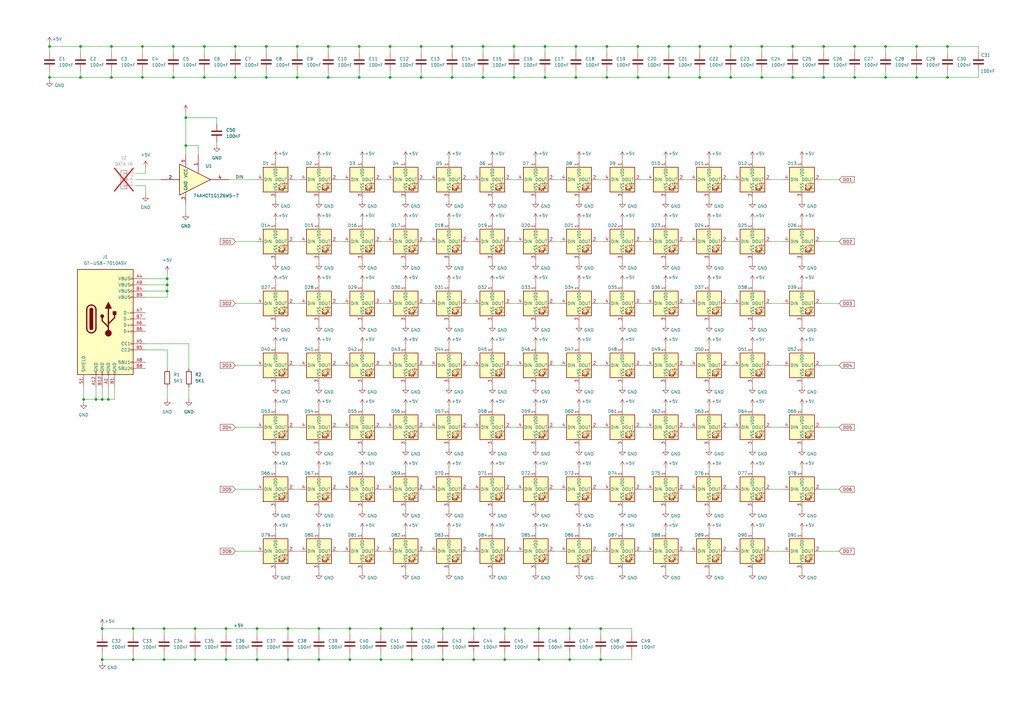
<source format=kicad_sch>
(kicad_sch (version 20250114) (generator "eeschema") (generator_version "9.0")
  (paper "A3")
  (title_block (title "RGB PIXEL PCB") (date "2025-01-29") (rev "A") (company "Enginering Experience") (comment 1 "R. Guiris"))
  (junction (at 96.52 19.05))
  (junction (at 207.01 257.81))
  (junction (at 33.02 31.75))
  (junction (at 147.32 19.05))
  (junction (at 156.21 257.81))
  (junction (at 312.42 19.05))
  (junction (at 274.32 31.75))
  (junction (at 68.58 114.3))
  (junction (at 181.61 270.51))
  (junction (at 54.61 257.81))
  (junction (at 41.91 270.51))
  (junction (at 261.62 31.75))
  (junction (at 246.38 257.81))
  (junction (at 246.38 270.51))
  (junction (at 118.11 270.51))
  (junction (at 248.92 19.05))
  (junction (at 223.52 19.05))
  (junction (at 181.61 257.81))
  (junction (at 92.71 257.81))
  (junction (at 236.22 31.75))
  (junction (at 156.21 270.51))
  (junction (at 210.82 19.05))
  (junction (at 105.41 270.51))
  (junction (at 220.98 257.81))
  (junction (at 388.62 19.05))
  (junction (at 134.62 31.75))
  (junction (at 41.91 163.83))
  (junction (at 198.12 31.75))
  (junction (at 39.37 163.83))
  (junction (at 80.01 270.51))
  (junction (at 194.31 270.51))
  (junction (at 210.82 31.75))
  (junction (at 223.52 31.75))
  (junction (at 130.81 270.51))
  (junction (at 45.72 19.05))
  (junction (at 236.22 19.05))
  (junction (at 45.72 31.75))
  (junction (at 68.58 119.38))
  (junction (at 147.32 31.75))
  (junction (at 287.02 19.05))
  (junction (at 172.72 19.05))
  (junction (at 34.29 163.83))
  (junction (at 41.91 257.81))
  (junction (at 363.22 19.05))
  (junction (at 71.12 31.75))
  (junction (at 325.12 19.05))
  (junction (at 185.42 19.05))
  (junction (at 76.2 48.26))
  (junction (at 337.82 19.05))
  (junction (at 130.81 257.81))
  (junction (at 350.52 19.05))
  (junction (at 58.42 31.75))
  (junction (at 118.11 257.81))
  (junction (at 160.02 31.75))
  (junction (at 54.61 270.51))
  (junction (at 44.45 163.83))
  (junction (at 233.68 257.81))
  (junction (at 143.51 257.81))
  (junction (at 92.71 270.51))
  (junction (at 207.01 270.51))
  (junction (at 121.92 31.75))
  (junction (at 71.12 19.05))
  (junction (at 20.32 19.05))
  (junction (at 299.72 19.05))
  (junction (at 58.42 19.05))
  (junction (at 168.91 270.51))
  (junction (at 363.22 31.75))
  (junction (at 198.12 19.05))
  (junction (at 121.92 19.05))
  (junction (at 261.62 19.05))
  (junction (at 388.62 31.75))
  (junction (at 375.92 19.05))
  (junction (at 83.82 19.05))
  (junction (at 172.72 31.75))
  (junction (at 109.22 31.75))
  (junction (at 312.42 31.75))
  (junction (at 220.98 270.51))
  (junction (at 248.92 31.75))
  (junction (at 274.32 19.05))
  (junction (at 20.32 31.75))
  (junction (at 105.41 257.81))
  (junction (at 67.31 257.81))
  (junction (at 67.31 270.51))
  (junction (at 375.92 31.75))
  (junction (at 185.42 31.75))
  (junction (at 83.82 31.75))
  (junction (at 350.52 31.75))
  (junction (at 96.52 31.75))
  (junction (at 76.2 59.69))
  (junction (at 143.51 270.51))
  (junction (at 134.62 19.05))
  (junction (at 33.02 19.05))
  (junction (at 287.02 31.75))
  (junction (at 325.12 31.75))
  (junction (at 168.91 257.81))
  (junction (at 109.22 19.05))
  (junction (at 80.01 257.81))
  (junction (at 233.68 270.51))
  (junction (at 160.02 19.05))
  (junction (at 194.31 257.81))
  (junction (at 299.72 31.75))
  (junction (at 337.82 31.75))
  (junction (at 68.58 116.84))
  (wire (pts (xy 299.72 31.75) (xy 312.42 31.75)))
  (wire (pts (xy 130.81 81.28) (xy 130.81 82.55)))
  (wire (pts (xy 147.32 19.05) (xy 160.02 19.05)))
  (wire (pts (xy 113.03 191.77) (xy 113.03 193.04)))
  (wire (pts (xy 148.59 233.68) (xy 148.59 234.95)))
  (wire (pts (xy 336.55 149.86) (xy 344.17 149.86)))
  (wire (pts (xy 191.77 149.86) (xy 194.31 149.86)))
  (wire (pts (xy 168.91 257.81) (xy 181.61 257.81)))
  (wire (pts (xy 54.61 270.51) (xy 67.31 270.51)))
  (wire (pts (xy 201.93 64.77) (xy 201.93 66.04)))
  (wire (pts (xy 147.32 31.75) (xy 160.02 31.75)))
  (wire (pts (xy 109.22 19.05) (xy 109.22 21.59)))
  (wire (pts (xy 113.03 182.88) (xy 113.03 184.15)))
  (wire (pts (xy 191.77 200.66) (xy 194.31 200.66)))
  (wire (pts (xy 262.89 99.06) (xy 265.43 99.06)))
  (wire (pts (xy 316.23 99.06) (xy 321.31 99.06)))
  (wire (pts (xy 134.62 29.21) (xy 134.62 31.75)))
  (wire (pts (xy 328.93 132.08) (xy 328.93 133.35)))
  (wire (pts (xy 262.89 73.66) (xy 265.43 73.66)))
  (wire (pts (xy 93.98 73.66) (xy 105.41 73.66)))
  (wire (pts (xy 138.43 149.86) (xy 140.97 149.86)))
  (wire (pts (xy 337.82 19.05) (xy 337.82 21.59)))
  (wire (pts (xy 71.12 19.05) (xy 71.12 21.59)))
  (wire (pts (xy 113.03 166.37) (xy 113.03 167.64)))
  (wire (pts (xy 166.37 191.77) (xy 166.37 193.04)))
  (wire (pts (xy 237.49 208.28) (xy 237.49 209.55)))
  (wire (pts (xy 273.05 182.88) (xy 273.05 184.15)))
  (wire (pts (xy 96.52 99.06) (xy 105.41 99.06)))
  (wire (pts (xy 156.21 257.81) (xy 156.21 260.35)))
  (wire (pts (xy 236.22 29.21) (xy 236.22 31.75)))
  (wire (pts (xy 219.71 191.77) (xy 219.71 193.04)))
  (wire (pts (xy 148.59 191.77) (xy 148.59 193.04)))
  (wire (pts (xy 233.68 257.81) (xy 246.38 257.81)))
  (wire (pts (xy 312.42 19.05) (xy 312.42 21.59)))
  (wire (pts (xy 237.49 81.28) (xy 237.49 82.55)))
  (wire (pts (xy 120.65 99.06) (xy 123.19 99.06)))
  (wire (pts (xy 148.59 140.97) (xy 148.59 142.24)))
  (wire (pts (xy 273.05 106.68) (xy 273.05 107.95)))
  (wire (pts (xy 201.93 166.37) (xy 201.93 167.64)))
  (wire (pts (xy 148.59 90.17) (xy 148.59 91.44)))
  (wire (pts (xy 219.71 157.48) (xy 219.71 158.75)))
  (wire (pts (xy 308.61 208.28) (xy 308.61 209.55)))
  (wire (pts (xy 401.32 19.05) (xy 401.32 21.59)))
  (wire (pts (xy 237.49 106.68) (xy 237.49 107.95)))
  (wire (pts (xy 308.61 106.68) (xy 308.61 107.95)))
  (wire (pts (xy 143.51 270.51) (xy 156.21 270.51)))
  (wire (pts (xy 290.83 132.08) (xy 290.83 133.35)))
  (wire (pts (xy 255.27 115.57) (xy 255.27 116.84)))
  (wire (pts (xy 130.81 140.97) (xy 130.81 142.24)))
  (wire (pts (xy 77.47 140.97) (xy 77.47 151.13)))
  (wire (pts (xy 130.81 157.48) (xy 130.81 158.75)))
  (wire (pts (xy 34.29 163.83) (xy 34.29 165.1)))
  (wire (pts (xy 246.38 267.97) (xy 246.38 270.51)))
  (wire (pts (xy 237.49 140.97) (xy 237.49 142.24)))
  (wire (pts (xy 209.55 226.06) (xy 212.09 226.06)))
  (wire (pts (xy 59.69 76.2) (xy 59.69 80.01)))
  (wire (pts (xy 262.89 149.86) (xy 265.43 149.86)))
  (wire (pts (xy 255.27 90.17) (xy 255.27 91.44)))
  (wire (pts (xy 105.41 257.81) (xy 118.11 257.81)))
  (wire (pts (xy 262.89 175.26) (xy 265.43 175.26)))
  (wire (pts (xy 58.42 29.21) (xy 58.42 31.75)))
  (wire (pts (xy 328.93 115.57) (xy 328.93 116.84)))
  (wire (pts (xy 209.55 73.66) (xy 212.09 73.66)))
  (wire (pts (xy 219.71 106.68) (xy 219.71 107.95)))
  (wire (pts (xy 148.59 208.28) (xy 148.59 209.55)))
  (wire (pts (xy 245.11 149.86) (xy 247.65 149.86)))
  (wire (pts (xy 138.43 73.66) (xy 140.97 73.66)))
  (wire (pts (xy 209.55 175.26) (xy 212.09 175.26)))
  (wire (pts (xy 20.32 31.75) (xy 33.02 31.75)))
  (wire (pts (xy 255.27 81.28) (xy 255.27 82.55)))
  (wire (pts (xy 92.71 270.51) (xy 105.41 270.51)))
  (wire (pts (xy 223.52 19.05) (xy 223.52 21.59)))
  (wire (pts (xy 92.71 257.81) (xy 92.71 260.35)))
  (wire (pts (xy 172.72 29.21) (xy 172.72 31.75)))
  (wire (pts (xy 41.91 257.81) (xy 41.91 260.35)))
  (wire (pts (xy 191.77 124.46) (xy 194.31 124.46)))
  (wire (pts (xy 328.93 217.17) (xy 328.93 218.44)))
  (wire (pts (xy 59.69 116.84) (xy 68.58 116.84)))
  (wire (pts (xy 274.32 19.05) (xy 274.32 21.59)))
  (wire (pts (xy 83.82 19.05) (xy 96.52 19.05)))
  (wire (pts (xy 130.81 191.77) (xy 130.81 193.04)))
  (wire (pts (xy 388.62 19.05) (xy 401.32 19.05)))
  (wire (pts (xy 248.92 19.05) (xy 261.62 19.05)))
  (wire (pts (xy 33.02 29.21) (xy 33.02 31.75)))
  (wire (pts (xy 20.32 17.78) (xy 20.32 19.05)))
  (wire (pts (xy 298.45 200.66) (xy 300.99 200.66)))
  (wire (pts (xy 58.42 19.05) (xy 58.42 21.59)))
  (wire (pts (xy 76.2 59.69) (xy 76.2 63.5)))
  (wire (pts (xy 388.62 19.05) (xy 388.62 21.59)))
  (wire (pts (xy 172.72 31.75) (xy 185.42 31.75)))
  (wire (pts (xy 172.72 19.05) (xy 172.72 21.59)))
  (wire (pts (xy 96.52 31.75) (xy 109.22 31.75)))
  (wire (pts (xy 273.05 132.08) (xy 273.05 133.35)))
  (wire (pts (xy 219.71 132.08) (xy 219.71 133.35)))
  (wire (pts (xy 96.52 149.86) (xy 105.41 149.86)))
  (wire (pts (xy 80.01 267.97) (xy 80.01 270.51)))
  (wire (pts (xy 130.81 166.37) (xy 130.81 167.64)))
  (wire (pts (xy 71.12 29.21) (xy 71.12 31.75)))
  (wire (pts (xy 41.91 158.75) (xy 41.91 163.83)))
  (wire (pts (xy 173.99 149.86) (xy 176.53 149.86)))
  (wire (pts (xy 54.61 267.97) (xy 54.61 270.51)))
  (wire (pts (xy 290.83 64.77) (xy 290.83 66.04)))
  (wire (pts (xy 198.12 19.05) (xy 198.12 21.59)))
  (wire (pts (xy 210.82 19.05) (xy 223.52 19.05)))
  (wire (pts (xy 210.82 31.75) (xy 223.52 31.75)))
  (wire (pts (xy 105.41 267.97) (xy 105.41 270.51)))
  (wire (pts (xy 328.93 166.37) (xy 328.93 167.64)))
  (wire (pts (xy 201.93 106.68) (xy 201.93 107.95)))
  (wire (pts (xy 336.55 175.26) (xy 344.17 175.26)))
  (wire (pts (xy 219.71 217.17) (xy 219.71 218.44)))
  (wire (pts (xy 113.03 140.97) (xy 113.03 142.24)))
  (wire (pts (xy 120.65 175.26) (xy 123.19 175.26)))
  (wire (pts (xy 298.45 226.06) (xy 300.99 226.06)))
  (wire (pts (xy 33.02 19.05) (xy 45.72 19.05)))
  (wire (pts (xy 298.45 149.86) (xy 300.99 149.86)))
  (wire (pts (xy 290.83 106.68) (xy 290.83 107.95)))
  (wire (pts (xy 191.77 175.26) (xy 194.31 175.26)))
  (wire (pts (xy 160.02 19.05) (xy 160.02 21.59)))
  (wire (pts (xy 34.29 158.75) (xy 34.29 163.83)))
  (wire (pts (xy 220.98 267.97) (xy 220.98 270.51)))
  (wire (pts (xy 220.98 257.81) (xy 233.68 257.81)))
  (wire (pts (xy 130.81 257.81) (xy 130.81 260.35)))
  (wire (pts (xy 227.33 149.86) (xy 229.87 149.86)))
  (wire (pts (xy 55.88 76.2) (xy 59.69 76.2)))
  (wire (pts (xy 138.43 99.06) (xy 140.97 99.06)))
  (wire (pts (xy 219.71 90.17) (xy 219.71 91.44)))
  (wire (pts (xy 59.69 121.92) (xy 68.58 121.92)))
  (wire (pts (xy 130.81 90.17) (xy 130.81 91.44)))
  (wire (pts (xy 209.55 149.86) (xy 212.09 149.86)))
  (wire (pts (xy 236.22 19.05) (xy 248.92 19.05)))
  (wire (pts (xy 227.33 226.06) (xy 229.87 226.06)))
  (wire (pts (xy 184.15 208.28) (xy 184.15 209.55)))
  (wire (pts (xy 350.52 19.05) (xy 363.22 19.05)))
  (wire (pts (xy 173.99 200.66) (xy 176.53 200.66)))
  (wire (pts (xy 262.89 200.66) (xy 265.43 200.66)))
  (wire (pts (xy 262.89 124.46) (xy 265.43 124.46)))
  (wire (pts (xy 201.93 217.17) (xy 201.93 218.44)))
  (wire (pts (xy 363.22 19.05) (xy 375.92 19.05)))
  (wire (pts (xy 290.83 208.28) (xy 290.83 209.55)))
  (wire (pts (xy 328.93 90.17) (xy 328.93 91.44)))
  (wire (pts (xy 113.03 90.17) (xy 113.03 91.44)))
  (wire (pts (xy 328.93 81.28) (xy 328.93 82.55)))
  (wire (pts (xy 130.81 233.68) (xy 130.81 234.95)))
  (wire (pts (xy 308.61 140.97) (xy 308.61 142.24)))
  (wire (pts (xy 67.31 257.81) (xy 67.31 260.35)))
  (wire (pts (xy 328.93 157.48) (xy 328.93 158.75)))
  (wire (pts (xy 287.02 19.05) (xy 287.02 21.59)))
  (wire (pts (xy 209.55 124.46) (xy 212.09 124.46)))
  (wire (pts (xy 336.55 124.46) (xy 344.17 124.46)))
  (wire (pts (xy 138.43 175.26) (xy 140.97 175.26)))
  (wire (pts (xy 227.33 124.46) (xy 229.87 124.46)))
  (wire (pts (xy 273.05 208.28) (xy 273.05 209.55)))
  (wire (pts (xy 96.52 175.26) (xy 105.41 175.26)))
  (wire (pts (xy 184.15 191.77) (xy 184.15 193.04)))
  (wire (pts (xy 120.65 124.46) (xy 123.19 124.46)))
  (wire (pts (xy 255.27 106.68) (xy 255.27 107.95)))
  (wire (pts (xy 88.9 48.26) (xy 76.2 48.26)))
  (wire (pts (xy 308.61 157.48) (xy 308.61 158.75)))
  (wire (pts (xy 113.03 106.68) (xy 113.03 107.95)))
  (wire (pts (xy 130.81 132.08) (xy 130.81 133.35)))
  (wire (pts (xy 184.15 182.88) (xy 184.15 184.15)))
  (wire (pts (xy 156.21 175.26) (xy 158.75 175.26)))
  (wire (pts (xy 156.21 200.66) (xy 158.75 200.66)))
  (wire (pts (xy 316.23 124.46) (xy 321.31 124.46)))
  (wire (pts (xy 39.37 158.75) (xy 39.37 163.83)))
  (wire (pts (xy 328.93 208.28) (xy 328.93 209.55)))
  (wire (pts (xy 67.31 270.51) (xy 80.01 270.51)))
  (wire (pts (xy 81.28 63.5) (xy 81.28 59.69)))
  (wire (pts (xy 290.83 191.77) (xy 290.83 193.04)))
  (wire (pts (xy 88.9 50.8) (xy 88.9 48.26)))
  (wire (pts (xy 59.69 119.38) (xy 68.58 119.38)))
  (wire (pts (xy 96.52 226.06) (xy 105.41 226.06)))
  (wire (pts (xy 118.11 270.51) (xy 130.81 270.51)))
  (wire (pts (xy 41.91 257.81) (xy 54.61 257.81)))
  (wire (pts (xy 219.71 166.37) (xy 219.71 167.64)))
  (wire (pts (xy 160.02 31.75) (xy 172.72 31.75)))
  (wire (pts (xy 120.65 149.86) (xy 123.19 149.86)))
  (wire (pts (xy 173.99 175.26) (xy 176.53 175.26)))
  (wire (pts (xy 71.12 31.75) (xy 83.82 31.75)))
  (wire (pts (xy 316.23 200.66) (xy 321.31 200.66)))
  (wire (pts (xy 184.15 64.77) (xy 184.15 66.04)))
  (wire (pts (xy 248.92 29.21) (xy 248.92 31.75)))
  (wire (pts (xy 166.37 233.68) (xy 166.37 234.95)))
  (wire (pts (xy 148.59 132.08) (xy 148.59 133.35)))
  (wire (pts (xy 312.42 29.21) (xy 312.42 31.75)))
  (wire (pts (xy 220.98 257.81) (xy 220.98 260.35)))
  (wire (pts (xy 220.98 270.51) (xy 233.68 270.51)))
  (wire (pts (xy 46.99 158.75) (xy 46.99 163.83)))
  (wire (pts (xy 166.37 140.97) (xy 166.37 142.24)))
  (wire (pts (xy 219.71 208.28) (xy 219.71 209.55)))
  (wire (pts (xy 44.45 163.83) (xy 46.99 163.83)))
  (wire (pts (xy 290.83 140.97) (xy 290.83 142.24)))
  (wire (pts (xy 105.41 257.81) (xy 105.41 260.35)))
  (wire (pts (xy 255.27 157.48) (xy 255.27 158.75)))
  (wire (pts (xy 375.92 29.21) (xy 375.92 31.75)))
  (wire (pts (xy 80.01 270.51) (xy 92.71 270.51)))
  (wire (pts (xy 246.38 270.51) (xy 259.08 270.51)))
  (wire (pts (xy 166.37 166.37) (xy 166.37 167.64)))
  (wire (pts (xy 280.67 99.06) (xy 283.21 99.06)))
  (wire (pts (xy 45.72 19.05) (xy 45.72 21.59)))
  (wire (pts (xy 83.82 29.21) (xy 83.82 31.75)))
  (wire (pts (xy 194.31 267.97) (xy 194.31 270.51)))
  (wire (pts (xy 109.22 19.05) (xy 121.92 19.05)))
  (wire (pts (xy 336.55 200.66) (xy 344.17 200.66)))
  (wire (pts (xy 363.22 31.75) (xy 375.92 31.75)))
  (wire (pts (xy 280.67 200.66) (xy 283.21 200.66)))
  (wire (pts (xy 308.61 64.77) (xy 308.61 66.04)))
  (wire (pts (xy 219.71 115.57) (xy 219.71 116.84)))
  (wire (pts (xy 156.21 99.06) (xy 158.75 99.06)))
  (wire (pts (xy 388.62 29.21) (xy 388.62 31.75)))
  (wire (pts (xy 81.28 59.69) (xy 76.2 59.69)))
  (wire (pts (xy 316.23 175.26) (xy 321.31 175.26)))
  (wire (pts (xy 96.52 200.66) (xy 105.41 200.66)))
  (wire (pts (xy 173.99 124.46) (xy 176.53 124.46)))
  (wire (pts (xy 80.01 257.81) (xy 80.01 260.35)))
  (wire (pts (xy 166.37 106.68) (xy 166.37 107.95)))
  (wire (pts (xy 77.47 158.75) (xy 77.47 163.83)))
  (wire (pts (xy 45.72 31.75) (xy 58.42 31.75)))
  (wire (pts (xy 41.91 163.83) (xy 44.45 163.83)))
  (wire (pts (xy 148.59 81.28) (xy 148.59 82.55)))
  (wire (pts (xy 181.61 257.81) (xy 194.31 257.81)))
  (wire (pts (xy 185.42 19.05) (xy 185.42 21.59)))
  (wire (pts (xy 337.82 31.75) (xy 350.52 31.75)))
  (wire (pts (xy 76.2 45.72) (xy 76.2 48.26)))
  (wire (pts (xy 261.62 31.75) (xy 274.32 31.75)))
  (wire (pts (xy 274.32 29.21) (xy 274.32 31.75)))
  (wire (pts (xy 336.55 226.06) (xy 344.17 226.06)))
  (wire (pts (xy 113.03 115.57) (xy 113.03 116.84)))
  (wire (pts (xy 168.91 257.81) (xy 168.91 260.35)))
  (wire (pts (xy 59.69 140.97) (xy 77.47 140.97)))
  (wire (pts (xy 143.51 267.97) (xy 143.51 270.51)))
  (wire (pts (xy 290.83 90.17) (xy 290.83 91.44)))
  (wire (pts (xy 255.27 208.28) (xy 255.27 209.55)))
  (wire (pts (xy 130.81 182.88) (xy 130.81 184.15)))
  (wire (pts (xy 168.91 267.97) (xy 168.91 270.51)))
  (wire (pts (xy 148.59 217.17) (xy 148.59 218.44)))
  (wire (pts (xy 96.52 29.21) (xy 96.52 31.75)))
  (wire (pts (xy 255.27 191.77) (xy 255.27 193.04)))
  (wire (pts (xy 168.91 270.51) (xy 181.61 270.51)))
  (wire (pts (xy 20.32 19.05) (xy 33.02 19.05)))
  (wire (pts (xy 255.27 233.68) (xy 255.27 234.95)))
  (wire (pts (xy 33.02 31.75) (xy 45.72 31.75)))
  (wire (pts (xy 156.21 73.66) (xy 158.75 73.66)))
  (wire (pts (xy 312.42 31.75) (xy 325.12 31.75)))
  (wire (pts (xy 45.72 19.05) (xy 58.42 19.05)))
  (wire (pts (xy 375.92 19.05) (xy 388.62 19.05)))
  (wire (pts (xy 298.45 175.26) (xy 300.99 175.26)))
  (wire (pts (xy 184.15 132.08) (xy 184.15 133.35)))
  (wire (pts (xy 245.11 226.06) (xy 247.65 226.06)))
  (wire (pts (xy 255.27 140.97) (xy 255.27 142.24)))
  (wire (pts (xy 166.37 132.08) (xy 166.37 133.35)))
  (wire (pts (xy 308.61 217.17) (xy 308.61 218.44)))
  (wire (pts (xy 308.61 191.77) (xy 308.61 193.04)))
  (wire (pts (xy 273.05 166.37) (xy 273.05 167.64)))
  (wire (pts (xy 290.83 81.28) (xy 290.83 82.55)))
  (wire (pts (xy 298.45 73.66) (xy 300.99 73.66)))
  (wire (pts (xy 227.33 73.66) (xy 229.87 73.66)))
  (wire (pts (xy 166.37 64.77) (xy 166.37 66.04)))
  (wire (pts (xy 58.42 31.75) (xy 71.12 31.75)))
  (wire (pts (xy 223.52 29.21) (xy 223.52 31.75)))
  (wire (pts (xy 201.93 233.68) (xy 201.93 234.95)))
  (wire (pts (xy 237.49 217.17) (xy 237.49 218.44)))
  (wire (pts (xy 20.32 19.05) (xy 20.32 21.59)))
  (wire (pts (xy 280.67 73.66) (xy 283.21 73.66)))
  (wire (pts (xy 201.93 157.48) (xy 201.93 158.75)))
  (wire (pts (xy 280.67 226.06) (xy 283.21 226.06)))
  (wire (pts (xy 201.93 191.77) (xy 201.93 193.04)))
  (wire (pts (xy 134.62 31.75) (xy 147.32 31.75)))
  (wire (pts (xy 207.01 257.81) (xy 207.01 260.35)))
  (wire (pts (xy 273.05 191.77) (xy 273.05 193.04)))
  (wire (pts (xy 245.11 73.66) (xy 247.65 73.66)))
  (wire (pts (xy 88.9 58.42) (xy 88.9 59.69)))
  (wire (pts (xy 312.42 19.05) (xy 325.12 19.05)))
  (wire (pts (xy 261.62 19.05) (xy 261.62 21.59)))
  (wire (pts (xy 273.05 233.68) (xy 273.05 234.95)))
  (wire (pts (xy 245.11 175.26) (xy 247.65 175.26)))
  (wire (pts (xy 191.77 99.06) (xy 194.31 99.06)))
  (wire (pts (xy 20.32 29.21) (xy 20.32 31.75)))
  (wire (pts (xy 121.92 19.05) (xy 121.92 21.59)))
  (wire (pts (xy 237.49 157.48) (xy 237.49 158.75)))
  (wire (pts (xy 166.37 90.17) (xy 166.37 91.44)))
  (wire (pts (xy 156.21 124.46) (xy 158.75 124.46)))
  (wire (pts (xy 54.61 257.81) (xy 67.31 257.81)))
  (wire (pts (xy 118.11 257.81) (xy 118.11 260.35)))
  (wire (pts (xy 233.68 257.81) (xy 233.68 260.35)))
  (wire (pts (xy 166.37 217.17) (xy 166.37 218.44)))
  (wire (pts (xy 33.02 19.05) (xy 33.02 21.59)))
  (wire (pts (xy 68.58 116.84) (xy 68.58 114.3)))
  (wire (pts (xy 34.29 163.83) (xy 39.37 163.83)))
  (wire (pts (xy 71.12 19.05) (xy 83.82 19.05)))
  (wire (pts (xy 156.21 257.81) (xy 168.91 257.81)))
  (wire (pts (xy 337.82 19.05) (xy 350.52 19.05)))
  (wire (pts (xy 255.27 64.77) (xy 255.27 66.04)))
  (wire (pts (xy 201.93 115.57) (xy 201.93 116.84)))
  (wire (pts (xy 96.52 19.05) (xy 96.52 21.59)))
  (wire (pts (xy 184.15 106.68) (xy 184.15 107.95)))
  (wire (pts (xy 184.15 233.68) (xy 184.15 234.95)))
  (wire (pts (xy 121.92 19.05) (xy 134.62 19.05)))
  (wire (pts (xy 147.32 19.05) (xy 147.32 21.59)))
  (wire (pts (xy 237.49 182.88) (xy 237.49 184.15)))
  (wire (pts (xy 316.23 149.86) (xy 321.31 149.86)))
  (wire (pts (xy 181.61 257.81) (xy 181.61 260.35)))
  (wire (pts (xy 219.71 233.68) (xy 219.71 234.95)))
  (wire (pts (xy 273.05 81.28) (xy 273.05 82.55)))
  (wire (pts (xy 328.93 182.88) (xy 328.93 184.15)))
  (wire (pts (xy 299.72 29.21) (xy 299.72 31.75)))
  (wire (pts (xy 350.52 31.75) (xy 363.22 31.75)))
  (wire (pts (xy 273.05 115.57) (xy 273.05 116.84)))
  (wire (pts (xy 121.92 29.21) (xy 121.92 31.75)))
  (wire (pts (xy 148.59 157.48) (xy 148.59 158.75)))
  (wire (pts (xy 336.55 99.06) (xy 344.17 99.06)))
  (wire (pts (xy 184.15 166.37) (xy 184.15 167.64)))
  (wire (pts (xy 130.81 217.17) (xy 130.81 218.44)))
  (wire (pts (xy 290.83 115.57) (xy 290.83 116.84)))
  (wire (pts (xy 261.62 19.05) (xy 274.32 19.05)))
  (wire (pts (xy 138.43 200.66) (xy 140.97 200.66)))
  (wire (pts (xy 156.21 270.51) (xy 168.91 270.51)))
  (wire (pts (xy 41.91 267.97) (xy 41.91 270.51)))
  (wire (pts (xy 328.93 64.77) (xy 328.93 66.04)))
  (wire (pts (xy 41.91 270.51) (xy 54.61 270.51)))
  (wire (pts (xy 166.37 208.28) (xy 166.37 209.55)))
  (wire (pts (xy 130.81 208.28) (xy 130.81 209.55)))
  (wire (pts (xy 58.42 19.05) (xy 71.12 19.05)))
  (wire (pts (xy 363.22 29.21) (xy 363.22 31.75)))
  (wire (pts (xy 299.72 19.05) (xy 312.42 19.05)))
  (wire (pts (xy 298.45 124.46) (xy 300.99 124.46)))
  (wire (pts (xy 308.61 233.68) (xy 308.61 234.95)))
  (wire (pts (xy 92.71 267.97) (xy 92.71 270.51)))
  (wire (pts (xy 308.61 90.17) (xy 308.61 91.44)))
  (wire (pts (xy 273.05 90.17) (xy 273.05 91.44)))
  (wire (pts (xy 148.59 166.37) (xy 148.59 167.64)))
  (wire (pts (xy 201.93 132.08) (xy 201.93 133.35)))
  (wire (pts (xy 325.12 31.75) (xy 337.82 31.75)))
  (wire (pts (xy 173.99 226.06) (xy 176.53 226.06)))
  (wire (pts (xy 138.43 226.06) (xy 140.97 226.06)))
  (wire (pts (xy 160.02 19.05) (xy 172.72 19.05)))
  (wire (pts (xy 120.65 226.06) (xy 123.19 226.06)))
  (wire (pts (xy 113.03 132.08) (xy 113.03 133.35)))
  (wire (pts (xy 191.77 73.66) (xy 194.31 73.66)))
  (wire (pts (xy 219.71 182.88) (xy 219.71 184.15)))
  (wire (pts (xy 308.61 115.57) (xy 308.61 116.84)))
  (wire (pts (xy 160.02 29.21) (xy 160.02 31.75)))
  (wire (pts (xy 194.31 270.51) (xy 207.01 270.51)))
  (wire (pts (xy 328.93 233.68) (xy 328.93 234.95)))
  (wire (pts (xy 113.03 81.28) (xy 113.03 82.55)))
  (wire (pts (xy 181.61 270.51) (xy 194.31 270.51)))
  (wire (pts (xy 245.11 200.66) (xy 247.65 200.66)))
  (wire (pts (xy 328.93 106.68) (xy 328.93 107.95)))
  (wire (pts (xy 45.72 29.21) (xy 45.72 31.75)))
  (wire (pts (xy 185.42 29.21) (xy 185.42 31.75)))
  (wire (pts (xy 184.15 81.28) (xy 184.15 82.55)))
  (wire (pts (xy 233.68 267.97) (xy 233.68 270.51)))
  (wire (pts (xy 173.99 73.66) (xy 176.53 73.66)))
  (wire (pts (xy 148.59 64.77) (xy 148.59 66.04)))
  (wire (pts (xy 207.01 257.81) (xy 220.98 257.81)))
  (wire (pts (xy 316.23 226.06) (xy 321.31 226.06)))
  (wire (pts (xy 273.05 157.48) (xy 273.05 158.75)))
  (wire (pts (xy 185.42 19.05) (xy 198.12 19.05)))
  (wire (pts (xy 166.37 115.57) (xy 166.37 116.84)))
  (wire (pts (xy 67.31 257.81) (xy 80.01 257.81)))
  (wire (pts (xy 255.27 166.37) (xy 255.27 167.64)))
  (wire (pts (xy 156.21 149.86) (xy 158.75 149.86)))
  (wire (pts (xy 130.81 267.97) (xy 130.81 270.51)))
  (wire (pts (xy 219.71 140.97) (xy 219.71 142.24)))
  (wire (pts (xy 209.55 200.66) (xy 212.09 200.66)))
  (wire (pts (xy 274.32 19.05) (xy 287.02 19.05)))
  (wire (pts (xy 130.81 270.51) (xy 143.51 270.51)))
  (wire (pts (xy 166.37 157.48) (xy 166.37 158.75)))
  (wire (pts (xy 236.22 19.05) (xy 236.22 21.59)))
  (wire (pts (xy 67.31 267.97) (xy 67.31 270.51)))
  (wire (pts (xy 130.81 106.68) (xy 130.81 107.95)))
  (wire (pts (xy 245.11 99.06) (xy 247.65 99.06)))
  (wire (pts (xy 148.59 182.88) (xy 148.59 184.15)))
  (wire (pts (xy 201.93 208.28) (xy 201.93 209.55)))
  (wire (pts (xy 201.93 140.97) (xy 201.93 142.24)))
  (wire (pts (xy 184.15 90.17) (xy 184.15 91.44)))
  (wire (pts (xy 96.52 124.46) (xy 105.41 124.46)))
  (wire (pts (xy 184.15 157.48) (xy 184.15 158.75)))
  (wire (pts (xy 194.31 257.81) (xy 207.01 257.81)))
  (wire (pts (xy 209.55 99.06) (xy 212.09 99.06)))
  (wire (pts (xy 308.61 166.37) (xy 308.61 167.64)))
  (wire (pts (xy 83.82 19.05) (xy 83.82 21.59)))
  (wire (pts (xy 130.81 257.81) (xy 143.51 257.81)))
  (wire (pts (xy 262.89 226.06) (xy 265.43 226.06)))
  (wire (pts (xy 191.77 226.06) (xy 194.31 226.06)))
  (wire (pts (xy 173.99 99.06) (xy 176.53 99.06)))
  (wire (pts (xy 273.05 217.17) (xy 273.05 218.44)))
  (wire (pts (xy 207.01 267.97) (xy 207.01 270.51)))
  (wire (pts (xy 44.45 158.75) (xy 44.45 163.83)))
  (wire (pts (xy 246.38 257.81) (xy 259.08 257.81)))
  (wire (pts (xy 41.91 270.51) (xy 41.91 271.78)))
  (wire (pts (xy 76.2 83.82) (xy 76.2 87.63)))
  (wire (pts (xy 184.15 115.57) (xy 184.15 116.84)))
  (wire (pts (xy 201.93 182.88) (xy 201.93 184.15)))
  (wire (pts (xy 166.37 81.28) (xy 166.37 82.55)))
  (wire (pts (xy 194.31 257.81) (xy 194.31 260.35)))
  (wire (pts (xy 237.49 132.08) (xy 237.49 133.35)))
  (wire (pts (xy 59.69 114.3) (xy 68.58 114.3)))
  (wire (pts (xy 401.32 29.21) (xy 401.32 31.75)))
  (wire (pts (xy 290.83 182.88) (xy 290.83 184.15)))
  (wire (pts (xy 273.05 64.77) (xy 273.05 66.04)))
  (wire (pts (xy 237.49 233.68) (xy 237.49 234.95)))
  (wire (pts (xy 113.03 233.68) (xy 113.03 234.95)))
  (wire (pts (xy 130.81 64.77) (xy 130.81 66.04)))
  (wire (pts (xy 68.58 158.75) (xy 68.58 163.83)))
  (wire (pts (xy 181.61 267.97) (xy 181.61 270.51)))
  (wire (pts (xy 120.65 73.66) (xy 123.19 73.66)))
  (wire (pts (xy 287.02 31.75) (xy 299.72 31.75)))
  (wire (pts (xy 246.38 257.81) (xy 246.38 260.35)))
  (wire (pts (xy 236.22 31.75) (xy 248.92 31.75)))
  (wire (pts (xy 363.22 19.05) (xy 363.22 21.59)))
  (wire (pts (xy 287.02 19.05) (xy 299.72 19.05)))
  (wire (pts (xy 375.92 19.05) (xy 375.92 21.59)))
  (wire (pts (xy 113.03 208.28) (xy 113.03 209.55)))
  (wire (pts (xy 55.88 73.66) (xy 66.04 73.66)))
  (wire (pts (xy 274.32 31.75) (xy 287.02 31.75)))
  (wire (pts (xy 261.62 29.21) (xy 261.62 31.75)))
  (wire (pts (xy 54.61 257.81) (xy 54.61 260.35)))
  (wire (pts (xy 201.93 81.28) (xy 201.93 82.55)))
  (wire (pts (xy 68.58 143.51) (xy 59.69 143.51)))
  (wire (pts (xy 227.33 175.26) (xy 229.87 175.26)))
  (wire (pts (xy 118.11 267.97) (xy 118.11 270.51)))
  (wire (pts (xy 83.82 31.75) (xy 96.52 31.75)))
  (wire (pts (xy 68.58 111.76) (xy 68.58 114.3)))
  (wire (pts (xy 280.67 124.46) (xy 283.21 124.46)))
  (wire (pts (xy 308.61 81.28) (xy 308.61 82.55)))
  (wire (pts (xy 280.67 149.86) (xy 283.21 149.86)))
  (wire (pts (xy 237.49 166.37) (xy 237.49 167.64)))
  (wire (pts (xy 121.92 31.75) (xy 134.62 31.75)))
  (wire (pts (xy 325.12 19.05) (xy 337.82 19.05)))
  (wire (pts (xy 184.15 140.97) (xy 184.15 142.24)))
  (wire (pts (xy 185.42 31.75) (xy 198.12 31.75)))
  (wire (pts (xy 219.71 64.77) (xy 219.71 66.04)))
  (wire (pts (xy 134.62 19.05) (xy 147.32 19.05)))
  (wire (pts (xy 316.23 73.66) (xy 321.31 73.66)))
  (wire (pts (xy 134.62 19.05) (xy 134.62 21.59)))
  (wire (pts (xy 255.27 217.17) (xy 255.27 218.44)))
  (wire (pts (xy 184.15 217.17) (xy 184.15 218.44)))
  (wire (pts (xy 237.49 115.57) (xy 237.49 116.84)))
  (wire (pts (xy 80.01 257.81) (xy 92.71 257.81)))
  (wire (pts (xy 328.93 140.97) (xy 328.93 142.24)))
  (wire (pts (xy 375.92 31.75) (xy 388.62 31.75)))
  (wire (pts (xy 210.82 19.05) (xy 210.82 21.59)))
  (wire (pts (xy 248.92 19.05) (xy 248.92 21.59)))
  (wire (pts (xy 118.11 257.81) (xy 130.81 257.81)))
  (wire (pts (xy 325.12 19.05) (xy 325.12 21.59)))
  (wire (pts (xy 68.58 121.92) (xy 68.58 119.38)))
  (wire (pts (xy 130.81 115.57) (xy 130.81 116.84)))
  (wire (pts (xy 92.71 257.81) (xy 105.41 257.81)))
  (wire (pts (xy 237.49 90.17) (xy 237.49 91.44)))
  (wire (pts (xy 147.32 29.21) (xy 147.32 31.75)))
  (wire (pts (xy 328.93 191.77) (xy 328.93 193.04)))
  (wire (pts (xy 290.83 157.48) (xy 290.83 158.75)))
  (wire (pts (xy 41.91 256.54) (xy 41.91 257.81)))
  (wire (pts (xy 156.21 267.97) (xy 156.21 270.51)))
  (wire (pts (xy 255.27 132.08) (xy 255.27 133.35)))
  (wire (pts (xy 76.2 48.26) (xy 76.2 59.69)))
  (wire (pts (xy 20.32 31.75) (xy 20.32 33.02)))
  (wire (pts (xy 248.92 31.75) (xy 261.62 31.75)))
  (wire (pts (xy 138.43 124.46) (xy 140.97 124.46)))
  (wire (pts (xy 96.52 19.05) (xy 109.22 19.05)))
  (wire (pts (xy 148.59 106.68) (xy 148.59 107.95)))
  (wire (pts (xy 166.37 182.88) (xy 166.37 184.15)))
  (wire (pts (xy 120.65 200.66) (xy 123.19 200.66)))
  (wire (pts (xy 143.51 257.81) (xy 156.21 257.81)))
  (wire (pts (xy 299.72 19.05) (xy 299.72 21.59)))
  (wire (pts (xy 227.33 99.06) (xy 229.87 99.06)))
  (wire (pts (xy 337.82 29.21) (xy 337.82 31.75)))
  (wire (pts (xy 388.62 31.75) (xy 401.32 31.75)))
  (wire (pts (xy 290.83 166.37) (xy 290.83 167.64)))
  (wire (pts (xy 287.02 29.21) (xy 287.02 31.75)))
  (wire (pts (xy 143.51 257.81) (xy 143.51 260.35)))
  (wire (pts (xy 201.93 90.17) (xy 201.93 91.44)))
  (wire (pts (xy 219.71 81.28) (xy 219.71 82.55)))
  (wire (pts (xy 223.52 31.75) (xy 236.22 31.75)))
  (wire (pts (xy 298.45 99.06) (xy 300.99 99.06)))
  (wire (pts (xy 233.68 270.51) (xy 246.38 270.51)))
  (wire (pts (xy 148.59 115.57) (xy 148.59 116.84)))
  (wire (pts (xy 237.49 64.77) (xy 237.49 66.04)))
  (wire (pts (xy 210.82 29.21) (xy 210.82 31.75)))
  (wire (pts (xy 259.08 257.81) (xy 259.08 260.35)))
  (wire (pts (xy 156.21 226.06) (xy 158.75 226.06)))
  (wire (pts (xy 280.67 175.26) (xy 283.21 175.26)))
  (wire (pts (xy 198.12 19.05) (xy 210.82 19.05)))
  (wire (pts (xy 207.01 270.51) (xy 220.98 270.51)))
  (wire (pts (xy 68.58 151.13) (xy 68.58 143.51)))
  (wire (pts (xy 113.03 157.48) (xy 113.03 158.75)))
  (wire (pts (xy 55.88 71.12) (xy 59.69 71.12)))
  (wire (pts (xy 59.69 68.58) (xy 59.69 71.12)))
  (wire (pts (xy 172.72 19.05) (xy 185.42 19.05)))
  (wire (pts (xy 237.49 191.77) (xy 237.49 193.04)))
  (wire (pts (xy 308.61 132.08) (xy 308.61 133.35)))
  (wire (pts (xy 336.55 73.66) (xy 344.17 73.66)))
  (wire (pts (xy 290.83 217.17) (xy 290.83 218.44)))
  (wire (pts (xy 39.37 163.83) (xy 41.91 163.83)))
  (wire (pts (xy 113.03 64.77) (xy 113.03 66.04)))
  (wire (pts (xy 227.33 200.66) (xy 229.87 200.66)))
  (wire (pts (xy 290.83 233.68) (xy 290.83 234.95)))
  (wire (pts (xy 350.52 19.05) (xy 350.52 21.59)))
  (wire (pts (xy 255.27 182.88) (xy 255.27 184.15)))
  (wire (pts (xy 259.08 267.97) (xy 259.08 270.51)))
  (wire (pts (xy 350.52 29.21) (xy 350.52 31.75)))
  (wire (pts (xy 308.61 182.88) (xy 308.61 184.15)))
  (wire (pts (xy 68.58 119.38) (xy 68.58 116.84)))
  (wire (pts (xy 105.41 270.51) (xy 118.11 270.51)))
  (wire (pts (xy 273.05 140.97) (xy 273.05 142.24)))
  (wire (pts (xy 109.22 31.75) (xy 121.92 31.75)))
  (wire (pts (xy 245.11 124.46) (xy 247.65 124.46)))
  (wire (pts (xy 113.03 217.17) (xy 113.03 218.44)))
  (wire (pts (xy 325.12 29.21) (xy 325.12 31.75)))
  (wire (pts (xy 109.22 29.21) (xy 109.22 31.75)))
  (wire (pts (xy 198.12 31.75) (xy 210.82 31.75)))
  (wire (pts (xy 198.12 29.21) (xy 198.12 31.75)))
  (wire (pts (xy 223.52 19.05) (xy 236.22 19.05)))
  (label "DIN" (at 96.52 73.66 0))
  (global_label "DO3" (shape input) (at 96.52 149.86 180) (property "Intersheetrefs" "${INTERSHEET_REFS}" (effects (hide yes))))
  (global_label "DO4" (shape input) (at 344.17 149.86 0) (property "Intersheetrefs" "${INTERSHEET_REFS}" (effects (hide yes))))
  (global_label "DO1" (shape input) (at 96.52 99.06 180) (property "Intersheetrefs" "${INTERSHEET_REFS}" (effects (hide yes))))
  (global_label "DO2" (shape input) (at 96.52 124.46 180) (property "Intersheetrefs" "${INTERSHEET_REFS}" (effects (hide yes))))
  (global_label "DO5" (shape input) (at 344.17 175.26 0) (property "Intersheetrefs" "${INTERSHEET_REFS}" (effects (hide yes))))
  (global_label "DO4" (shape input) (at 96.52 175.26 180) (property "Intersheetrefs" "${INTERSHEET_REFS}" (effects (hide yes))))
  (global_label "DO5" (shape input) (at 96.52 200.66 180) (property "Intersheetrefs" "${INTERSHEET_REFS}" (effects (hide yes))))
  (global_label "DO1" (shape input) (at 344.17 73.66 0) (property "Intersheetrefs" "${INTERSHEET_REFS}" (effects (hide yes))))
  (global_label "DO6" (shape input) (at 96.52 226.06 180) (property "Intersheetrefs" "${INTERSHEET_REFS}" (effects (hide yes))))
  (global_label "DO7" (shape input) (at 344.17 226.06 0) (property "Intersheetrefs" "${INTERSHEET_REFS}" (effects (hide yes))))
  (global_label "DO3" (shape input) (at 344.17 124.46 0) (property "Intersheetrefs" "${INTERSHEET_REFS}" (effects (hide yes))))
  (global_label "DO6" (shape input) (at 344.17 200.66 0) (property "Intersheetrefs" "${INTERSHEET_REFS}" (effects (hide yes))))
  (global_label "DO2" (shape input) (at 344.17 99.06 0) (property "Intersheetrefs" "${INTERSHEET_REFS}" (effects (hide yes))))
  (symbol (lib_id "power:+5V") (at 219.71 115.57 0) (unit 1)
    (property "Reference" "#PWR067" (effects (hide yes)))
    (property "Value" "+5V" (at 222.758 113.792 0))
    (property "Description" "Power symbol creates a global label with name \"+5V\"" (effects (hide yes)))
  )
  (symbol (lib_id "power:GND") (at 273.05 234.95 0) (unit 1)
    (property "Reference" "#PWR0184" (effects (hide yes)))
    (property "Value" "GND" (at 277.114 236.982 0))
    (property "Description" "Power symbol creates a global label with name \"GND\" , ground" (effects (hide yes)))
  )
  (symbol (lib_id "power:GND") (at 184.15 184.15 0) (unit 1)
    (property "Reference" "#PWR0117" (effects (hide yes)))
    (property "Value" "GND" (at 188.214 186.182 0))
    (property "Description" "Power symbol creates a global label with name \"GND\" , ground" (effects (hide yes)))
  )
  (symbol (lib_id "power:+5V") (at 201.93 115.57 0) (unit 1)
    (property "Reference" "#PWR065" (effects (hide yes)))
    (property "Value" "+5V" (at 204.978 113.792 0))
    (property "Description" "Power symbol creates a global label with name \"+5V\"" (effects (hide yes)))
  )
  (symbol (lib_id "power:+5V") (at 273.05 90.17 0) (unit 1)
    (property "Reference" "#PWR047" (effects (hide yes)))
    (property "Value" "+5V" (at 276.098 88.392 0))
    (property "Description" "Power symbol creates a global label with name \"+5V\"" (effects (hide yes)))
  )
  (symbol (lib_id "power:+5V") (at 201.93 217.17 0) (unit 1)
    (property "Reference" "#PWR0175" (effects (hide yes)))
    (property "Value" "+5V" (at 204.978 215.392 0))
    (property "Description" "Power symbol creates a global label with name \"+5V\"" (effects (hide yes)))
  )
  (symbol (lib_id "power:+5V") (at 290.83 140.97 0) (unit 1)
    (property "Reference" "#PWR0102" (effects (hide yes)))
    (property "Value" "+5V" (at 293.878 139.192 0))
    (property "Description" "Power symbol creates a global label with name \"+5V\"" (effects (hide yes)))
  )
  (symbol (lib_id "power:+5V") (at 328.93 166.37 0) (unit 1)
    (property "Reference" "#PWR0132" (effects (hide yes)))
    (property "Value" "+5V" (at 331.978 164.592 0))
    (property "Description" "Power symbol creates a global label with name \"+5V\"" (effects (hide yes)))
  )
  (symbol (lib_id "power:GND") (at 308.61 82.55 0) (unit 1)
    (property "Reference" "#PWR026" (effects (hide yes)))
    (property "Value" "GND" (at 312.674 84.582 0))
    (property "Description" "Power symbol creates a global label with name \"GND\" , ground" (effects (hide yes)))
  )
  (symbol (lib_id "EE_DIODES:XL-5050RGBC-WS2812B") (at 219.71 200.66 0) (unit 1)
    (property "Reference" "D72" (at 215.646 194.056 0))
    (property "Value" "XL-5050RGBC-WS2812B" (effects (hide yes)))
    (property "Footprint" "EE_DIODES:XL-5050RGBC-WS2812B" (effects (hide yes)))
    (property "Datasheet" "https://cdn-shop.adafruit.com/datasheets/WS2812B.pdf" (effects (hide yes)))
    (property "Description" "RGB LED with integrated controller" (effects (hide yes)))
    (property "Manufacturer" "XINGLIGHT" (effects (hide yes)))
    (property "Manufacturer Part Number" "XL-5050RGBC-WS2812B" (effects (hide yes)))
    (property "Supplier" "LCSC" (effects (hide yes)))
    (property "Supplier Part Number" "C2843785" (effects (hide yes)))
    (property "Package" "SMD5050" (effects (hide yes)))
  )
  (symbol (lib_id "EE_CAPACITORS:CGA0402X7R104K160GT") (at 388.62 25.4 0) (unit 1)
    (property "Reference" "C30" (at 392.43 24.1299 0) (effects (justify left)))
    (property "Value" "100nF" (at 392.43 26.6699 0) (effects (justify left)))
    (property "Footprint" "EE_PASSIVE_CAPACITORS:C_0402" (effects (hide yes)))
    (property "Description" "CAP 100NF 16V X7R 0402" (effects (hide yes)))
    (property "Manufacturer" "HRE" (effects (hide yes)))
    (property "Manufacturer Part Number" "CGA0402X7R104K160GT" (effects (hide yes)))
    (property "Supplier" "LCSC" (effects (hide yes)))
    (property "Supplier Part Number" "C6119799" (effects (hide yes)))
    (property "Package" "C-0402" (effects (hide yes)))
  )
  (symbol (lib_name "RT0402FRE075K1L_1") (lib_id "EE_RESISTORS:RT0402FRE075K1L") (at 68.58 154.94 0) (unit 1)
    (property "Reference" "R1" (at 71.12 153.6699 0) (effects (justify left)))
    (property "Value" "5K1" (at 71.12 156.2099 0) (effects (justify left)))
    (property "Footprint" "EE_PASSIVE_RESISTORS:R_0402" (effects (hide yes)))
    (property "Description" "RES 5K1 0402 1% 62.5mW" (effects (hide yes)))
    (property "Manufacturer" "YAGEO" (effects (hide yes)))
    (property "Manufacturer Part Number" "RT0402FRE075K1L" (effects (hide yes)))
    (property "Supplier" "LCSC" (effects (hide yes)))
    (property "Supplier Part Number" "C854378" (effects (hide yes)))
    (property "Package" "R-0402" (effects (hide yes)))
  )
  (symbol (lib_id "power:+5V") (at 255.27 140.97 0) (unit 1)
    (property "Reference" "#PWR098" (effects (hide yes)))
    (property "Value" "+5V" (at 258.318 139.192 0))
    (property "Description" "Power symbol creates a global label with name \"+5V\"" (effects (hide yes)))
  )
  (symbol (lib_id "power:GND") (at 166.37 82.55 0) (unit 1)
    (property "Reference" "#PWR010" (effects (hide yes)))
    (property "Value" "GND" (at 170.434 84.582 0))
    (property "Description" "Power symbol creates a global label with name \"GND\" , ground" (effects (hide yes)))
  )
  (symbol (lib_id "power:+5V") (at 219.71 166.37 0) (unit 1)
    (property "Reference" "#PWR0120" (effects (hide yes)))
    (property "Value" "+5V" (at 222.758 164.592 0))
    (property "Description" "Power symbol creates a global label with name \"+5V\"" (effects (hide yes)))
  )
  (symbol (lib_id "EE_DIODES:XL-5050RGBC-WS2812B") (at 113.03 226.06 0) (unit 1)
    (property "Reference" "D79" (at 108.966 219.456 0))
    (property "Value" "XL-5050RGBC-WS2812B" (effects (hide yes)))
    (property "Footprint" "EE_DIODES:XL-5050RGBC-WS2812B" (effects (hide yes)))
    (property "Datasheet" "https://cdn-shop.adafruit.com/datasheets/WS2812B.pdf" (effects (hide yes)))
    (property "Description" "RGB LED with integrated controller" (effects (hide yes)))
    (property "Manufacturer" "XINGLIGHT" (effects (hide yes)))
    (property "Manufacturer Part Number" "XL-5050RGBC-WS2812B" (effects (hide yes)))
    (property "Supplier" "LCSC" (effects (hide yes)))
    (property "Supplier Part Number" "C2843785" (effects (hide yes)))
    (property "Package" "SMD5050" (effects (hide yes)))
  )
  (symbol (lib_id "EE_DIODES:XL-5050RGBC-WS2812B") (at 113.03 73.66 0) (unit 1)
    (property "Reference" "D1" (at 108.966 67.056 0))
    (property "Value" "XL-5050RGBC-WS2812B" (effects (hide yes)))
    (property "Footprint" "EE_DIODES:XL-5050RGBC-WS2812B" (effects (hide yes)))
    (property "Datasheet" "https://cdn-shop.adafruit.com/datasheets/WS2812B.pdf" (effects (hide yes)))
    (property "Description" "RGB LED with integrated controller" (effects (hide yes)))
    (property "Manufacturer" "XINGLIGHT" (effects (hide yes)))
    (property "Manufacturer Part Number" "XL-5050RGBC-WS2812B" (effects (hide yes)))
    (property "Supplier" "LCSC" (effects (hide yes)))
    (property "Supplier Part Number" "C2843785" (effects (hide yes)))
    (property "Package" "SMD5050" (effects (hide yes)))
  )
  (symbol (lib_id "EE_DIODES:XL-5050RGBC-WS2812B") (at 219.71 226.06 0) (unit 1)
    (property "Reference" "D85" (at 215.646 219.456 0))
    (property "Value" "XL-5050RGBC-WS2812B" (effects (hide yes)))
    (property "Footprint" "EE_DIODES:XL-5050RGBC-WS2812B" (effects (hide yes)))
    (property "Datasheet" "https://cdn-shop.adafruit.com/datasheets/WS2812B.pdf" (effects (hide yes)))
    (property "Description" "RGB LED with integrated controller" (effects (hide yes)))
    (property "Manufacturer" "XINGLIGHT" (effects (hide yes)))
    (property "Manufacturer Part Number" "XL-5050RGBC-WS2812B" (effects (hide yes)))
    (property "Supplier" "LCSC" (effects (hide yes)))
    (property "Supplier Part Number" "C2843785" (effects (hide yes)))
    (property "Package" "SMD5050" (effects (hide yes)))
  )
  (symbol (lib_id "power:GND") (at 290.83 82.55 0) (unit 1)
    (property "Reference" "#PWR024" (effects (hide yes)))
    (property "Value" "GND" (at 294.894 84.582 0))
    (property "Description" "Power symbol creates a global label with name \"GND\" , ground" (effects (hide yes)))
  )
  (symbol (lib_id "EE_DIODES:XL-5050RGBC-WS2812B") (at 308.61 73.66 0) (unit 1)
    (property "Reference" "D12" (at 304.546 67.056 0))
    (property "Value" "XL-5050RGBC-WS2812B" (effects (hide yes)))
    (property "Footprint" "EE_DIODES:XL-5050RGBC-WS2812B" (effects (hide yes)))
    (property "Datasheet" "https://cdn-shop.adafruit.com/datasheets/WS2812B.pdf" (effects (hide yes)))
    (property "Description" "RGB LED with integrated controller" (effects (hide yes)))
    (property "Manufacturer" "XINGLIGHT" (effects (hide yes)))
    (property "Manufacturer Part Number" "XL-5050RGBC-WS2812B" (effects (hide yes)))
    (property "Supplier" "LCSC" (effects (hide yes)))
    (property "Supplier Part Number" "C2843785" (effects (hide yes)))
    (property "Package" "SMD5050" (effects (hide yes)))
  )
  (symbol (lib_id "power:+5V") (at 255.27 90.17 0) (unit 1)
    (property "Reference" "#PWR045" (effects (hide yes)))
    (property "Value" "+5V" (at 258.318 88.392 0))
    (property "Description" "Power symbol creates a global label with name \"+5V\"" (effects (hide yes)))
  )
  (symbol (lib_id "power:GND") (at 166.37 158.75 0) (unit 1)
    (property "Reference" "#PWR089" (effects (hide yes)))
    (property "Value" "GND" (at 170.434 160.782 0))
    (property "Description" "Power symbol creates a global label with name \"GND\" , ground" (effects (hide yes)))
  )
  (symbol (lib_id "EE_DIODES:XL-5050RGBC-WS2812B") (at 148.59 73.66 0) (unit 1)
    (property "Reference" "D3" (at 144.526 67.056 0))
    (property "Value" "XL-5050RGBC-WS2812B" (effects (hide yes)))
    (property "Footprint" "EE_DIODES:XL-5050RGBC-WS2812B" (effects (hide yes)))
    (property "Datasheet" "https://cdn-shop.adafruit.com/datasheets/WS2812B.pdf" (effects (hide yes)))
    (property "Description" "RGB LED with integrated controller" (effects (hide yes)))
    (property "Manufacturer" "XINGLIGHT" (effects (hide yes)))
    (property "Manufacturer Part Number" "XL-5050RGBC-WS2812B" (effects (hide yes)))
    (property "Supplier" "LCSC" (effects (hide yes)))
    (property "Supplier Part Number" "C2843785" (effects (hide yes)))
    (property "Package" "SMD5050" (effects (hide yes)))
  )
  (symbol (lib_id "power:+5V") (at 113.03 140.97 0) (unit 1)
    (property "Reference" "#PWR082" (effects (hide yes)))
    (property "Value" "+5V" (at 116.078 139.192 0))
    (property "Description" "Power symbol creates a global label with name \"+5V\"" (effects (hide yes)))
  )
  (symbol (lib_id "EE_DIODES:XL-5050RGBC-WS2812B") (at 219.71 124.46 0) (unit 1)
    (property "Reference" "D33" (at 215.646 117.856 0))
    (property "Value" "XL-5050RGBC-WS2812B" (effects (hide yes)))
    (property "Footprint" "EE_DIODES:XL-5050RGBC-WS2812B" (effects (hide yes)))
    (property "Datasheet" "https://cdn-shop.adafruit.com/datasheets/WS2812B.pdf" (effects (hide yes)))
    (property "Description" "RGB LED with integrated controller" (effects (hide yes)))
    (property "Manufacturer" "XINGLIGHT" (effects (hide yes)))
    (property "Manufacturer Part Number" "XL-5050RGBC-WS2812B" (effects (hide yes)))
    (property "Supplier" "LCSC" (effects (hide yes)))
    (property "Supplier Part Number" "C2843785" (effects (hide yes)))
    (property "Package" "SMD5050" (effects (hide yes)))
  )
  (symbol (lib_id "power:+5V") (at 130.81 90.17 0) (unit 1)
    (property "Reference" "#PWR031" (effects (hide yes)))
    (property "Value" "+5V" (at 133.858 88.392 0))
    (property "Description" "Power symbol creates a global label with name \"+5V\"" (effects (hide yes)))
  )
  (symbol (lib_id "EE_DIODES:XL-5050RGBC-WS2812B") (at 148.59 124.46 0) (unit 1)
    (property "Reference" "D29" (at 144.526 117.856 0))
    (property "Value" "XL-5050RGBC-WS2812B" (effects (hide yes)))
    (property "Footprint" "EE_DIODES:XL-5050RGBC-WS2812B" (effects (hide yes)))
    (property "Datasheet" "https://cdn-shop.adafruit.com/datasheets/WS2812B.pdf" (effects (hide yes)))
    (property "Description" "RGB LED with integrated controller" (effects (hide yes)))
    (property "Manufacturer" "XINGLIGHT" (effects (hide yes)))
    (property "Manufacturer Part Number" "XL-5050RGBC-WS2812B" (effects (hide yes)))
    (property "Supplier" "LCSC" (effects (hide yes)))
    (property "Supplier Part Number" "C2843785" (effects (hide yes)))
    (property "Package" "SMD5050" (effects (hide yes)))
  )
  (symbol (lib_id "power:GND") (at 219.71 133.35 0) (unit 1)
    (property "Reference" "#PWR068" (effects (hide yes)))
    (property "Value" "GND" (at 223.774 135.382 0))
    (property "Description" "Power symbol creates a global label with name \"GND\" , ground" (effects (hide yes)))
  )
  (symbol (lib_id "power:GND") (at 328.93 82.55 0) (unit 1)
    (property "Reference" "#PWR028" (effects (hide yes)))
    (property "Value" "GND" (at 332.994 84.582 0))
    (property "Description" "Power symbol creates a global label with name \"GND\" , ground" (effects (hide yes)))
  )
  (symbol (lib_id "EE_CAPACITORS:CGA0402X7R104K160GT") (at 160.02 25.4 0) (unit 1)
    (property "Reference" "C12" (at 163.83 24.1299 0) (effects (justify left)))
    (property "Value" "100nF" (at 163.83 26.6699 0) (effects (justify left)))
    (property "Footprint" "EE_PASSIVE_CAPACITORS:C_0402" (effects (hide yes)))
    (property "Description" "CAP 100NF 16V X7R 0402" (effects (hide yes)))
    (property "Manufacturer" "HRE" (effects (hide yes)))
    (property "Manufacturer Part Number" "CGA0402X7R104K160GT" (effects (hide yes)))
    (property "Supplier" "LCSC" (effects (hide yes)))
    (property "Supplier Part Number" "C6119799" (effects (hide yes)))
    (property "Package" "C-0402" (effects (hide yes)))
  )
  (symbol (lib_id "EE_CAPACITORS:CGA0402X7R104K160GT") (at 109.22 25.4 0) (unit 1)
    (property "Reference" "C8" (at 113.03 24.1299 0) (effects (justify left)))
    (property "Value" "100nF" (at 113.03 26.6699 0) (effects (justify left)))
    (property "Footprint" "EE_PASSIVE_CAPACITORS:C_0402" (effects (hide yes)))
    (property "Description" "CAP 100NF 16V X7R 0402" (effects (hide yes)))
    (property "Manufacturer" "HRE" (effects (hide yes)))
    (property "Manufacturer Part Number" "CGA0402X7R104K160GT" (effects (hide yes)))
    (property "Supplier" "LCSC" (effects (hide yes)))
    (property "Supplier Part Number" "C6119799" (effects (hide yes)))
    (property "Package" "C-0402" (effects (hide yes)))
  )
  (symbol (lib_id "power:GND") (at 166.37 234.95 0) (unit 1)
    (property "Reference" "#PWR0172" (effects (hide yes)))
    (property "Value" "GND" (at 170.434 236.982 0))
    (property "Description" "Power symbol creates a global label with name \"GND\" , ground" (effects (hide yes)))
  )
  (symbol (lib_id "power:+5V") (at 290.83 115.57 0) (unit 1)
    (property "Reference" "#PWR075" (effects (hide yes)))
    (property "Value" "+5V" (at 293.878 113.792 0))
    (property "Description" "Power symbol creates a global label with name \"+5V\"" (effects (hide yes)))
  )
  (symbol (lib_id "EE_CAPACITORS:CGA0402X7R104K160GT") (at 185.42 25.4 0) (unit 1)
    (property "Reference" "C14" (at 189.23 24.1299 0) (effects (justify left)))
    (property "Value" "100nF" (at 189.23 26.6699 0) (effects (justify left)))
    (property "Footprint" "EE_PASSIVE_CAPACITORS:C_0402" (effects (hide yes)))
    (property "Description" "CAP 100NF 16V X7R 0402" (effects (hide yes)))
    (property "Manufacturer" "HRE" (effects (hide yes)))
    (property "Manufacturer Part Number" "CGA0402X7R104K160GT" (effects (hide yes)))
    (property "Supplier" "LCSC" (effects (hide yes)))
    (property "Supplier Part Number" "C6119799" (effects (hide yes)))
    (property "Package" "C-0402" (effects (hide yes)))
  )
  (symbol (lib_id "power:GND") (at 184.15 158.75 0) (unit 1)
    (property "Reference" "#PWR091" (effects (hide yes)))
    (property "Value" "GND" (at 188.214 160.782 0))
    (property "Description" "Power symbol creates a global label with name \"GND\" , ground" (effects (hide yes)))
  )
  (symbol (lib_id "power:+5V") (at 130.81 115.57 0) (unit 1)
    (property "Reference" "#PWR057" (effects (hide yes)))
    (property "Value" "+5V" (at 133.858 113.792 0))
    (property "Description" "Power symbol creates a global label with name \"+5V\"" (effects (hide yes)))
  )
  (symbol (lib_id "power:+5V") (at 113.03 90.17 0) (unit 1)
    (property "Reference" "#PWR029" (effects (hide yes)))
    (property "Value" "+5V" (at 116.078 88.392 0))
    (property "Description" "Power symbol creates a global label with name \"+5V\"" (effects (hide yes)))
  )
  (symbol (lib_id "EE_CAPACITORS:CGA0402X7R104K160GT") (at 337.82 25.4 0) (unit 1)
    (property "Reference" "C26" (at 341.63 24.1299 0) (effects (justify left)))
    (property "Value" "100nF" (at 341.63 26.6699 0) (effects (justify left)))
    (property "Footprint" "EE_PASSIVE_CAPACITORS:C_0402" (effects (hide yes)))
    (property "Description" "CAP 100NF 16V X7R 0402" (effects (hide yes)))
    (property "Manufacturer" "HRE" (effects (hide yes)))
    (property "Manufacturer Part Number" "CGA0402X7R104K160GT" (effects (hide yes)))
    (property "Supplier" "LCSC" (effects (hide yes)))
    (property "Supplier Part Number" "C6119799" (effects (hide yes)))
    (property "Package" "C-0402" (effects (hide yes)))
  )
  (symbol (lib_id "power:GND") (at 308.61 158.75 0) (unit 1)
    (property "Reference" "#PWR0105" (effects (hide yes)))
    (property "Value" "GND" (at 312.674 160.782 0))
    (property "Description" "Power symbol creates a global label with name \"GND\" , ground" (effects (hide yes)))
  )
  (symbol (lib_id "EE_DIODES:XL-5050RGBC-WS2812B") (at 328.93 175.26 0) (unit 1)
    (property "Reference" "D65" (at 324.866 168.656 0))
    (property "Value" "XL-5050RGBC-WS2812B" (effects (hide yes)))
    (property "Footprint" "EE_DIODES:XL-5050RGBC-WS2812B" (effects (hide yes)))
    (property "Datasheet" "https://cdn-shop.adafruit.com/datasheets/WS2812B.pdf" (effects (hide yes)))
    (property "Description" "RGB LED with integrated controller" (effects (hide yes)))
    (property "Manufacturer" "XINGLIGHT" (effects (hide yes)))
    (property "Manufacturer Part Number" "XL-5050RGBC-WS2812B" (effects (hide yes)))
    (property "Supplier" "LCSC" (effects (hide yes)))
    (property "Supplier Part Number" "C2843785" (effects (hide yes)))
    (property "Package" "SMD5050" (effects (hide yes)))
  )
  (symbol (lib_id "power:GND") (at 273.05 133.35 0) (unit 1)
    (property "Reference" "#PWR074" (effects (hide yes)))
    (property "Value" "GND" (at 277.114 135.382 0))
    (property "Description" "Power symbol creates a global label with name \"GND\" , ground" (effects (hide yes)))
  )
  (symbol (lib_id "EE_CAPACITORS:CGA0402X7R104K160GT") (at 130.81 264.16 0) (unit 1)
    (property "Reference" "C39" (at 134.62 262.8899 0) (effects (justify left)))
    (property "Value" "100nF" (at 134.62 265.4299 0) (effects (justify left)))
    (property "Footprint" "EE_PASSIVE_CAPACITORS:C_0402" (effects (hide yes)))
    (property "Description" "CAP 100NF 16V X7R 0402" (effects (hide yes)))
    (property "Manufacturer" "HRE" (effects (hide yes)))
    (property "Manufacturer Part Number" "CGA0402X7R104K160GT" (effects (hide yes)))
    (property "Supplier" "LCSC" (effects (hide yes)))
    (property "Supplier Part Number" "C6119799" (effects (hide yes)))
    (property "Package" "C-0402" (effects (hide yes)))
  )
  (symbol (lib_id "power:GND") (at 201.93 184.15 0) (unit 1)
    (property "Reference" "#PWR0119" (effects (hide yes)))
    (property "Value" "GND" (at 205.994 186.182 0))
    (property "Description" "Power symbol creates a global label with name \"GND\" , ground" (effects (hide yes)))
  )
  (symbol (lib_id "EE_CAPACITORS:CGA0402X7R104K160GT") (at 41.91 264.16 0) (unit 1)
    (property "Reference" "C32" (at 45.72 262.8899 0) (effects (justify left)))
    (property "Value" "100nF" (at 45.72 265.4299 0) (effects (justify left)))
    (property "Footprint" "EE_PASSIVE_CAPACITORS:C_0402" (effects (hide yes)))
    (property "Description" "CAP 100NF 16V X7R 0402" (effects (hide yes)))
    (property "Manufacturer" "HRE" (effects (hide yes)))
    (property "Manufacturer Part Number" "CGA0402X7R104K160GT" (effects (hide yes)))
    (property "Supplier" "LCSC" (effects (hide yes)))
    (property "Supplier Part Number" "C6119799" (effects (hide yes)))
    (property "Package" "C-0402" (effects (hide yes)))
  )
  (symbol (lib_id "power:GND") (at 308.61 107.95 0) (unit 1)
    (property "Reference" "#PWR052" (effects (hide yes)))
    (property "Value" "GND" (at 312.674 109.982 0))
    (property "Description" "Power symbol creates a global label with name \"GND\" , ground" (effects (hide yes)))
  )
  (symbol (lib_id "power:+5V") (at 273.05 115.57 0) (unit 1)
    (property "Reference" "#PWR073" (effects (hide yes)))
    (property "Value" "+5V" (at 276.098 113.792 0))
    (property "Description" "Power symbol creates a global label with name \"+5V\"" (effects (hide yes)))
  )
  (symbol (lib_id "EE_CAPACITORS:CGA0402X7R104K160GT") (at 83.82 25.4 0) (unit 1)
    (property "Reference" "C6" (at 87.63 24.1299 0) (effects (justify left)))
    (property "Value" "100nF" (at 87.63 26.6699 0) (effects (justify left)))
    (property "Footprint" "EE_PASSIVE_CAPACITORS:C_0402" (effects (hide yes)))
    (property "Description" "CAP 100NF 16V X7R 0402" (effects (hide yes)))
    (property "Manufacturer" "HRE" (effects (hide yes)))
    (property "Manufacturer Part Number" "CGA0402X7R104K160GT" (effects (hide yes)))
    (property "Supplier" "LCSC" (effects (hide yes)))
    (property "Supplier Part Number" "C6119799" (effects (hide yes)))
    (property "Package" "C-0402" (effects (hide yes)))
  )
  (symbol (lib_id "power:+5V") (at 237.49 166.37 0) (unit 1)
    (property "Reference" "#PWR0122" (effects (hide yes)))
    (property "Value" "+5V" (at 240.538 164.592 0))
    (property "Description" "Power symbol creates a global label with name \"+5V\"" (effects (hide yes)))
  )
  (symbol (lib_id "power:+5V") (at 219.71 64.77 0) (unit 1)
    (property "Reference" "#PWR015" (effects (hide yes)))
    (property "Value" "+5V" (at 222.758 62.992 0))
    (property "Description" "Power symbol creates a global label with name \"+5V\"" (effects (hide yes)))
  )
  (symbol (lib_id "power:GND") (at 130.81 82.55 0) (unit 1)
    (property "Reference" "#PWR06" (effects (hide yes)))
    (property "Value" "GND" (at 134.874 84.582 0))
    (property "Description" "Power symbol creates a global label with name \"GND\" , ground" (effects (hide yes)))
  )
  (symbol (lib_id "power:GND") (at 130.81 158.75 0) (unit 1)
    (property "Reference" "#PWR085" (effects (hide yes)))
    (property "Value" "GND" (at 134.874 160.782 0))
    (property "Description" "Power symbol creates a global label with name \"GND\" , ground" (effects (hide yes)))
  )
  (symbol (lib_id "power:+5V") (at 308.61 217.17 0) (unit 1)
    (property "Reference" "#PWR0187" (effects (hide yes)))
    (property "Value" "+5V" (at 311.658 215.392 0))
    (property "Description" "Power symbol creates a global label with name \"+5V\"" (effects (hide yes)))
  )
  (symbol (lib_id "power:+5V") (at 237.49 64.77 0) (unit 1)
    (property "Reference" "#PWR017" (effects (hide yes)))
    (property "Value" "+5V" (at 240.538 62.992 0))
    (property "Description" "Power symbol creates a global label with name \"+5V\"" (effects (hide yes)))
  )
  (symbol (lib_id "power:GND") (at 130.81 184.15 0) (unit 1)
    (property "Reference" "#PWR0111" (effects (hide yes)))
    (property "Value" "GND" (at 134.874 186.182 0))
    (property "Description" "Power symbol creates a global label with name \"GND\" , ground" (effects (hide yes)))
  )
  (symbol (lib_id "EE_DIODES:XL-5050RGBC-WS2812B") (at 308.61 124.46 0) (unit 1)
    (property "Reference" "D38" (at 304.546 117.856 0))
    (property "Value" "XL-5050RGBC-WS2812B" (effects (hide yes)))
    (property "Footprint" "EE_DIODES:XL-5050RGBC-WS2812B" (effects (hide yes)))
    (property "Datasheet" "https://cdn-shop.adafruit.com/datasheets/WS2812B.pdf" (effects (hide yes)))
    (property "Description" "RGB LED with integrated controller" (effects (hide yes)))
    (property "Manufacturer" "XINGLIGHT" (effects (hide yes)))
    (property "Manufacturer Part Number" "XL-5050RGBC-WS2812B" (effects (hide yes)))
    (property "Supplier" "LCSC" (effects (hide yes)))
    (property "Supplier Part Number" "C2843785" (effects (hide yes)))
    (property "Package" "SMD5050" (effects (hide yes)))
  )
  (symbol (lib_id "EE_CAPACITORS:CGA0402X7R104K160GT") (at 375.92 25.4 0) (unit 1)
    (property "Reference" "C29" (at 379.73 24.1299 0) (effects (justify left)))
    (property "Value" "100nF" (at 379.73 26.6699 0) (effects (justify left)))
    (property "Footprint" "EE_PASSIVE_CAPACITORS:C_0402" (effects (hide yes)))
    (property "Description" "CAP 100NF 16V X7R 0402" (effects (hide yes)))
    (property "Manufacturer" "HRE" (effects (hide yes)))
    (property "Manufacturer Part Number" "CGA0402X7R104K160GT" (effects (hide yes)))
    (property "Supplier" "LCSC" (effects (hide yes)))
    (property "Supplier Part Number" "C6119799" (effects (hide yes)))
    (property "Package" "C-0402" (effects (hide yes)))
  )
  (symbol (lib_id "power:GND") (at 328.93 133.35 0) (unit 1)
    (property "Reference" "#PWR080" (effects (hide yes)))
    (property "Value" "GND" (at 332.994 135.382 0))
    (property "Description" "Power symbol creates a global label with name \"GND\" , ground" (effects (hide yes)))
  )
  (symbol (lib_id "power:+5V") (at 113.03 115.57 0) (unit 1)
    (property "Reference" "#PWR055" (effects (hide yes)))
    (property "Value" "+5V" (at 116.078 113.792 0))
    (property "Description" "Power symbol creates a global label with name \"+5V\"" (effects (hide yes)))
  )
  (symbol (lib_id "EE_DIODES:XL-5050RGBC-WS2812B") (at 219.71 99.06 0) (unit 1)
    (property "Reference" "D20" (at 215.646 92.456 0))
    (property "Value" "XL-5050RGBC-WS2812B" (effects (hide yes)))
    (property "Footprint" "EE_DIODES:XL-5050RGBC-WS2812B" (effects (hide yes)))
    (property "Datasheet" "https://cdn-shop.adafruit.com/datasheets/WS2812B.pdf" (effects (hide yes)))
    (property "Description" "RGB LED with integrated controller" (effects (hide yes)))
    (property "Manufacturer" "XINGLIGHT" (effects (hide yes)))
    (property "Manufacturer Part Number" "XL-5050RGBC-WS2812B" (effects (hide yes)))
    (property "Supplier" "LCSC" (effects (hide yes)))
    (property "Supplier Part Number" "C2843785" (effects (hide yes)))
    (property "Package" "SMD5050" (effects (hide yes)))
  )
  (symbol (lib_id "power:+5V") (at 255.27 115.57 0) (unit 1)
    (property "Reference" "#PWR071" (effects (hide yes)))
    (property "Value" "+5V" (at 258.318 113.792 0))
    (property "Description" "Power symbol creates a global label with name \"+5V\"" (effects (hide yes)))
  )
  (symbol (lib_id "power:+5V") (at 290.83 64.77 0) (unit 1)
    (property "Reference" "#PWR023" (effects (hide yes)))
    (property "Value" "+5V" (at 293.878 62.992 0))
    (property "Description" "Power symbol creates a global label with name \"+5V\"" (effects (hide yes)))
  )
  (symbol (lib_id "power:GND") (at 113.03 158.75 0) (unit 1)
    (property "Reference" "#PWR083" (effects (hide yes)))
    (property "Value" "GND" (at 117.094 160.782 0))
    (property "Description" "Power symbol creates a global label with name \"GND\" , ground" (effects (hide yes)))
  )
  (symbol (lib_id "power:GND") (at 201.93 107.95 0) (unit 1)
    (property "Reference" "#PWR040" (effects (hide yes)))
    (property "Value" "GND" (at 205.994 109.982 0))
    (property "Description" "Power symbol creates a global label with name \"GND\" , ground" (effects (hide yes)))
  )
  (symbol (lib_id "EE_CAPACITORS:CGA0402X7R104K160GT") (at 168.91 264.16 0) (unit 1)
    (property "Reference" "C42" (at 172.72 262.8899 0) (effects (justify left)))
    (property "Value" "100nF" (at 172.72 265.4299 0) (effects (justify left)))
    (property "Footprint" "EE_PASSIVE_CAPACITORS:C_0402" (effects (hide yes)))
    (property "Description" "CAP 100NF 16V X7R 0402" (effects (hide yes)))
    (property "Manufacturer" "HRE" (effects (hide yes)))
    (property "Manufacturer Part Number" "CGA0402X7R104K160GT" (effects (hide yes)))
    (property "Supplier" "LCSC" (effects (hide yes)))
    (property "Supplier Part Number" "C6119799" (effects (hide yes)))
    (property "Package" "C-0402" (effects (hide yes)))
  )
  (symbol (lib_id "EE_CAPACITORS:CGA0402X7R104K160GT") (at 147.32 25.4 0) (unit 1)
    (property "Reference" "C11" (at 151.13 24.1299 0) (effects (justify left)))
    (property "Value" "100nF" (at 151.13 26.6699 0) (effects (justify left)))
    (property "Footprint" "EE_PASSIVE_CAPACITORS:C_0402" (effects (hide yes)))
    (property "Description" "CAP 100NF 16V X7R 0402" (effects (hide yes)))
    (property "Manufacturer" "HRE" (effects (hide yes)))
    (property "Manufacturer Part Number" "CGA0402X7R104K160GT" (effects (hide yes)))
    (property "Supplier" "LCSC" (effects (hide yes)))
    (property "Supplier Part Number" "C6119799" (effects (hide yes)))
    (property "Package" "C-0402" (effects (hide yes)))
  )
  (symbol (lib_id "EE_DIODES:XL-5050RGBC-WS2812B") (at 184.15 73.66 0) (unit 1)
    (property "Reference" "D5" (at 180.086 67.056 0))
    (property "Value" "XL-5050RGBC-WS2812B" (effects (hide yes)))
    (property "Footprint" "EE_DIODES:XL-5050RGBC-WS2812B" (effects (hide yes)))
    (property "Datasheet" "https://cdn-shop.adafruit.com/datasheets/WS2812B.pdf" (effects (hide yes)))
    (property "Description" "RGB LED with integrated controller" (effects (hide yes)))
    (property "Manufacturer" "XINGLIGHT" (effects (hide yes)))
    (property "Manufacturer Part Number" "XL-5050RGBC-WS2812B" (effects (hide yes)))
    (property "Supplier" "LCSC" (effects (hide yes)))
    (property "Supplier Part Number" "C2843785" (effects (hide yes)))
    (property "Package" "SMD5050" (effects (hide yes)))
  )
  (symbol (lib_id "EE_CAPACITORS:CGA0402X7R104K160GT") (at 220.98 264.16 0) (unit 1)
    (property "Reference" "C46" (at 224.79 262.8899 0) (effects (justify left)))
    (property "Value" "100nF" (at 224.79 265.4299 0) (effects (justify left)))
    (property "Footprint" "EE_PASSIVE_CAPACITORS:C_0402" (effects (hide yes)))
    (property "Description" "CAP 100NF 16V X7R 0402" (effects (hide yes)))
    (property "Manufacturer" "HRE" (effects (hide yes)))
    (property "Manufacturer Part Number" "CGA0402X7R104K160GT" (effects (hide yes)))
    (property "Supplier" "LCSC" (effects (hide yes)))
    (property "Supplier Part Number" "C6119799" (effects (hide yes)))
    (property "Package" "C-0402" (effects (hide yes)))
  )
  (symbol (lib_id "EE_DIODES:XL-5050RGBC-WS2812B") (at 166.37 149.86 0) (unit 1)
    (property "Reference" "D43" (at 162.306 143.256 0))
    (property "Value" "XL-5050RGBC-WS2812B" (effects (hide yes)))
    (property "Footprint" "EE_DIODES:XL-5050RGBC-WS2812B" (effects (hide yes)))
    (property "Datasheet" "https://cdn-shop.adafruit.com/datasheets/WS2812B.pdf" (effects (hide yes)))
    (property "Description" "RGB LED with integrated controller" (effects (hide yes)))
    (property "Manufacturer" "XINGLIGHT" (effects (hide yes)))
    (property "Manufacturer Part Number" "XL-5050RGBC-WS2812B" (effects (hide yes)))
    (property "Supplier" "LCSC" (effects (hide yes)))
    (property "Supplier Part Number" "C2843785" (effects (hide yes)))
    (property "Package" "SMD5050" (effects (hide yes)))
  )
  (symbol (lib_id "EE_DIODES:XL-5050RGBC-WS2812B") (at 130.81 99.06 0) (unit 1)
    (property "Reference" "D15" (at 126.746 92.456 0))
    (property "Value" "XL-5050RGBC-WS2812B" (effects (hide yes)))
    (property "Footprint" "EE_DIODES:XL-5050RGBC-WS2812B" (effects (hide yes)))
    (property "Datasheet" "https://cdn-shop.adafruit.com/datasheets/WS2812B.pdf" (effects (hide yes)))
    (property "Description" "RGB LED with integrated controller" (effects (hide yes)))
    (property "Manufacturer" "XINGLIGHT" (effects (hide yes)))
    (property "Manufacturer Part Number" "XL-5050RGBC-WS2812B" (effects (hide yes)))
    (property "Supplier" "LCSC" (effects (hide yes)))
    (property "Supplier Part Number" "C2843785" (effects (hide yes)))
    (property "Package" "SMD5050" (effects (hide yes)))
  )
  (symbol (lib_id "EE_CAPACITORS:CGA0402X7R104K160GT") (at 236.22 25.4 0) (unit 1)
    (property "Reference" "C18" (at 240.03 24.1299 0) (effects (justify left)))
    (property "Value" "100nF" (at 240.03 26.6699 0) (effects (justify left)))
    (property "Footprint" "EE_PASSIVE_CAPACITORS:C_0402" (effects (hide yes)))
    (property "Description" "CAP 100NF 16V X7R 0402" (effects (hide yes)))
    (property "Manufacturer" "HRE" (effects (hide yes)))
    (property "Manufacturer Part Number" "CGA0402X7R104K160GT" (effects (hide yes)))
    (property "Supplier" "LCSC" (effects (hide yes)))
    (property "Supplier Part Number" "C6119799" (effects (hide yes)))
    (property "Package" "C-0402" (effects (hide yes)))
  )
  (symbol (lib_id "EE_DIODES:XL-5050RGBC-WS2812B") (at 328.93 124.46 0) (unit 1)
    (property "Reference" "D39" (at 324.866 117.856 0))
    (property "Value" "XL-5050RGBC-WS2812B" (effects (hide yes)))
    (property "Footprint" "EE_DIODES:XL-5050RGBC-WS2812B" (effects (hide yes)))
    (property "Datasheet" "https://cdn-shop.adafruit.com/datasheets/WS2812B.pdf" (effects (hide yes)))
    (property "Description" "RGB LED with integrated controller" (effects (hide yes)))
    (property "Manufacturer" "XINGLIGHT" (effects (hide yes)))
    (property "Manufacturer Part Number" "XL-5050RGBC-WS2812B" (effects (hide yes)))
    (property "Supplier" "LCSC" (effects (hide yes)))
    (property "Supplier Part Number" "C2843785" (effects (hide yes)))
    (property "Package" "SMD5050" (effects (hide yes)))
  )
  (symbol (lib_id "power:GND") (at 273.05 158.75 0) (unit 1)
    (property "Reference" "#PWR0101" (effects (hide yes)))
    (property "Value" "GND" (at 277.114 160.782 0))
    (property "Description" "Power symbol creates a global label with name \"GND\" , ground" (effects (hide yes)))
  )
  (symbol (lib_id "EE_CAPACITORS:CGA0402X7R104K160GT") (at 92.71 264.16 0) (unit 1)
    (property "Reference" "C36" (at 96.52 262.8899 0) (effects (justify left)))
    (property "Value" "100nF" (at 96.52 265.4299 0) (effects (justify left)))
    (property "Footprint" "EE_PASSIVE_CAPACITORS:C_0402" (effects (hide yes)))
    (property "Description" "CAP 100NF 16V X7R 0402" (effects (hide yes)))
    (property "Manufacturer" "HRE" (effects (hide yes)))
    (property "Manufacturer Part Number" "CGA0402X7R104K160GT" (effects (hide yes)))
    (property "Supplier" "LCSC" (effects (hide yes)))
    (property "Supplier Part Number" "C6119799" (effects (hide yes)))
    (property "Package" "C-0402" (effects (hide yes)))
  )
  (symbol (lib_id "EE_DIODES:XL-5050RGBC-WS2812B") (at 237.49 226.06 0) (unit 1)
    (property "Reference" "D86" (at 233.426 219.456 0))
    (property "Value" "XL-5050RGBC-WS2812B" (effects (hide yes)))
    (property "Footprint" "EE_DIODES:XL-5050RGBC-WS2812B" (effects (hide yes)))
    (property "Datasheet" "https://cdn-shop.adafruit.com/datasheets/WS2812B.pdf" (effects (hide yes)))
    (property "Description" "RGB LED with integrated controller" (effects (hide yes)))
    (property "Manufacturer" "XINGLIGHT" (effects (hide yes)))
    (property "Manufacturer Part Number" "XL-5050RGBC-WS2812B" (effects (hide yes)))
    (property "Supplier" "LCSC" (effects (hide yes)))
    (property "Supplier Part Number" "C2843785" (effects (hide yes)))
    (property "Package" "SMD5050" (effects (hide yes)))
  )
  (symbol (lib_id "power:+5V") (at 59.69 68.58 0) (unit 1)
    (property "Reference" "#PWR0169" (effects (hide yes)))
    (property "Value" "+5V" (at 59.69 63.5 0))
    (property "Description" "Power symbol creates a global label with name \"+5V\"" (effects (hide yes)))
  )
  (symbol (lib_id "EE_DIODES:XL-5050RGBC-WS2812B") (at 328.93 73.66 0) (unit 1)
    (property "Reference" "D13" (at 324.866 67.056 0))
    (property "Value" "XL-5050RGBC-WS2812B" (effects (hide yes)))
    (property "Footprint" "EE_DIODES:XL-5050RGBC-WS2812B" (effects (hide yes)))
    (property "Datasheet" "https://cdn-shop.adafruit.com/datasheets/WS2812B.pdf" (effects (hide yes)))
    (property "Description" "RGB LED with integrated controller" (effects (hide yes)))
    (property "Manufacturer" "XINGLIGHT" (effects (hide yes)))
    (property "Manufacturer Part Number" "XL-5050RGBC-WS2812B" (effects (hide yes)))
    (property "Supplier" "LCSC" (effects (hide yes)))
    (property "Supplier Part Number" "C2843785" (effects (hide yes)))
    (property "Package" "SMD5050" (effects (hide yes)))
  )
  (symbol (lib_id "Connector_Generic:Conn_01x03") (at 50.8 73.66 180) (unit 1) (in_bom no) (dnp yes)
    (property "Reference" "J2" (at 50.8 64.77 0))
    (property "Value" "DATA IN" (at 50.8 67.31 0))
    (property "Footprint" "Connector_PinSocket_2.54mm:PinSocket_1x03_P2.54mm_Vertical" (effects (hide yes)))
    (property "Description" "Generic connector, single row, 01x03, script generated (kicad-library-utils/schlib/autogen/connector/)" (effects (hide yes)))
  )
  (symbol (lib_id "EE_DIODES:XL-5050RGBC-WS2812B") (at 184.15 99.06 0) (unit 1)
    (property "Reference" "D18" (at 180.086 92.456 0))
    (property "Value" "XL-5050RGBC-WS2812B" (effects (hide yes)))
    (property "Footprint" "EE_DIODES:XL-5050RGBC-WS2812B" (effects (hide yes)))
    (property "Datasheet" "https://cdn-shop.adafruit.com/datasheets/WS2812B.pdf" (effects (hide yes)))
    (property "Description" "RGB LED with integrated controller" (effects (hide yes)))
    (property "Manufacturer" "XINGLIGHT" (effects (hide yes)))
    (property "Manufacturer Part Number" "XL-5050RGBC-WS2812B" (effects (hide yes)))
    (property "Supplier" "LCSC" (effects (hide yes)))
    (property "Supplier Part Number" "C2843785" (effects (hide yes)))
    (property "Package" "SMD5050" (effects (hide yes)))
  )
  (symbol (lib_id "EE_DIODES:XL-5050RGBC-WS2812B") (at 219.71 149.86 0) (unit 1)
    (property "Reference" "D46" (at 215.646 143.256 0))
    (property "Value" "XL-5050RGBC-WS2812B" (effects (hide yes)))
    (property "Footprint" "EE_DIODES:XL-5050RGBC-WS2812B" (effects (hide yes)))
    (property "Datasheet" "https://cdn-shop.adafruit.com/datasheets/WS2812B.pdf" (effects (hide yes)))
    (property "Description" "RGB LED with integrated controller" (effects (hide yes)))
    (property "Manufacturer" "XINGLIGHT" (effects (hide yes)))
    (property "Manufacturer Part Number" "XL-5050RGBC-WS2812B" (effects (hide yes)))
    (property "Supplier" "LCSC" (effects (hide yes)))
    (property "Supplier Part Number" "C2843785" (effects (hide yes)))
    (property "Package" "SMD5050" (effects (hide yes)))
  )
  (symbol (lib_id "power:GND") (at 328.93 234.95 0) (unit 1)
    (property "Reference" "#PWR0190" (effects (hide yes)))
    (property "Value" "GND" (at 332.994 236.982 0))
    (property "Description" "Power symbol creates a global label with name \"GND\" , ground" (effects (hide yes)))
  )
  (symbol (lib_id "EE_DIODES:XL-5050RGBC-WS2812B") (at 148.59 149.86 0) (unit 1)
    (property "Reference" "D42" (at 144.526 143.256 0))
    (property "Value" "XL-5050RGBC-WS2812B" (effects (hide yes)))
    (property "Footprint" "EE_DIODES:XL-5050RGBC-WS2812B" (effects (hide yes)))
    (property "Datasheet" "https://cdn-shop.adafruit.com/datasheets/WS2812B.pdf" (effects (hide yes)))
    (property "Description" "RGB LED with integrated controller" (effects (hide yes)))
    (property "Manufacturer" "XINGLIGHT" (effects (hide yes)))
    (property "Manufacturer Part Number" "XL-5050RGBC-WS2812B" (effects (hide yes)))
    (property "Supplier" "LCSC" (effects (hide yes)))
    (property "Supplier Part Number" "C2843785" (effects (hide yes)))
    (property "Package" "SMD5050" (effects (hide yes)))
  )
  (symbol (lib_id "power:+5V") (at 130.81 191.77 0) (unit 1)
    (property "Reference" "#PWR0136" (effects (hide yes)))
    (property "Value" "+5V" (at 133.858 189.992 0))
    (property "Description" "Power symbol creates a global label with name \"+5V\"" (effects (hide yes)))
  )
  (symbol (lib_id "power:+5V") (at 166.37 191.77 0) (unit 1)
    (property "Reference" "#PWR0140" (effects (hide yes)))
    (property "Value" "+5V" (at 169.418 189.992 0))
    (property "Description" "Power symbol creates a global label with name \"+5V\"" (effects (hide yes)))
  )
  (symbol (lib_id "power:GND") (at 237.49 107.95 0) (unit 1)
    (property "Reference" "#PWR044" (effects (hide yes)))
    (property "Value" "GND" (at 241.554 109.982 0))
    (property "Description" "Power symbol creates a global label with name \"GND\" , ground" (effects (hide yes)))
  )
  (symbol (lib_id "EE_DIODES:XL-5050RGBC-WS2812B") (at 308.61 99.06 0) (unit 1)
    (property "Reference" "D25" (at 304.546 92.456 0))
    (property "Value" "XL-5050RGBC-WS2812B" (effects (hide yes)))
    (property "Footprint" "EE_DIODES:XL-5050RGBC-WS2812B" (effects (hide yes)))
    (property "Datasheet" "https://cdn-shop.adafruit.com/datasheets/WS2812B.pdf" (effects (hide yes)))
    (property "Description" "RGB LED with integrated controller" (effects (hide yes)))
    (property "Manufacturer" "XINGLIGHT" (effects (hide yes)))
    (property "Manufacturer Part Number" "XL-5050RGBC-WS2812B" (effects (hide yes)))
    (property "Supplier" "LCSC" (effects (hide yes)))
    (property "Supplier Part Number" "C2843785" (effects (hide yes)))
    (property "Package" "SMD5050" (effects (hide yes)))
  )
  (symbol (lib_id "EE_DIODES:XL-5050RGBC-WS2812B") (at 184.15 149.86 0) (unit 1)
    (property "Reference" "D44" (at 180.086 143.256 0))
    (property "Value" "XL-5050RGBC-WS2812B" (effects (hide yes)))
    (property "Footprint" "EE_DIODES:XL-5050RGBC-WS2812B" (effects (hide yes)))
    (property "Datasheet" "https://cdn-shop.adafruit.com/datasheets/WS2812B.pdf" (effects (hide yes)))
    (property "Description" "RGB LED with integrated controller" (effects (hide yes)))
    (property "Manufacturer" "XINGLIGHT" (effects (hide yes)))
    (property "Manufacturer Part Number" "XL-5050RGBC-WS2812B" (effects (hide yes)))
    (property "Supplier" "LCSC" (effects (hide yes)))
    (property "Supplier Part Number" "C2843785" (effects (hide yes)))
    (property "Package" "SMD5050" (effects (hide yes)))
  )
  (symbol (lib_id "power:+5V") (at 166.37 140.97 0) (unit 1)
    (property "Reference" "#PWR088" (effects (hide yes)))
    (property "Value" "+5V" (at 169.418 139.192 0))
    (property "Description" "Power symbol creates a global label with name \"+5V\"" (effects (hide yes)))
  )
  (symbol (lib_id "power:+5V") (at 308.61 191.77 0) (unit 1)
    (property "Reference" "#PWR0156" (effects (hide yes)))
    (property "Value" "+5V" (at 311.658 189.992 0))
    (property "Description" "Power symbol creates a global label with name \"+5V\"" (effects (hide yes)))
  )
  (symbol (lib_id "EE_CAPACITORS:CGA0402X7R104K160GT") (at 363.22 25.4 0) (unit 1)
    (property "Reference" "C28" (at 367.03 24.1299 0) (effects (justify left)))
    (property "Value" "100nF" (at 367.03 26.6699 0) (effects (justify left)))
    (property "Footprint" "EE_PASSIVE_CAPACITORS:C_0402" (effects (hide yes)))
    (property "Description" "CAP 100NF 16V X7R 0402" (effects (hide yes)))
    (property "Manufacturer" "HRE" (effects (hide yes)))
    (property "Manufacturer Part Number" "CGA0402X7R104K160GT" (effects (hide yes)))
    (property "Supplier" "LCSC" (effects (hide yes)))
    (property "Supplier Part Number" "C6119799" (effects (hide yes)))
    (property "Package" "C-0402" (effects (hide yes)))
  )
  (symbol (lib_id "power:GND") (at 219.71 184.15 0) (unit 1)
    (property "Reference" "#PWR0121" (effects (hide yes)))
    (property "Value" "GND" (at 223.774 186.182 0))
    (property "Description" "Power symbol creates a global label with name \"GND\" , ground" (effects (hide yes)))
  )
  (symbol (lib_id "power:+5V") (at 148.59 90.17 0) (unit 1)
    (property "Reference" "#PWR033" (effects (hide yes)))
    (property "Value" "+5V" (at 151.638 88.392 0))
    (property "Description" "Power symbol creates a global label with name \"+5V\"" (effects (hide yes)))
  )
  (symbol (lib_id "power:GND") (at 219.71 107.95 0) (unit 1)
    (property "Reference" "#PWR042" (effects (hide yes)))
    (property "Value" "GND" (at 223.774 109.982 0))
    (property "Description" "Power symbol creates a global label with name \"GND\" , ground" (effects (hide yes)))
  )
  (symbol (lib_id "power:GND") (at 184.15 234.95 0) (unit 1)
    (property "Reference" "#PWR0174" (effects (hide yes)))
    (property "Value" "GND" (at 188.214 236.982 0))
    (property "Description" "Power symbol creates a global label with name \"GND\" , ground" (effects (hide yes)))
  )
  (symbol (lib_id "EE_CAPACITORS:CGA0402X7R104K160GT") (at 198.12 25.4 0) (unit 1)
    (property "Reference" "C15" (at 201.93 24.1299 0) (effects (justify left)))
    (property "Value" "100nF" (at 201.93 26.6699 0) (effects (justify left)))
    (property "Footprint" "EE_PASSIVE_CAPACITORS:C_0402" (effects (hide yes)))
    (property "Description" "CAP 100NF 16V X7R 0402" (effects (hide yes)))
    (property "Manufacturer" "HRE" (effects (hide yes)))
    (property "Manufacturer Part Number" "CGA0402X7R104K160GT" (effects (hide yes)))
    (property "Supplier" "LCSC" (effects (hide yes)))
    (property "Supplier Part Number" "C6119799" (effects (hide yes)))
    (property "Package" "C-0402" (effects (hide yes)))
  )
  (symbol (lib_id "EE_DIODES:XL-5050RGBC-WS2812B") (at 328.93 99.06 0) (unit 1)
    (property "Reference" "D26" (at 324.866 92.456 0))
    (property "Value" "XL-5050RGBC-WS2812B" (effects (hide yes)))
    (property "Footprint" "EE_DIODES:XL-5050RGBC-WS2812B" (effects (hide yes)))
    (property "Datasheet" "https://cdn-shop.adafruit.com/datasheets/WS2812B.pdf" (effects (hide yes)))
    (property "Description" "RGB LED with integrated controller" (effects (hide yes)))
    (property "Manufacturer" "XINGLIGHT" (effects (hide yes)))
    (property "Manufacturer Part Number" "XL-5050RGBC-WS2812B" (effects (hide yes)))
    (property "Supplier" "LCSC" (effects (hide yes)))
    (property "Supplier Part Number" "C2843785" (effects (hide yes)))
    (property "Package" "SMD5050" (effects (hide yes)))
  )
  (symbol (lib_id "EE_CAPACITORS:CGA0402X7R104K160GT") (at 71.12 25.4 0) (unit 1)
    (property "Reference" "C5" (at 74.93 24.1299 0) (effects (justify left)))
    (property "Value" "100nF" (at 74.93 26.6699 0) (effects (justify left)))
    (property "Footprint" "EE_PASSIVE_CAPACITORS:C_0402" (effects (hide yes)))
    (property "Description" "CAP 100NF 16V X7R 0402" (effects (hide yes)))
    (property "Manufacturer" "HRE" (effects (hide yes)))
    (property "Manufacturer Part Number" "CGA0402X7R104K160GT" (effects (hide yes)))
    (property "Supplier" "LCSC" (effects (hide yes)))
    (property "Supplier Part Number" "C6119799" (effects (hide yes)))
    (property "Package" "C-0402" (effects (hide yes)))
  )
  (symbol (lib_id "EE_CAPACITORS:CGA0402X7R104K160GT") (at 181.61 264.16 0) (unit 1)
    (property "Reference" "C43" (at 185.42 262.8899 0) (effects (justify left)))
    (property "Value" "100nF" (at 185.42 265.4299 0) (effects (justify left)))
    (property "Footprint" "EE_PASSIVE_CAPACITORS:C_0402" (effects (hide yes)))
    (property "Description" "CAP 100NF 16V X7R 0402" (effects (hide yes)))
    (property "Manufacturer" "HRE" (effects (hide yes)))
    (property "Manufacturer Part Number" "CGA0402X7R104K160GT" (effects (hide yes)))
    (property "Supplier" "LCSC" (effects (hide yes)))
    (property "Supplier Part Number" "C6119799" (effects (hide yes)))
    (property "Package" "C-0402" (effects (hide yes)))
  )
  (symbol (lib_id "EE_CAPACITORS:CGA0402X7R104K160GT") (at 143.51 264.16 0) (unit 1)
    (property "Reference" "C40" (at 147.32 262.8899 0) (effects (justify left)))
    (property "Value" "100nF" (at 147.32 265.4299 0) (effects (justify left)))
    (property "Footprint" "EE_PASSIVE_CAPACITORS:C_0402" (effects (hide yes)))
    (property "Description" "CAP 100NF 16V X7R 0402" (effects (hide yes)))
    (property "Manufacturer" "HRE" (effects (hide yes)))
    (property "Manufacturer Part Number" "CGA0402X7R104K160GT" (effects (hide yes)))
    (property "Supplier" "LCSC" (effects (hide yes)))
    (property "Supplier Part Number" "C6119799" (effects (hide yes)))
    (property "Package" "C-0402" (effects (hide yes)))
  )
  (symbol (lib_id "power:GND") (at 148.59 133.35 0) (unit 1)
    (property "Reference" "#PWR060" (effects (hide yes)))
    (property "Value" "GND" (at 152.654 135.382 0))
    (property "Description" "Power symbol creates a global label with name \"GND\" , ground" (effects (hide yes)))
  )
  (symbol (lib_id "EE_DIODES:XL-5050RGBC-WS2812B") (at 113.03 149.86 0) (unit 1)
    (property "Reference" "D40" (at 108.966 143.256 0))
    (property "Value" "XL-5050RGBC-WS2812B" (effects (hide yes)))
    (property "Footprint" "EE_DIODES:XL-5050RGBC-WS2812B" (effects (hide yes)))
    (property "Datasheet" "https://cdn-shop.adafruit.com/datasheets/WS2812B.pdf" (effects (hide yes)))
    (property "Description" "RGB LED with integrated controller" (effects (hide yes)))
    (property "Manufacturer" "XINGLIGHT" (effects (hide yes)))
    (property "Manufacturer Part Number" "XL-5050RGBC-WS2812B" (effects (hide yes)))
    (property "Supplier" "LCSC" (effects (hide yes)))
    (property "Supplier Part Number" "C2843785" (effects (hide yes)))
    (property "Package" "SMD5050" (effects (hide yes)))
  )
  (symbol (lib_id "EE_DIODES:XL-5050RGBC-WS2812B") (at 290.83 73.66 0) (unit 1)
    (property "Reference" "D11" (at 286.766 67.056 0))
    (property "Value" "XL-5050RGBC-WS2812B" (effects (hide yes)))
    (property "Footprint" "EE_DIODES:XL-5050RGBC-WS2812B" (effects (hide yes)))
    (property "Datasheet" "https://cdn-shop.adafruit.com/datasheets/WS2812B.pdf" (effects (hide yes)))
    (property "Description" "RGB LED with integrated controller" (effects (hide yes)))
    (property "Manufacturer" "XINGLIGHT" (effects (hide yes)))
    (property "Manufacturer Part Number" "XL-5050RGBC-WS2812B" (effects (hide yes)))
    (property "Supplier" "LCSC" (effects (hide yes)))
    (property "Supplier Part Number" "C2843785" (effects (hide yes)))
    (property "Package" "SMD5050" (effects (hide yes)))
  )
  (symbol (lib_id "EE_DIODES:XL-5050RGBC-WS2812B") (at 148.59 226.06 0) (unit 1)
    (property "Reference" "D81" (at 144.526 219.456 0))
    (property "Value" "XL-5050RGBC-WS2812B" (effects (hide yes)))
    (property "Footprint" "EE_DIODES:XL-5050RGBC-WS2812B" (effects (hide yes)))
    (property "Datasheet" "https://cdn-shop.adafruit.com/datasheets/WS2812B.pdf" (effects (hide yes)))
    (property "Description" "RGB LED with integrated controller" (effects (hide yes)))
    (property "Manufacturer" "XINGLIGHT" (effects (hide yes)))
    (property "Manufacturer Part Number" "XL-5050RGBC-WS2812B" (effects (hide yes)))
    (property "Supplier" "LCSC" (effects (hide yes)))
    (property "Supplier Part Number" "C2843785" (effects (hide yes)))
    (property "Package" "SMD5050" (effects (hide yes)))
  )
  (symbol (lib_id "power:GND") (at 255.27 158.75 0) (unit 1)
    (property "Reference" "#PWR099" (effects (hide yes)))
    (property "Value" "GND" (at 259.334 160.782 0))
    (property "Description" "Power symbol creates a global label with name \"GND\" , ground" (effects (hide yes)))
  )
  (symbol (lib_id "power:+5V") (at 148.59 64.77 0) (unit 1)
    (property "Reference" "#PWR07" (effects (hide yes)))
    (property "Value" "+5V" (at 151.638 62.992 0))
    (property "Description" "Power symbol creates a global label with name \"+5V\"" (effects (hide yes)))
  )
  (symbol (lib_id "EE_DIODES:XL-5050RGBC-WS2812B") (at 148.59 200.66 0) (unit 1)
    (property "Reference" "D68" (at 144.526 194.056 0))
    (property "Value" "XL-5050RGBC-WS2812B" (effects (hide yes)))
    (property "Footprint" "EE_DIODES:XL-5050RGBC-WS2812B" (effects (hide yes)))
    (property "Datasheet" "https://cdn-shop.adafruit.com/datasheets/WS2812B.pdf" (effects (hide yes)))
    (property "Description" "RGB LED with integrated controller" (effects (hide yes)))
    (property "Manufacturer" "XINGLIGHT" (effects (hide yes)))
    (property "Manufacturer Part Number" "XL-5050RGBC-WS2812B" (effects (hide yes)))
    (property "Supplier" "LCSC" (effects (hide yes)))
    (property "Supplier Part Number" "C2843785" (effects (hide yes)))
    (property "Package" "SMD5050" (effects (hide yes)))
  )
  (symbol (lib_id "power:GND") (at 148.59 107.95 0) (unit 1)
    (property "Reference" "#PWR034" (effects (hide yes)))
    (property "Value" "GND" (at 152.654 109.982 0))
    (property "Description" "Power symbol creates a global label with name \"GND\" , ground" (effects (hide yes)))
  )
  (symbol (lib_id "power:GND") (at 328.93 184.15 0) (unit 1)
    (property "Reference" "#PWR0133" (effects (hide yes)))
    (property "Value" "GND" (at 332.994 186.182 0))
    (property "Description" "Power symbol creates a global label with name \"GND\" , ground" (effects (hide yes)))
  )
  (symbol (lib_id "EE_DIODES:XL-5050RGBC-WS2812B") (at 201.93 200.66 0) (unit 1)
    (property "Reference" "D71" (at 197.866 194.056 0))
    (property "Value" "XL-5050RGBC-WS2812B" (effects (hide yes)))
    (property "Footprint" "EE_DIODES:XL-5050RGBC-WS2812B" (effects (hide yes)))
    (property "Datasheet" "https://cdn-shop.adafruit.com/datasheets/WS2812B.pdf" (effects (hide yes)))
    (property "Description" "RGB LED with integrated controller" (effects (hide yes)))
    (property "Manufacturer" "XINGLIGHT" (effects (hide yes)))
    (property "Manufacturer Part Number" "XL-5050RGBC-WS2812B" (effects (hide yes)))
    (property "Supplier" "LCSC" (effects (hide yes)))
    (property "Supplier Part Number" "C2843785" (effects (hide yes)))
    (property "Package" "SMD5050" (effects (hide yes)))
  )
  (symbol (lib_id "power:+5V") (at 328.93 115.57 0) (unit 1)
    (property "Reference" "#PWR079" (effects (hide yes)))
    (property "Value" "+5V" (at 331.978 113.792 0))
    (property "Description" "Power symbol creates a global label with name \"+5V\"" (effects (hide yes)))
  )
  (symbol (lib_id "EE_DIODES:XL-5050RGBC-WS2812B") (at 290.83 200.66 0) (unit 1)
    (property "Reference" "D76" (at 286.766 194.056 0))
    (property "Value" "XL-5050RGBC-WS2812B" (effects (hide yes)))
    (property "Footprint" "EE_DIODES:XL-5050RGBC-WS2812B" (effects (hide yes)))
    (property "Datasheet" "https://cdn-shop.adafruit.com/datasheets/WS2812B.pdf" (effects (hide yes)))
    (property "Description" "RGB LED with integrated controller" (effects (hide yes)))
    (property "Manufacturer" "XINGLIGHT" (effects (hide yes)))
    (property "Manufacturer Part Number" "XL-5050RGBC-WS2812B" (effects (hide yes)))
    (property "Supplier" "LCSC" (effects (hide yes)))
    (property "Supplier Part Number" "C2843785" (effects (hide yes)))
    (property "Package" "SMD5050" (effects (hide yes)))
  )
  (symbol (lib_id "EE_DIODES:XL-5050RGBC-WS2812B") (at 273.05 149.86 0) (unit 1)
    (property "Reference" "D49" (at 268.986 143.256 0))
    (property "Value" "XL-5050RGBC-WS2812B" (effects (hide yes)))
    (property "Footprint" "EE_DIODES:XL-5050RGBC-WS2812B" (effects (hide yes)))
    (property "Datasheet" "https://cdn-shop.adafruit.com/datasheets/WS2812B.pdf" (effects (hide yes)))
    (property "Description" "RGB LED with integrated controller" (effects (hide yes)))
    (property "Manufacturer" "XINGLIGHT" (effects (hide yes)))
    (property "Manufacturer Part Number" "XL-5050RGBC-WS2812B" (effects (hide yes)))
    (property "Supplier" "LCSC" (effects (hide yes)))
    (property "Supplier Part Number" "C2843785" (effects (hide yes)))
    (property "Package" "SMD5050" (effects (hide yes)))
  )
  (symbol (lib_id "power:GND") (at 255.27 107.95 0) (unit 1)
    (property "Reference" "#PWR046" (effects (hide yes)))
    (property "Value" "GND" (at 259.334 109.982 0))
    (property "Description" "Power symbol creates a global label with name \"GND\" , ground" (effects (hide yes)))
  )
  (symbol (lib_id "power:+5V") (at 184.15 191.77 0) (unit 1)
    (property "Reference" "#PWR0142" (effects (hide yes)))
    (property "Value" "+5V" (at 187.198 189.992 0))
    (property "Description" "Power symbol creates a global label with name \"+5V\"" (effects (hide yes)))
  )
  (symbol (lib_id "EE_DIODES:XL-5050RGBC-WS2812B") (at 308.61 200.66 0) (unit 1)
    (property "Reference" "D77" (at 304.546 194.056 0))
    (property "Value" "XL-5050RGBC-WS2812B" (effects (hide yes)))
    (property "Footprint" "EE_DIODES:XL-5050RGBC-WS2812B" (effects (hide yes)))
    (property "Datasheet" "https://cdn-shop.adafruit.com/datasheets/WS2812B.pdf" (effects (hide yes)))
    (property "Description" "RGB LED with integrated controller" (effects (hide yes)))
    (property "Manufacturer" "XINGLIGHT" (effects (hide yes)))
    (property "Manufacturer Part Number" "XL-5050RGBC-WS2812B" (effects (hide yes)))
    (property "Supplier" "LCSC" (effects (hide yes)))
    (property "Supplier Part Number" "C2843785" (effects (hide yes)))
    (property "Package" "SMD5050" (effects (hide yes)))
  )
  (symbol (lib_id "power:+5V") (at 328.93 64.77 0) (unit 1)
    (property "Reference" "#PWR027" (effects (hide yes)))
    (property "Value" "+5V" (at 331.978 62.992 0))
    (property "Description" "Power symbol creates a global label with name \"+5V\"" (effects (hide yes)))
  )
  (symbol (lib_id "EE_CAPACITORS:CGA0402X7R104K160GT") (at 259.08 264.16 0) (unit 1)
    (property "Reference" "C49" (at 262.89 262.8899 0) (effects (justify left)))
    (property "Value" "100nF" (at 262.89 265.4299 0) (effects (justify left)))
    (property "Footprint" "EE_PASSIVE_CAPACITORS:C_0402" (effects (hide yes)))
    (property "Description" "CAP 100NF 16V X7R 0402" (effects (hide yes)))
    (property "Manufacturer" "HRE" (effects (hide yes)))
    (property "Manufacturer Part Number" "CGA0402X7R104K160GT" (effects (hide yes)))
    (property "Supplier" "LCSC" (effects (hide yes)))
    (property "Supplier Part Number" "C6119799" (effects (hide yes)))
    (property "Package" "C-0402" (effects (hide yes)))
  )
  (symbol (lib_id "power:GND") (at 184.15 209.55 0) (unit 1)
    (property "Reference" "#PWR0143" (effects (hide yes)))
    (property "Value" "GND" (at 188.214 211.582 0))
    (property "Description" "Power symbol creates a global label with name \"GND\" , ground" (effects (hide yes)))
  )
  (symbol (lib_id "power:GND") (at 308.61 234.95 0) (unit 1)
    (property "Reference" "#PWR0188" (effects (hide yes)))
    (property "Value" "GND" (at 312.674 236.982 0))
    (property "Description" "Power symbol creates a global label with name \"GND\" , ground" (effects (hide yes)))
  )
  (symbol (lib_id "EE_DIODES:XL-5050RGBC-WS2812B") (at 255.27 175.26 0) (unit 1)
    (property "Reference" "D61" (at 251.206 168.656 0))
    (property "Value" "XL-5050RGBC-WS2812B" (effects (hide yes)))
    (property "Footprint" "EE_DIODES:XL-5050RGBC-WS2812B" (effects (hide yes)))
    (property "Datasheet" "https://cdn-shop.adafruit.com/datasheets/WS2812B.pdf" (effects (hide yes)))
    (property "Description" "RGB LED with integrated controller" (effects (hide yes)))
    (property "Manufacturer" "XINGLIGHT" (effects (hide yes)))
    (property "Manufacturer Part Number" "XL-5050RGBC-WS2812B" (effects (hide yes)))
    (property "Supplier" "LCSC" (effects (hide yes)))
    (property "Supplier Part Number" "C2843785" (effects (hide yes)))
    (property "Package" "SMD5050" (effects (hide yes)))
  )
  (symbol (lib_id "EE_CAPACITORS:CGA0402X7R104K160GT") (at 325.12 25.4 0) (unit 1)
    (property "Reference" "C25" (at 328.93 24.1299 0) (effects (justify left)))
    (property "Value" "100nF" (at 328.93 26.6699 0) (effects (justify left)))
    (property "Footprint" "EE_PASSIVE_CAPACITORS:C_0402" (effects (hide yes)))
    (property "Description" "CAP 100NF 16V X7R 0402" (effects (hide yes)))
    (property "Manufacturer" "HRE" (effects (hide yes)))
    (property "Manufacturer Part Number" "CGA0402X7R104K160GT" (effects (hide yes)))
    (property "Supplier" "LCSC" (effects (hide yes)))
    (property "Supplier Part Number" "C6119799" (effects (hide yes)))
    (property "Package" "C-0402" (effects (hide yes)))
  )
  (symbol (lib_id "power:+5V") (at 166.37 90.17 0) (unit 1)
    (property "Reference" "#PWR035" (effects (hide yes)))
    (property "Value" "+5V" (at 169.418 88.392 0))
    (property "Description" "Power symbol creates a global label with name \"+5V\"" (effects (hide yes)))
  )
  (symbol (lib_id "power:GND") (at 113.03 133.35 0) (unit 1)
    (property "Reference" "#PWR056" (effects (hide yes)))
    (property "Value" "GND" (at 117.094 135.382 0))
    (property "Description" "Power symbol creates a global label with name \"GND\" , ground" (effects (hide yes)))
  )
  (symbol (lib_id "EE_DIODES:XL-5050RGBC-WS2812B") (at 290.83 175.26 0) (unit 1)
    (property "Reference" "D63" (at 286.766 168.656 0))
    (property "Value" "XL-5050RGBC-WS2812B" (effects (hide yes)))
    (property "Footprint" "EE_DIODES:XL-5050RGBC-WS2812B" (effects (hide yes)))
    (property "Datasheet" "https://cdn-shop.adafruit.com/datasheets/WS2812B.pdf" (effects (hide yes)))
    (property "Description" "RGB LED with integrated controller" (effects (hide yes)))
    (property "Manufacturer" "XINGLIGHT" (effects (hide yes)))
    (property "Manufacturer Part Number" "XL-5050RGBC-WS2812B" (effects (hide yes)))
    (property "Supplier" "LCSC" (effects (hide yes)))
    (property "Supplier Part Number" "C2843785" (effects (hide yes)))
    (property "Package" "SMD5050" (effects (hide yes)))
  )
  (symbol (lib_id "EE_CAPACITORS:CGA0402X7R104K160GT") (at 350.52 25.4 0) (unit 1)
    (property "Reference" "C27" (at 354.33 24.1299 0) (effects (justify left)))
    (property "Value" "100nF" (at 354.33 26.6699 0) (effects (justify left)))
    (property "Footprint" "EE_PASSIVE_CAPACITORS:C_0402" (effects (hide yes)))
    (property "Description" "CAP 100NF 16V X7R 0402" (effects (hide yes)))
    (property "Manufacturer" "HRE" (effects (hide yes)))
    (property "Manufacturer Part Number" "CGA0402X7R104K160GT" (effects (hide yes)))
    (property "Supplier" "LCSC" (effects (hide yes)))
    (property "Supplier Part Number" "C6119799" (effects (hide yes)))
    (property "Package" "C-0402" (effects (hide yes)))
  )
  (symbol (lib_id "EE_CAPACITORS:CGA0402X7R104K160GT") (at 401.32 25.4 0) (unit 1)
    (property "Reference" "C31" (at 402.336 22.606 0) (effects (justify left)))
    (property "Value" "100nF" (at 402.082 29.21 0) (effects (justify left)))
    (property "Footprint" "EE_PASSIVE_CAPACITORS:C_0402" (effects (hide yes)))
    (property "Description" "CAP 100NF 16V X7R 0402" (effects (hide yes)))
    (property "Manufacturer" "HRE" (effects (hide yes)))
    (property "Manufacturer Part Number" "CGA0402X7R104K160GT" (effects (hide yes)))
    (property "Supplier" "LCSC" (effects (hide yes)))
    (property "Supplier Part Number" "C6119799" (effects (hide yes)))
    (property "Package" "C-0402" (effects (hide yes)))
  )
  (symbol (lib_id "power:+5V") (at 308.61 90.17 0) (unit 1)
    (property "Reference" "#PWR051" (effects (hide yes)))
    (property "Value" "+5V" (at 311.658 88.392 0))
    (property "Description" "Power symbol creates a global label with name \"+5V\"" (effects (hide yes)))
  )
  (symbol (lib_id "power:GND") (at 68.58 163.83 0) (unit 1)
    (property "Reference" "#PWR01" (effects (hide yes)))
    (property "Value" "GND" (at 68.58 168.91 0))
    (property "Description" "Power symbol creates a global label with name \"GND\" , ground" (effects (hide yes)))
  )
  (symbol (lib_id "EE_CAPACITORS:CGA0402X7R104K160GT") (at 248.92 25.4 0) (unit 1)
    (property "Reference" "C19" (at 252.73 24.1299 0) (effects (justify left)))
    (property "Value" "100nF" (at 252.73 26.6699 0) (effects (justify left)))
    (property "Footprint" "EE_PASSIVE_CAPACITORS:C_0402" (effects (hide yes)))
    (property "Description" "CAP 100NF 16V X7R 0402" (effects (hide yes)))
    (property "Manufacturer" "HRE" (effects (hide yes)))
    (property "Manufacturer Part Number" "CGA0402X7R104K160GT" (effects (hide yes)))
    (property "Supplier" "LCSC" (effects (hide yes)))
    (property "Supplier Part Number" "C6119799" (effects (hide yes)))
    (property "Package" "C-0402" (effects (hide yes)))
  )
  (symbol (lib_id "EE_DIODES:XL-5050RGBC-WS2812B") (at 201.93 149.86 0) (unit 1)
    (property "Reference" "D45" (at 197.866 143.256 0))
    (property "Value" "XL-5050RGBC-WS2812B" (effects (hide yes)))
    (property "Footprint" "EE_DIODES:XL-5050RGBC-WS2812B" (effects (hide yes)))
    (property "Datasheet" "https://cdn-shop.adafruit.com/datasheets/WS2812B.pdf" (effects (hide yes)))
    (property "Description" "RGB LED with integrated controller" (effects (hide yes)))
    (property "Manufacturer" "XINGLIGHT" (effects (hide yes)))
    (property "Manufacturer Part Number" "XL-5050RGBC-WS2812B" (effects (hide yes)))
    (property "Supplier" "LCSC" (effects (hide yes)))
    (property "Supplier Part Number" "C2843785" (effects (hide yes)))
    (property "Package" "SMD5050" (effects (hide yes)))
  )
  (symbol (lib_id "EE_CAPACITORS:CGA0402X7R104K160GT") (at 121.92 25.4 0) (unit 1)
    (property "Reference" "C9" (at 125.73 24.1299 0) (effects (justify left)))
    (property "Value" "100nF" (at 125.73 26.6699 0) (effects (justify left)))
    (property "Footprint" "EE_PASSIVE_CAPACITORS:C_0402" (effects (hide yes)))
    (property "Description" "CAP 100NF 16V X7R 0402" (effects (hide yes)))
    (property "Manufacturer" "HRE" (effects (hide yes)))
    (property "Manufacturer Part Number" "CGA0402X7R104K160GT" (effects (hide yes)))
    (property "Supplier" "LCSC" (effects (hide yes)))
    (property "Supplier Part Number" "C6119799" (effects (hide yes)))
    (property "Package" "C-0402" (effects (hide yes)))
  )
  (symbol (lib_id "EE_CAPACITORS:CGA0402X7R104K160GT") (at 134.62 25.4 0) (unit 1)
    (property "Reference" "C10" (at 138.43 24.1299 0) (effects (justify left)))
    (property "Value" "100nF" (at 138.43 26.6699 0) (effects (justify left)))
    (property "Footprint" "EE_PASSIVE_CAPACITORS:C_0402" (effects (hide yes)))
    (property "Description" "CAP 100NF 16V X7R 0402" (effects (hide yes)))
    (property "Manufacturer" "HRE" (effects (hide yes)))
    (property "Manufacturer Part Number" "CGA0402X7R104K160GT" (effects (hide yes)))
    (property "Supplier" "LCSC" (effects (hide yes)))
    (property "Supplier Part Number" "C6119799" (effects (hide yes)))
    (property "Package" "C-0402" (effects (hide yes)))
  )
  (symbol (lib_id "power:GND") (at 20.32 33.02 0) (unit 1)
    (property "Reference" "#PWR0192" (effects (hide yes)))
    (property "Value" "GND" (at 24.384 35.052 0))
    (property "Description" "Power symbol creates a global label with name \"GND\" , ground" (effects (hide yes)))
  )
  (symbol (lib_id "EE_CAPACITORS:CGA0402X7R104K160GT") (at 88.9 54.61 0) (unit 1)
    (property "Reference" "C50" (at 92.71 53.3399 0) (effects (justify left)))
    (property "Value" "100nF" (at 92.71 55.8799 0) (effects (justify left)))
    (property "Footprint" "EE_PASSIVE_CAPACITORS:C_0402" (effects (hide yes)))
    (property "Description" "CAP 100NF 16V X7R 0402" (effects (hide yes)))
    (property "Manufacturer" "HRE" (effects (hide yes)))
    (property "Manufacturer Part Number" "CGA0402X7R104K160GT" (effects (hide yes)))
    (property "Supplier" "LCSC" (effects (hide yes)))
    (property "Supplier Part Number" "C6119799" (effects (hide yes)))
    (property "Package" "C-0402" (effects (hide yes)))
  )
  (symbol (lib_id "power:+5V") (at 148.59 166.37 0) (unit 1)
    (property "Reference" "#PWR0112" (effects (hide yes)))
    (property "Value" "+5V" (at 151.638 164.592 0))
    (property "Description" "Power symbol creates a global label with name \"+5V\"" (effects (hide yes)))
  )
  (symbol (lib_id "EE_DIODES:XL-5050RGBC-WS2812B") (at 308.61 175.26 0) (unit 1)
    (property "Reference" "D64" (at 304.546 168.656 0))
    (property "Value" "XL-5050RGBC-WS2812B" (effects (hide yes)))
    (property "Footprint" "EE_DIODES:XL-5050RGBC-WS2812B" (effects (hide yes)))
    (property "Datasheet" "https://cdn-shop.adafruit.com/datasheets/WS2812B.pdf" (effects (hide yes)))
    (property "Description" "RGB LED with integrated controller" (effects (hide yes)))
    (property "Manufacturer" "XINGLIGHT" (effects (hide yes)))
    (property "Manufacturer Part Number" "XL-5050RGBC-WS2812B" (effects (hide yes)))
    (property "Supplier" "LCSC" (effects (hide yes)))
    (property "Supplier Part Number" "C2843785" (effects (hide yes)))
    (property "Package" "SMD5050" (effects (hide yes)))
  )
  (symbol (lib_id "power:GND") (at 237.49 158.75 0) (unit 1)
    (property "Reference" "#PWR097" (effects (hide yes)))
    (property "Value" "GND" (at 241.554 160.782 0))
    (property "Description" "Power symbol creates a global label with name \"GND\" , ground" (effects (hide yes)))
  )
  (symbol (lib_id "power:GND") (at 237.49 234.95 0) (unit 1)
    (property "Reference" "#PWR0180" (effects (hide yes)))
    (property "Value" "GND" (at 241.554 236.982 0))
    (property "Description" "Power symbol creates a global label with name \"GND\" , ground" (effects (hide yes)))
  )
  (symbol (lib_id "power:GND") (at 290.83 184.15 0) (unit 1)
    (property "Reference" "#PWR0129" (effects (hide yes)))
    (property "Value" "GND" (at 294.894 186.182 0))
    (property "Description" "Power symbol creates a global label with name \"GND\" , ground" (effects (hide yes)))
  )
  (symbol (lib_id "power:GND") (at 201.93 234.95 0) (unit 1)
    (property "Reference" "#PWR0176" (effects (hide yes)))
    (property "Value" "GND" (at 205.994 236.982 0))
    (property "Description" "Power symbol creates a global label with name \"GND\" , ground" (effects (hide yes)))
  )
  (symbol (lib_id "power:GND") (at 130.81 107.95 0) (unit 1)
    (property "Reference" "#PWR032" (effects (hide yes)))
    (property "Value" "GND" (at 134.874 109.982 0))
    (property "Description" "Power symbol creates a global label with name \"GND\" , ground" (effects (hide yes)))
  )
  (symbol (lib_id "power:GND") (at 290.83 158.75 0) (unit 1)
    (property "Reference" "#PWR0103" (effects (hide yes)))
    (property "Value" "GND" (at 294.894 160.782 0))
    (property "Description" "Power symbol creates a global label with name \"GND\" , ground" (effects (hide yes)))
  )
  (symbol (lib_id "power:GND") (at 255.27 82.55 0) (unit 1)
    (property "Reference" "#PWR020" (effects (hide yes)))
    (property "Value" "GND" (at 259.334 84.582 0))
    (property "Description" "Power symbol creates a global label with name \"GND\" , ground" (effects (hide yes)))
  )
  (symbol (lib_id "power:GND") (at 255.27 209.55 0) (unit 1)
    (property "Reference" "#PWR0151" (effects (hide yes)))
    (property "Value" "GND" (at 259.334 211.582 0))
    (property "Description" "Power symbol creates a global label with name \"GND\" , ground" (effects (hide yes)))
  )
  (symbol (lib_id "power:+5V") (at 130.81 64.77 0) (unit 1)
    (property "Reference" "#PWR05" (effects (hide yes)))
    (property "Value" "+5V" (at 133.858 62.992 0))
    (property "Description" "Power symbol creates a global label with name \"+5V\"" (effects (hide yes)))
  )
  (symbol (lib_id "EE_DIODES:XL-5050RGBC-WS2812B") (at 148.59 99.06 0) (unit 1)
    (property "Reference" "D16" (at 144.526 92.456 0))
    (property "Value" "XL-5050RGBC-WS2812B" (effects (hide yes)))
    (property "Footprint" "EE_DIODES:XL-5050RGBC-WS2812B" (effects (hide yes)))
    (property "Datasheet" "https://cdn-shop.adafruit.com/datasheets/WS2812B.pdf" (effects (hide yes)))
    (property "Description" "RGB LED with integrated controller" (effects (hide yes)))
    (property "Manufacturer" "XINGLIGHT" (effects (hide yes)))
    (property "Manufacturer Part Number" "XL-5050RGBC-WS2812B" (effects (hide yes)))
    (property "Supplier" "LCSC" (effects (hide yes)))
    (property "Supplier Part Number" "C2843785" (effects (hide yes)))
    (property "Package" "SMD5050" (effects (hide yes)))
  )
  (symbol (lib_id "power:+5V") (at 237.49 90.17 0) (unit 1)
    (property "Reference" "#PWR043" (effects (hide yes)))
    (property "Value" "+5V" (at 240.538 88.392 0))
    (property "Description" "Power symbol creates a global label with name \"+5V\"" (effects (hide yes)))
  )
  (symbol (lib_id "EE_DIODES:XL-5050RGBC-WS2812B") (at 130.81 226.06 0) (unit 1)
    (property "Reference" "D80" (at 126.746 219.456 0))
    (property "Value" "XL-5050RGBC-WS2812B" (effects (hide yes)))
    (property "Footprint" "EE_DIODES:XL-5050RGBC-WS2812B" (effects (hide yes)))
    (property "Datasheet" "https://cdn-shop.adafruit.com/datasheets/WS2812B.pdf" (effects (hide yes)))
    (property "Description" "RGB LED with integrated controller" (effects (hide yes)))
    (property "Manufacturer" "XINGLIGHT" (effects (hide yes)))
    (property "Manufacturer Part Number" "XL-5050RGBC-WS2812B" (effects (hide yes)))
    (property "Supplier" "LCSC" (effects (hide yes)))
    (property "Supplier Part Number" "C2843785" (effects (hide yes)))
    (property "Package" "SMD5050" (effects (hide yes)))
  )
  (symbol (lib_id "EE_DIODES:XL-5050RGBC-WS2812B") (at 273.05 175.26 0) (unit 1)
    (property "Reference" "D62" (at 268.986 168.656 0))
    (property "Value" "XL-5050RGBC-WS2812B" (effects (hide yes)))
    (property "Footprint" "EE_DIODES:XL-5050RGBC-WS2812B" (effects (hide yes)))
    (property "Datasheet" "https://cdn-shop.adafruit.com/datasheets/WS2812B.pdf" (effects (hide yes)))
    (property "Description" "RGB LED with integrated controller" (effects (hide yes)))
    (property "Manufacturer" "XINGLIGHT" (effects (hide yes)))
    (property "Manufacturer Part Number" "XL-5050RGBC-WS2812B" (effects (hide yes)))
    (property "Supplier" "LCSC" (effects (hide yes)))
    (property "Supplier Part Number" "C2843785" (effects (hide yes)))
    (property "Package" "SMD5050" (effects (hide yes)))
  )
  (symbol (lib_id "EE_DIODES:XL-5050RGBC-WS2812B") (at 255.27 73.66 0) (unit 1)
    (property "Reference" "D9" (at 251.206 67.056 0))
    (property "Value" "XL-5050RGBC-WS2812B" (effects (hide yes)))
    (property "Footprint" "EE_DIODES:XL-5050RGBC-WS2812B" (effects (hide yes)))
    (property "Datasheet" "https://cdn-shop.adafruit.com/datasheets/WS2812B.pdf" (effects (hide yes)))
    (property "Description" "RGB LED with integrated controller" (effects (hide yes)))
    (property "Manufacturer" "XINGLIGHT" (effects (hide yes)))
    (property "Manufacturer Part Number" "XL-5050RGBC-WS2812B" (effects (hide yes)))
    (property "Supplier" "LCSC" (effects (hide yes)))
    (property "Supplier Part Number" "C2843785" (effects (hide yes)))
    (property "Package" "SMD5050" (effects (hide yes)))
  )
  (symbol (lib_id "EE_CAPACITORS:CGA0402X7R104K160GT") (at 45.72 25.4 0) (unit 1)
    (property "Reference" "C3" (at 49.53 24.1299 0) (effects (justify left)))
    (property "Value" "100nF" (at 49.53 26.6699 0) (effects (justify left)))
    (property "Footprint" "EE_PASSIVE_CAPACITORS:C_0402" (effects (hide yes)))
    (property "Description" "CAP 100NF 16V X7R 0402" (effects (hide yes)))
    (property "Manufacturer" "HRE" (effects (hide yes)))
    (property "Manufacturer Part Number" "CGA0402X7R104K160GT" (effects (hide yes)))
    (property "Supplier" "LCSC" (effects (hide yes)))
    (property "Supplier Part Number" "C6119799" (effects (hide yes)))
    (property "Package" "C-0402" (effects (hide yes)))
  )
  (symbol (lib_id "power:GND") (at 290.83 107.95 0) (unit 1)
    (property "Reference" "#PWR050" (effects (hide yes)))
    (property "Value" "GND" (at 294.894 109.982 0))
    (property "Description" "Power symbol creates a global label with name \"GND\" , ground" (effects (hide yes)))
  )
  (symbol (lib_id "power:+5V") (at 255.27 217.17 0) (unit 1)
    (property "Reference" "#PWR0181" (effects (hide yes)))
    (property "Value" "+5V" (at 258.318 215.392 0))
    (property "Description" "Power symbol creates a global label with name \"+5V\"" (effects (hide yes)))
  )
  (symbol (lib_id "EE_DIODES:XL-5050RGBC-WS2812B") (at 273.05 99.06 0) (unit 1)
    (property "Reference" "D23" (at 268.986 92.456 0))
    (property "Value" "XL-5050RGBC-WS2812B" (effects (hide yes)))
    (property "Footprint" "EE_DIODES:XL-5050RGBC-WS2812B" (effects (hide yes)))
    (property "Datasheet" "https://cdn-shop.adafruit.com/datasheets/WS2812B.pdf" (effects (hide yes)))
    (property "Description" "RGB LED with integrated controller" (effects (hide yes)))
    (property "Manufacturer" "XINGLIGHT" (effects (hide yes)))
    (property "Manufacturer Part Number" "XL-5050RGBC-WS2812B" (effects (hide yes)))
    (property "Supplier" "LCSC" (effects (hide yes)))
    (property "Supplier Part Number" "C2843785" (effects (hide yes)))
    (property "Package" "SMD5050" (effects (hide yes)))
  )
  (symbol (lib_id "power:+5V") (at 328.93 191.77 0) (unit 1)
    (property "Reference" "#PWR0158" (effects (hide yes)))
    (property "Value" "+5V" (at 331.978 189.992 0))
    (property "Description" "Power symbol creates a global label with name \"+5V\"" (effects (hide yes)))
  )
  (symbol (lib_id "power:GND") (at 308.61 209.55 0) (unit 1)
    (property "Reference" "#PWR0157" (effects (hide yes)))
    (property "Value" "GND" (at 312.674 211.582 0))
    (property "Description" "Power symbol creates a global label with name \"GND\" , ground" (effects (hide yes)))
  )
  (symbol (lib_id "power:+5V") (at 148.59 115.57 0) (unit 1)
    (property "Reference" "#PWR059" (effects (hide yes)))
    (property "Value" "+5V" (at 151.638 113.792 0))
    (property "Description" "Power symbol creates a global label with name \"+5V\"" (effects (hide yes)))
  )
  (symbol (lib_id "EE_DIODES:XL-5050RGBC-WS2812B") (at 290.83 226.06 0) (unit 1)
    (property "Reference" "D89" (at 286.766 219.456 0))
    (property "Value" "XL-5050RGBC-WS2812B" (effects (hide yes)))
    (property "Footprint" "EE_DIODES:XL-5050RGBC-WS2812B" (effects (hide yes)))
    (property "Datasheet" "https://cdn-shop.adafruit.com/datasheets/WS2812B.pdf" (effects (hide yes)))
    (property "Description" "RGB LED with integrated controller" (effects (hide yes)))
    (property "Manufacturer" "XINGLIGHT" (effects (hide yes)))
    (property "Manufacturer Part Number" "XL-5050RGBC-WS2812B" (effects (hide yes)))
    (property "Supplier" "LCSC" (effects (hide yes)))
    (property "Supplier Part Number" "C2843785" (effects (hide yes)))
    (property "Package" "SMD5050" (effects (hide yes)))
  )
  (symbol (lib_id "EE_DIODES:XL-5050RGBC-WS2812B") (at 237.49 124.46 0) (unit 1)
    (property "Reference" "D34" (at 233.426 117.856 0))
    (property "Value" "XL-5050RGBC-WS2812B" (effects (hide yes)))
    (property "Footprint" "EE_DIODES:XL-5050RGBC-WS2812B" (effects (hide yes)))
    (property "Datasheet" "https://cdn-shop.adafruit.com/datasheets/WS2812B.pdf" (effects (hide yes)))
    (property "Description" "RGB LED with integrated controller" (effects (hide yes)))
    (property "Manufacturer" "XINGLIGHT" (effects (hide yes)))
    (property "Manufacturer Part Number" "XL-5050RGBC-WS2812B" (effects (hide yes)))
    (property "Supplier" "LCSC" (effects (hide yes)))
    (property "Supplier Part Number" "C2843785" (effects (hide yes)))
    (property "Package" "SMD5050" (effects (hide yes)))
  )
  (symbol (lib_id "power:+5V") (at 201.93 90.17 0) (unit 1)
    (property "Reference" "#PWR039" (effects (hide yes)))
    (property "Value" "+5V" (at 204.978 88.392 0))
    (property "Description" "Power symbol creates a global label with name \"+5V\"" (effects (hide yes)))
  )
  (symbol (lib_id "EE_DIODES:XL-5050RGBC-WS2812B") (at 273.05 200.66 0) (unit 1)
    (property "Reference" "D75" (at 268.986 194.056 0))
    (property "Value" "XL-5050RGBC-WS2812B" (effects (hide yes)))
    (property "Footprint" "EE_DIODES:XL-5050RGBC-WS2812B" (effects (hide yes)))
    (property "Datasheet" "https://cdn-shop.adafruit.com/datasheets/WS2812B.pdf" (effects (hide yes)))
    (property "Description" "RGB LED with integrated controller" (effects (hide yes)))
    (property "Manufacturer" "XINGLIGHT" (effects (hide yes)))
    (property "Manufacturer Part Number" "XL-5050RGBC-WS2812B" (effects (hide yes)))
    (property "Supplier" "LCSC" (effects (hide yes)))
    (property "Supplier Part Number" "C2843785" (effects (hide yes)))
    (property "Package" "SMD5050" (effects (hide yes)))
  )
  (symbol (lib_id "power:+5V") (at 308.61 166.37 0) (unit 1)
    (property "Reference" "#PWR0130" (effects (hide yes)))
    (property "Value" "+5V" (at 311.658 164.592 0))
    (property "Description" "Power symbol creates a global label with name \"+5V\"" (effects (hide yes)))
  )
  (symbol (lib_id "power:GND") (at 308.61 133.35 0) (unit 1)
    (property "Reference" "#PWR078" (effects (hide yes)))
    (property "Value" "GND" (at 312.674 135.382 0))
    (property "Description" "Power symbol creates a global label with name \"GND\" , ground" (effects (hide yes)))
  )
  (symbol (lib_id "EE_DIODES:XL-5050RGBC-WS2812B") (at 148.59 175.26 0) (unit 1)
    (property "Reference" "D55" (at 144.526 168.656 0))
    (property "Value" "XL-5050RGBC-WS2812B" (effects (hide yes)))
    (property "Footprint" "EE_DIODES:XL-5050RGBC-WS2812B" (effects (hide yes)))
    (property "Datasheet" "https://cdn-shop.adafruit.com/datasheets/WS2812B.pdf" (effects (hide yes)))
    (property "Description" "RGB LED with integrated controller" (effects (hide yes)))
    (property "Manufacturer" "XINGLIGHT" (effects (hide yes)))
    (property "Manufacturer Part Number" "XL-5050RGBC-WS2812B" (effects (hide yes)))
    (property "Supplier" "LCSC" (effects (hide yes)))
    (property "Supplier Part Number" "C2843785" (effects (hide yes)))
    (property "Package" "SMD5050" (effects (hide yes)))
  )
  (symbol (lib_id "EE_DIODES:XL-5050RGBC-WS2812B") (at 308.61 149.86 0) (unit 1)
    (property "Reference" "D51" (at 304.546 143.256 0))
    (property "Value" "XL-5050RGBC-WS2812B" (effects (hide yes)))
    (property "Footprint" "EE_DIODES:XL-5050RGBC-WS2812B" (effects (hide yes)))
    (property "Datasheet" "https://cdn-shop.adafruit.com/datasheets/WS2812B.pdf" (effects (hide yes)))
    (property "Description" "RGB LED with integrated controller" (effects (hide yes)))
    (property "Manufacturer" "XINGLIGHT" (effects (hide yes)))
    (property "Manufacturer Part Number" "XL-5050RGBC-WS2812B" (effects (hide yes)))
    (property "Supplier" "LCSC" (effects (hide yes)))
    (property "Supplier Part Number" "C2843785" (effects (hide yes)))
    (property "Package" "SMD5050" (effects (hide yes)))
  )
  (symbol (lib_id "power:+5V") (at 273.05 217.17 0) (unit 1)
    (property "Reference" "#PWR0183" (effects (hide yes)))
    (property "Value" "+5V" (at 276.098 215.392 0))
    (property "Description" "Power symbol creates a global label with name \"+5V\"" (effects (hide yes)))
  )
  (symbol (lib_id "power:+5V") (at 219.71 217.17 0) (unit 1)
    (property "Reference" "#PWR0177" (effects (hide yes)))
    (property "Value" "+5V" (at 222.758 215.392 0))
    (property "Description" "Power symbol creates a global label with name \"+5V\"" (effects (hide yes)))
  )
  (symbol (lib_id "EE_CAPACITORS:CGA0402X7R104K160GT") (at 207.01 264.16 0) (unit 1)
    (property "Reference" "C45" (at 210.82 262.8899 0) (effects (justify left)))
    (property "Value" "100nF" (at 210.82 265.4299 0) (effects (justify left)))
    (property "Footprint" "EE_PASSIVE_CAPACITORS:C_0402" (effects (hide yes)))
    (property "Description" "CAP 100NF 16V X7R 0402" (effects (hide yes)))
    (property "Manufacturer" "HRE" (effects (hide yes)))
    (property "Manufacturer Part Number" "CGA0402X7R104K160GT" (effects (hide yes)))
    (property "Supplier" "LCSC" (effects (hide yes)))
    (property "Supplier Part Number" "C6119799" (effects (hide yes)))
    (property "Package" "C-0402" (effects (hide yes)))
  )
  (symbol (lib_id "EE_CAPACITORS:CGA0402X7R104K160GT") (at 54.61 264.16 0) (unit 1)
    (property "Reference" "C33" (at 58.42 262.8899 0) (effects (justify left)))
    (property "Value" "100nF" (at 58.42 265.4299 0) (effects (justify left)))
    (property "Footprint" "EE_PASSIVE_CAPACITORS:C_0402" (effects (hide yes)))
    (property "Description" "CAP 100NF 16V X7R 0402" (effects (hide yes)))
    (property "Manufacturer" "HRE" (effects (hide yes)))
    (property "Manufacturer Part Number" "CGA0402X7R104K160GT" (effects (hide yes)))
    (property "Supplier" "LCSC" (effects (hide yes)))
    (property "Supplier Part Number" "C6119799" (effects (hide yes)))
    (property "Package" "C-0402" (effects (hide yes)))
  )
  (symbol (lib_id "power:+5V") (at 184.15 217.17 0) (unit 1)
    (property "Reference" "#PWR0173" (effects (hide yes)))
    (property "Value" "+5V" (at 187.198 215.392 0))
    (property "Description" "Power symbol creates a global label with name \"+5V\"" (effects (hide yes)))
  )
  (symbol (lib_id "power:+5V") (at 148.59 191.77 0) (unit 1)
    (property "Reference" "#PWR0138" (effects (hide yes)))
    (property "Value" "+5V" (at 151.638 189.992 0))
    (property "Description" "Power symbol creates a global label with name \"+5V\"" (effects (hide yes)))
  )
  (symbol (lib_id "power:GND") (at 166.37 184.15 0) (unit 1)
    (property "Reference" "#PWR0115" (effects (hide yes)))
    (property "Value" "GND" (at 170.434 186.182 0))
    (property "Description" "Power symbol creates a global label with name \"GND\" , ground" (effects (hide yes)))
  )
  (symbol (lib_id "EE_DIODES:XL-5050RGBC-WS2812B") (at 255.27 99.06 0) (unit 1)
    (property "Reference" "D22" (at 251.206 92.456 0))
    (property "Value" "XL-5050RGBC-WS2812B" (effects (hide yes)))
    (property "Footprint" "EE_DIODES:XL-5050RGBC-WS2812B" (effects (hide yes)))
    (property "Datasheet" "https://cdn-shop.adafruit.com/datasheets/WS2812B.pdf" (effects (hide yes)))
    (property "Description" "RGB LED with integrated controller" (effects (hide yes)))
    (property "Manufacturer" "XINGLIGHT" (effects (hide yes)))
    (property "Manufacturer Part Number" "XL-5050RGBC-WS2812B" (effects (hide yes)))
    (property "Supplier" "LCSC" (effects (hide yes)))
    (property "Supplier Part Number" "C2843785" (effects (hide yes)))
    (property "Package" "SMD5050" (effects (hide yes)))
  )
  (symbol (lib_id "power:GND") (at 130.81 133.35 0) (unit 1)
    (property "Reference" "#PWR058" (effects (hide yes)))
    (property "Value" "GND" (at 134.874 135.382 0))
    (property "Description" "Power symbol creates a global label with name \"GND\" , ground" (effects (hide yes)))
  )
  (symbol (lib_id "power:GND") (at 290.83 234.95 0) (unit 1)
    (property "Reference" "#PWR0186" (effects (hide yes)))
    (property "Value" "GND" (at 294.894 236.982 0))
    (property "Description" "Power symbol creates a global label with name \"GND\" , ground" (effects (hide yes)))
  )
  (symbol (lib_id "power:GND") (at 273.05 82.55 0) (unit 1)
    (property "Reference" "#PWR022" (effects (hide yes)))
    (property "Value" "GND" (at 277.114 84.582 0))
    (property "Description" "Power symbol creates a global label with name \"GND\" , ground" (effects (hide yes)))
  )
  (symbol (lib_id "EE_DIODES:XL-5050RGBC-WS2812B") (at 290.83 149.86 0) (unit 1)
    (property "Reference" "D50" (at 286.766 143.256 0))
    (property "Value" "XL-5050RGBC-WS2812B" (effects (hide yes)))
    (property "Footprint" "EE_DIODES:XL-5050RGBC-WS2812B" (effects (hide yes)))
    (property "Datasheet" "https://cdn-shop.adafruit.com/datasheets/WS2812B.pdf" (effects (hide yes)))
    (property "Description" "RGB LED with integrated controller" (effects (hide yes)))
    (property "Manufacturer" "XINGLIGHT" (effects (hide yes)))
    (property "Manufacturer Part Number" "XL-5050RGBC-WS2812B" (effects (hide yes)))
    (property "Supplier" "LCSC" (effects (hide yes)))
    (property "Supplier Part Number" "C2843785" (effects (hide yes)))
    (property "Package" "SMD5050" (effects (hide yes)))
  )
  (symbol (lib_id "power:GND") (at 41.91 271.78 0) (unit 1)
    (property "Reference" "#PWR0194" (effects (hide yes)))
    (property "Value" "GND" (at 45.974 273.812 0))
    (property "Description" "Power symbol creates a global label with name \"GND\" , ground" (effects (hide yes)))
  )
  (symbol (lib_id "power:GND") (at 273.05 107.95 0) (unit 1)
    (property "Reference" "#PWR048" (effects (hide yes)))
    (property "Value" "GND" (at 277.114 109.982 0))
    (property "Description" "Power symbol creates a global label with name \"GND\" , ground" (effects (hide yes)))
  )
  (symbol (lib_id "EE_CAPACITORS:CGA0402X7R104K160GT") (at 33.02 25.4 0) (unit 1)
    (property "Reference" "C2" (at 36.83 24.1299 0) (effects (justify left)))
    (property "Value" "100nF" (at 36.83 26.6699 0) (effects (justify left)))
    (property "Footprint" "EE_PASSIVE_CAPACITORS:C_0402" (effects (hide yes)))
    (property "Description" "CAP 100NF 16V X7R 0402" (effects (hide yes)))
    (property "Manufacturer" "HRE" (effects (hide yes)))
    (property "Manufacturer Part Number" "CGA0402X7R104K160GT" (effects (hide yes)))
    (property "Supplier" "LCSC" (effects (hide yes)))
    (property "Supplier Part Number" "C6119799" (effects (hide yes)))
    (property "Package" "C-0402" (effects (hide yes)))
  )
  (symbol (lib_id "power:+5V") (at 166.37 166.37 0) (unit 1)
    (property "Reference" "#PWR0114" (effects (hide yes)))
    (property "Value" "+5V" (at 169.418 164.592 0))
    (property "Description" "Power symbol creates a global label with name \"+5V\"" (effects (hide yes)))
  )
  (symbol (lib_id "EE_DIODES:XL-5050RGBC-WS2812B") (at 255.27 226.06 0) (unit 1)
    (property "Reference" "D87" (at 251.206 219.456 0))
    (property "Value" "XL-5050RGBC-WS2812B" (effects (hide yes)))
    (property "Footprint" "EE_DIODES:XL-5050RGBC-WS2812B" (effects (hide yes)))
    (property "Datasheet" "https://cdn-shop.adafruit.com/datasheets/WS2812B.pdf" (effects (hide yes)))
    (property "Description" "RGB LED with integrated controller" (effects (hide yes)))
    (property "Manufacturer" "XINGLIGHT" (effects (hide yes)))
    (property "Manufacturer Part Number" "XL-5050RGBC-WS2812B" (effects (hide yes)))
    (property "Supplier" "LCSC" (effects (hide yes)))
    (property "Supplier Part Number" "C2843785" (effects (hide yes)))
    (property "Package" "SMD5050" (effects (hide yes)))
  )
  (symbol (lib_id "power:+5V") (at 328.93 140.97 0) (unit 1)
    (property "Reference" "#PWR0106" (effects (hide yes)))
    (property "Value" "+5V" (at 331.978 139.192 0))
    (property "Description" "Power symbol creates a global label with name \"+5V\"" (effects (hide yes)))
  )
  (symbol (lib_id "power:GND") (at 76.2 87.63 0) (unit 1)
    (property "Reference" "#PWR0167" (effects (hide yes)))
    (property "Value" "GND" (at 76.2 92.71 0))
    (property "Description" "Power symbol creates a global label with name \"GND\" , ground" (effects (hide yes)))
  )
  (symbol (lib_id "EE_DIODES:XL-5050RGBC-WS2812B") (at 201.93 124.46 0) (unit 1)
    (property "Reference" "D32" (at 197.866 117.856 0))
    (property "Value" "XL-5050RGBC-WS2812B" (effects (hide yes)))
    (property "Footprint" "EE_DIODES:XL-5050RGBC-WS2812B" (effects (hide yes)))
    (property "Datasheet" "https://cdn-shop.adafruit.com/datasheets/WS2812B.pdf" (effects (hide yes)))
    (property "Description" "RGB LED with integrated controller" (effects (hide yes)))
    (property "Manufacturer" "XINGLIGHT" (effects (hide yes)))
    (property "Manufacturer Part Number" "XL-5050RGBC-WS2812B" (effects (hide yes)))
    (property "Supplier" "LCSC" (effects (hide yes)))
    (property "Supplier Part Number" "C2843785" (effects (hide yes)))
    (property "Package" "SMD5050" (effects (hide yes)))
  )
  (symbol (lib_id "EE_CAPACITORS:CGA0402X7R104K160GT") (at 246.38 264.16 0) (unit 1)
    (property "Reference" "C48" (at 250.19 262.8899 0) (effects (justify left)))
    (property "Value" "100nF" (at 250.19 265.4299 0) (effects (justify left)))
    (property "Footprint" "EE_PASSIVE_CAPACITORS:C_0402" (effects (hide yes)))
    (property "Description" "CAP 100NF 16V X7R 0402" (effects (hide yes)))
    (property "Manufacturer" "HRE" (effects (hide yes)))
    (property "Manufacturer Part Number" "CGA0402X7R104K160GT" (effects (hide yes)))
    (property "Supplier" "LCSC" (effects (hide yes)))
    (property "Supplier Part Number" "C6119799" (effects (hide yes)))
    (property "Package" "C-0402" (effects (hide yes)))
  )
  (symbol (lib_id "power:GND") (at 201.93 82.55 0) (unit 1)
    (property "Reference" "#PWR014" (effects (hide yes)))
    (property "Value" "GND" (at 205.994 84.582 0))
    (property "Description" "Power symbol creates a global label with name \"GND\" , ground" (effects (hide yes)))
  )
  (symbol (lib_id "power:GND") (at 113.03 234.95 0) (unit 1)
    (property "Reference" "#PWR0161" (effects (hide yes)))
    (property "Value" "GND" (at 117.094 236.982 0))
    (property "Description" "Power symbol creates a global label with name \"GND\" , ground" (effects (hide yes)))
  )
  (symbol (lib_id "EE_DIODES:XL-5050RGBC-WS2812B") (at 130.81 175.26 0) (unit 1)
    (property "Reference" "D54" (at 126.746 168.656 0))
    (property "Value" "XL-5050RGBC-WS2812B" (effects (hide yes)))
    (property "Footprint" "EE_DIODES:XL-5050RGBC-WS2812B" (effects (hide yes)))
    (property "Datasheet" "https://cdn-shop.adafruit.com/datasheets/WS2812B.pdf" (effects (hide yes)))
    (property "Description" "RGB LED with integrated controller" (effects (hide yes)))
    (property "Manufacturer" "XINGLIGHT" (effects (hide yes)))
    (property "Manufacturer Part Number" "XL-5050RGBC-WS2812B" (effects (hide yes)))
    (property "Supplier" "LCSC" (effects (hide yes)))
    (property "Supplier Part Number" "C2843785" (effects (hide yes)))
    (property "Package" "SMD5050" (effects (hide yes)))
  )
  (symbol (lib_id "EE_CAPACITORS:CGA0402X7R104K160GT") (at 274.32 25.4 0) (unit 1)
    (property "Reference" "C21" (at 278.13 24.1299 0) (effects (justify left)))
    (property "Value" "100nF" (at 278.13 26.6699 0) (effects (justify left)))
    (property "Footprint" "EE_PASSIVE_CAPACITORS:C_0402" (effects (hide yes)))
    (property "Description" "CAP 100NF 16V X7R 0402" (effects (hide yes)))
    (property "Manufacturer" "HRE" (effects (hide yes)))
    (property "Manufacturer Part Number" "CGA0402X7R104K160GT" (effects (hide yes)))
    (property "Supplier" "LCSC" (effects (hide yes)))
    (property "Supplier Part Number" "C6119799" (effects (hide yes)))
    (property "Package" "C-0402" (effects (hide yes)))
  )
  (symbol (lib_id "EE_DIODES:XL-5050RGBC-WS2812B") (at 130.81 200.66 0) (unit 1)
    (property "Reference" "D67" (at 126.746 194.056 0))
    (property "Value" "XL-5050RGBC-WS2812B" (effects (hide yes)))
    (property "Footprint" "EE_DIODES:XL-5050RGBC-WS2812B" (effects (hide yes)))
    (property "Datasheet" "https://cdn-shop.adafruit.com/datasheets/WS2812B.pdf" (effects (hide yes)))
    (property "Description" "RGB LED with integrated controller" (effects (hide yes)))
    (property "Manufacturer" "XINGLIGHT" (effects (hide yes)))
    (property "Manufacturer Part Number" "XL-5050RGBC-WS2812B" (effects (hide yes)))
    (property "Supplier" "LCSC" (effects (hide yes)))
    (property "Supplier Part Number" "C2843785" (effects (hide yes)))
    (property "Package" "SMD5050" (effects (hide yes)))
  )
  (symbol (lib_id "EE_DIODES:XL-5050RGBC-WS2812B") (at 166.37 99.06 0) (unit 1)
    (property "Reference" "D17" (at 162.306 92.456 0))
    (property "Value" "XL-5050RGBC-WS2812B" (effects (hide yes)))
    (property "Footprint" "EE_DIODES:XL-5050RGBC-WS2812B" (effects (hide yes)))
    (property "Datasheet" "https://cdn-shop.adafruit.com/datasheets/WS2812B.pdf" (effects (hide yes)))
    (property "Description" "RGB LED with integrated controller" (effects (hide yes)))
    (property "Manufacturer" "XINGLIGHT" (effects (hide yes)))
    (property "Manufacturer Part Number" "XL-5050RGBC-WS2812B" (effects (hide yes)))
    (property "Supplier" "LCSC" (effects (hide yes)))
    (property "Supplier Part Number" "C2843785" (effects (hide yes)))
    (property "Package" "SMD5050" (effects (hide yes)))
  )
  (symbol (lib_id "EE_DIODES:XL-5050RGBC-WS2812B") (at 219.71 175.26 0) (unit 1)
    (property "Reference" "D59" (at 215.646 168.656 0))
    (property "Value" "XL-5050RGBC-WS2812B" (effects (hide yes)))
    (property "Footprint" "EE_DIODES:XL-5050RGBC-WS2812B" (effects (hide yes)))
    (property "Datasheet" "https://cdn-shop.adafruit.com/datasheets/WS2812B.pdf" (effects (hide yes)))
    (property "Description" "RGB LED with integrated controller" (effects (hide yes)))
    (property "Manufacturer" "XINGLIGHT" (effects (hide yes)))
    (property "Manufacturer Part Number" "XL-5050RGBC-WS2812B" (effects (hide yes)))
    (property "Supplier" "LCSC" (effects (hide yes)))
    (property "Supplier Part Number" "C2843785" (effects (hide yes)))
    (property "Package" "SMD5050" (effects (hide yes)))
  )
  (symbol (lib_id "power:GND") (at 201.93 209.55 0) (unit 1)
    (property "Reference" "#PWR0145" (effects (hide yes)))
    (property "Value" "GND" (at 205.994 211.582 0))
    (property "Description" "Power symbol creates a global label with name \"GND\" , ground" (effects (hide yes)))
  )
  (symbol (lib_id "EE_CAPACITORS:CGA0402X7R104K160GT") (at 299.72 25.4 0) (unit 1)
    (property "Reference" "C23" (at 303.53 24.1299 0) (effects (justify left)))
    (property "Value" "100nF" (at 303.53 26.6699 0) (effects (justify left)))
    (property "Footprint" "EE_PASSIVE_CAPACITORS:C_0402" (effects (hide yes)))
    (property "Description" "CAP 100NF 16V X7R 0402" (effects (hide yes)))
    (property "Manufacturer" "HRE" (effects (hide yes)))
    (property "Manufacturer Part Number" "CGA0402X7R104K160GT" (effects (hide yes)))
    (property "Supplier" "LCSC" (effects (hide yes)))
    (property "Supplier Part Number" "C6119799" (effects (hide yes)))
    (property "Package" "C-0402" (effects (hide yes)))
  )
  (symbol (lib_id "power:+5V") (at 237.49 217.17 0) (unit 1)
    (property "Reference" "#PWR0179" (effects (hide yes)))
    (property "Value" "+5V" (at 240.538 215.392 0))
    (property "Description" "Power symbol creates a global label with name \"+5V\"" (effects (hide yes)))
  )
  (symbol (lib_id "power:GND") (at 113.03 184.15 0) (unit 1)
    (property "Reference" "#PWR0109" (effects (hide yes)))
    (property "Value" "GND" (at 117.094 186.182 0))
    (property "Description" "Power symbol creates a global label with name \"GND\" , ground" (effects (hide yes)))
  )
  (symbol (lib_id "EE_DIODES:XL-5050RGBC-WS2812B") (at 237.49 175.26 0) (unit 1)
    (property "Reference" "D60" (at 233.426 168.656 0))
    (property "Value" "XL-5050RGBC-WS2812B" (effects (hide yes)))
    (property "Footprint" "EE_DIODES:XL-5050RGBC-WS2812B" (effects (hide yes)))
    (property "Datasheet" "https://cdn-shop.adafruit.com/datasheets/WS2812B.pdf" (effects (hide yes)))
    (property "Description" "RGB LED with integrated controller" (effects (hide yes)))
    (property "Manufacturer" "XINGLIGHT" (effects (hide yes)))
    (property "Manufacturer Part Number" "XL-5050RGBC-WS2812B" (effects (hide yes)))
    (property "Supplier" "LCSC" (effects (hide yes)))
    (property "Supplier Part Number" "C2843785" (effects (hide yes)))
    (property "Package" "SMD5050" (effects (hide yes)))
  )
  (symbol (lib_id "EE_CAPACITORS:CGA0402X7R104K160GT") (at 287.02 25.4 0) (unit 1)
    (property "Reference" "C22" (at 290.83 24.1299 0) (effects (justify left)))
    (property "Value" "100nF" (at 290.83 26.6699 0) (effects (justify left)))
    (property "Footprint" "EE_PASSIVE_CAPACITORS:C_0402" (effects (hide yes)))
    (property "Description" "CAP 100NF 16V X7R 0402" (effects (hide yes)))
    (property "Manufacturer" "HRE" (effects (hide yes)))
    (property "Manufacturer Part Number" "CGA0402X7R104K160GT" (effects (hide yes)))
    (property "Supplier" "LCSC" (effects (hide yes)))
    (property "Supplier Part Number" "C6119799" (effects (hide yes)))
    (property "Package" "C-0402" (effects (hide yes)))
  )
  (symbol (lib_id "power:+5V") (at 166.37 64.77 0) (unit 1)
    (property "Reference" "#PWR09" (effects (hide yes)))
    (property "Value" "+5V" (at 169.418 62.992 0))
    (property "Description" "Power symbol creates a global label with name \"+5V\"" (effects (hide yes)))
  )
  (symbol (lib_id "EE_CAPACITORS:CGA0402X7R104K160GT") (at 223.52 25.4 0) (unit 1)
    (property "Reference" "C17" (at 227.33 24.1299 0) (effects (justify left)))
    (property "Value" "100nF" (at 227.33 26.6699 0) (effects (justify left)))
    (property "Footprint" "EE_PASSIVE_CAPACITORS:C_0402" (effects (hide yes)))
    (property "Description" "CAP 100NF 16V X7R 0402" (effects (hide yes)))
    (property "Manufacturer" "HRE" (effects (hide yes)))
    (property "Manufacturer Part Number" "CGA0402X7R104K160GT" (effects (hide yes)))
    (property "Supplier" "LCSC" (effects (hide yes)))
    (property "Supplier Part Number" "C6119799" (effects (hide yes)))
    (property "Package" "C-0402" (effects (hide yes)))
  )
  (symbol (lib_id "EE_DIODES:XL-5050RGBC-WS2812B") (at 255.27 149.86 0) (unit 1)
    (property "Reference" "D48" (at 251.206 143.256 0))
    (property "Value" "XL-5050RGBC-WS2812B" (effects (hide yes)))
    (property "Footprint" "EE_DIODES:XL-5050RGBC-WS2812B" (effects (hide yes)))
    (property "Datasheet" "https://cdn-shop.adafruit.com/datasheets/WS2812B.pdf" (effects (hide yes)))
    (property "Description" "RGB LED with integrated controller" (effects (hide yes)))
    (property "Manufacturer" "XINGLIGHT" (effects (hide yes)))
    (property "Manufacturer Part Number" "XL-5050RGBC-WS2812B" (effects (hide yes)))
    (property "Supplier" "LCSC" (effects (hide yes)))
    (property "Supplier Part Number" "C2843785" (effects (hide yes)))
    (property "Package" "SMD5050" (effects (hide yes)))
  )
  (symbol (lib_id "power:+5V") (at 290.83 191.77 0) (unit 1)
    (property "Reference" "#PWR0154" (effects (hide yes)))
    (property "Value" "+5V" (at 293.878 189.992 0))
    (property "Description" "Power symbol creates a global label with name \"+5V\"" (effects (hide yes)))
  )
  (symbol (lib_id "power:+5V") (at 113.03 217.17 0) (unit 1)
    (property "Reference" "#PWR0160" (effects (hide yes)))
    (property "Value" "+5V" (at 116.078 215.392 0))
    (property "Description" "Power symbol creates a global label with name \"+5V\"" (effects (hide yes)))
  )
  (symbol (lib_id "power:+5V") (at 308.61 115.57 0) (unit 1)
    (property "Reference" "#PWR077" (effects (hide yes)))
    (property "Value" "+5V" (at 311.658 113.792 0))
    (property "Description" "Power symbol creates a global label with name \"+5V\"" (effects (hide yes)))
  )
  (symbol (lib_id "power:GND") (at 148.59 82.55 0) (unit 1)
    (property "Reference" "#PWR08" (effects (hide yes)))
    (property "Value" "GND" (at 152.654 84.582 0))
    (property "Description" "Power symbol creates a global label with name \"GND\" , ground" (effects (hide yes)))
  )
  (symbol (lib_id "power:+5V") (at 201.93 140.97 0) (unit 1)
    (property "Reference" "#PWR092" (effects (hide yes)))
    (property "Value" "+5V" (at 204.978 139.192 0))
    (property "Description" "Power symbol creates a global label with name \"+5V\"" (effects (hide yes)))
  )
  (symbol (lib_id "power:GND") (at 328.93 209.55 0) (unit 1)
    (property "Reference" "#PWR0159" (effects (hide yes)))
    (property "Value" "GND" (at 332.994 211.582 0))
    (property "Description" "Power symbol creates a global label with name \"GND\" , ground" (effects (hide yes)))
  )
  (symbol (lib_id "EE_DIODES:XL-5050RGBC-WS2812B") (at 273.05 124.46 0) (unit 1)
    (property "Reference" "D36" (at 268.986 117.856 0))
    (property "Value" "XL-5050RGBC-WS2812B" (effects (hide yes)))
    (property "Footprint" "EE_DIODES:XL-5050RGBC-WS2812B" (effects (hide yes)))
    (property "Datasheet" "https://cdn-shop.adafruit.com/datasheets/WS2812B.pdf" (effects (hide yes)))
    (property "Description" "RGB LED with integrated controller" (effects (hide yes)))
    (property "Manufacturer" "XINGLIGHT" (effects (hide yes)))
    (property "Manufacturer Part Number" "XL-5050RGBC-WS2812B" (effects (hide yes)))
    (property "Supplier" "LCSC" (effects (hide yes)))
    (property "Supplier Part Number" "C2843785" (effects (hide yes)))
    (property "Package" "SMD5050" (effects (hide yes)))
  )
  (symbol (lib_id "EE_DIODES:XL-5050RGBC-WS2812B") (at 308.61 226.06 0) (unit 1)
    (property "Reference" "D90" (at 304.546 219.456 0))
    (property "Value" "XL-5050RGBC-WS2812B" (effects (hide yes)))
    (property "Footprint" "EE_DIODES:XL-5050RGBC-WS2812B" (effects (hide yes)))
    (property "Datasheet" "https://cdn-shop.adafruit.com/datasheets/WS2812B.pdf" (effects (hide yes)))
    (property "Description" "RGB LED with integrated controller" (effects (hide yes)))
    (property "Manufacturer" "XINGLIGHT" (effects (hide yes)))
    (property "Manufacturer Part Number" "XL-5050RGBC-WS2812B" (effects (hide yes)))
    (property "Supplier" "LCSC" (effects (hide yes)))
    (property "Supplier Part Number" "C2843785" (effects (hide yes)))
    (property "Package" "SMD5050" (effects (hide yes)))
  )
  (symbol (lib_id "power:GND") (at 184.15 133.35 0) (unit 1)
    (property "Reference" "#PWR064" (effects (hide yes)))
    (property "Value" "GND" (at 188.214 135.382 0))
    (property "Description" "Power symbol creates a global label with name \"GND\" , ground" (effects (hide yes)))
  )
  (symbol (lib_id "EE_CAPACITORS:CGA0402X7R104K160GT") (at 233.68 264.16 0) (unit 1)
    (property "Reference" "C47" (at 237.49 262.8899 0) (effects (justify left)))
    (property "Value" "100nF" (at 237.49 265.4299 0) (effects (justify left)))
    (property "Footprint" "EE_PASSIVE_CAPACITORS:C_0402" (effects (hide yes)))
    (property "Description" "CAP 100NF 16V X7R 0402" (effects (hide yes)))
    (property "Manufacturer" "HRE" (effects (hide yes)))
    (property "Manufacturer Part Number" "CGA0402X7R104K160GT" (effects (hide yes)))
    (property "Supplier" "LCSC" (effects (hide yes)))
    (property "Supplier Part Number" "C6119799" (effects (hide yes)))
    (property "Package" "C-0402" (effects (hide yes)))
  )
  (symbol (lib_id "power:GND") (at 273.05 209.55 0) (unit 1)
    (property "Reference" "#PWR0153" (effects (hide yes)))
    (property "Value" "GND" (at 277.114 211.582 0))
    (property "Description" "Power symbol creates a global label with name \"GND\" , ground" (effects (hide yes)))
  )
  (symbol (lib_id "power:GND") (at 328.93 158.75 0) (unit 1)
    (property "Reference" "#PWR0107" (effects (hide yes)))
    (property "Value" "GND" (at 332.994 160.782 0))
    (property "Description" "Power symbol creates a global label with name \"GND\" , ground" (effects (hide yes)))
  )
  (symbol (lib_id "power:+5V") (at 184.15 140.97 0) (unit 1)
    (property "Reference" "#PWR090" (effects (hide yes)))
    (property "Value" "+5V" (at 187.198 139.192 0))
    (property "Description" "Power symbol creates a global label with name \"+5V\"" (effects (hide yes)))
  )
  (symbol (lib_id "power:+5V") (at 308.61 64.77 0) (unit 1)
    (property "Reference" "#PWR025" (effects (hide yes)))
    (property "Value" "+5V" (at 311.658 62.992 0))
    (property "Description" "Power symbol creates a global label with name \"+5V\"" (effects (hide yes)))
  )
  (symbol (lib_id "power:GND") (at 237.49 184.15 0) (unit 1)
    (property "Reference" "#PWR0123" (effects (hide yes)))
    (property "Value" "GND" (at 241.554 186.182 0))
    (property "Description" "Power symbol creates a global label with name \"GND\" , ground" (effects (hide yes)))
  )
  (symbol (lib_id "EE_DIODES:XL-5050RGBC-WS2812B") (at 273.05 226.06 0) (unit 1)
    (property "Reference" "D88" (at 268.986 219.456 0))
    (property "Value" "XL-5050RGBC-WS2812B" (effects (hide yes)))
    (property "Footprint" "EE_DIODES:XL-5050RGBC-WS2812B" (effects (hide yes)))
    (property "Datasheet" "https://cdn-shop.adafruit.com/datasheets/WS2812B.pdf" (effects (hide yes)))
    (property "Description" "RGB LED with integrated controller" (effects (hide yes)))
    (property "Manufacturer" "XINGLIGHT" (effects (hide yes)))
    (property "Manufacturer Part Number" "XL-5050RGBC-WS2812B" (effects (hide yes)))
    (property "Supplier" "LCSC" (effects (hide yes)))
    (property "Supplier Part Number" "C2843785" (effects (hide yes)))
    (property "Package" "SMD5050" (effects (hide yes)))
  )
  (symbol (lib_id "power:GND") (at 308.61 184.15 0) (unit 1)
    (property "Reference" "#PWR0131" (effects (hide yes)))
    (property "Value" "GND" (at 312.674 186.182 0))
    (property "Description" "Power symbol creates a global label with name \"GND\" , ground" (effects (hide yes)))
  )
  (symbol (lib_id "power:GND") (at 255.27 133.35 0) (unit 1)
    (property "Reference" "#PWR072" (effects (hide yes)))
    (property "Value" "GND" (at 259.334 135.382 0))
    (property "Description" "Power symbol creates a global label with name \"GND\" , ground" (effects (hide yes)))
  )
  (symbol (lib_id "EE_CAPACITORS:CGA0402X7R104K160GT") (at 58.42 25.4 0) (unit 1)
    (property "Reference" "C4" (at 62.23 24.1299 0) (effects (justify left)))
    (property "Value" "100nF" (at 62.23 26.6699 0) (effects (justify left)))
    (property "Footprint" "EE_PASSIVE_CAPACITORS:C_0402" (effects (hide yes)))
    (property "Description" "CAP 100NF 16V X7R 0402" (effects (hide yes)))
    (property "Manufacturer" "HRE" (effects (hide yes)))
    (property "Manufacturer Part Number" "CGA0402X7R104K160GT" (effects (hide yes)))
    (property "Supplier" "LCSC" (effects (hide yes)))
    (property "Supplier Part Number" "C6119799" (effects (hide yes)))
    (property "Package" "C-0402" (effects (hide yes)))
  )
  (symbol (lib_id "EE_CAPACITORS:CGA0402X7R104K160GT") (at 210.82 25.4 0) (unit 1)
    (property "Reference" "C16" (at 214.63 24.1299 0) (effects (justify left)))
    (property "Value" "100nF" (at 214.63 26.6699 0) (effects (justify left)))
    (property "Footprint" "EE_PASSIVE_CAPACITORS:C_0402" (effects (hide yes)))
    (property "Description" "CAP 100NF 16V X7R 0402" (effects (hide yes)))
    (property "Manufacturer" "HRE" (effects (hide yes)))
    (property "Manufacturer Part Number" "CGA0402X7R104K160GT" (effects (hide yes)))
    (property "Supplier" "LCSC" (effects (hide yes)))
    (property "Supplier Part Number" "C6119799" (effects (hide yes)))
    (property "Package" "C-0402" (effects (hide yes)))
  )
  (symbol (lib_id "power:+5V") (at 68.58 111.76 0) (unit 1)
    (property "Reference" "#PWR081" (effects (hide yes)))
    (property "Value" "+5V" (at 68.58 106.68 0))
    (property "Description" "Power symbol creates a global label with name \"+5V\"" (effects (hide yes)))
  )
  (symbol (lib_id "EE_DIODES:XL-5050RGBC-WS2812B") (at 130.81 124.46 0) (unit 1)
    (property "Reference" "D28" (at 126.746 117.856 0))
    (property "Value" "XL-5050RGBC-WS2812B" (effects (hide yes)))
    (property "Footprint" "EE_DIODES:XL-5050RGBC-WS2812B" (effects (hide yes)))
    (property "Datasheet" "https://cdn-shop.adafruit.com/datasheets/WS2812B.pdf" (effects (hide yes)))
    (property "Description" "RGB LED with integrated controller" (effects (hide yes)))
    (property "Manufacturer" "XINGLIGHT" (effects (hide yes)))
    (property "Manufacturer Part Number" "XL-5050RGBC-WS2812B" (effects (hide yes)))
    (property "Supplier" "LCSC" (effects (hide yes)))
    (property "Supplier Part Number" "C2843785" (effects (hide yes)))
    (property "Package" "SMD5050" (effects (hide yes)))
  )
  (symbol (lib_id "power:GND") (at 237.49 209.55 0) (unit 1)
    (property "Reference" "#PWR0149" (effects (hide yes)))
    (property "Value" "GND" (at 241.554 211.582 0))
    (property "Description" "Power symbol creates a global label with name \"GND\" , ground" (effects (hide yes)))
  )
  (symbol (lib_id "power:+5V") (at 20.32 17.78 0) (unit 1)
    (property "Reference" "#PWR0191" (effects (hide yes)))
    (property "Value" "+5V" (at 23.368 16.002 0))
    (property "Description" "Power symbol creates a global label with name \"+5V\"" (effects (hide yes)))
  )
  (symbol (lib_id "power:+5V") (at 219.71 140.97 0) (unit 1)
    (property "Reference" "#PWR094" (effects (hide yes)))
    (property "Value" "+5V" (at 222.758 139.192 0))
    (property "Description" "Power symbol creates a global label with name \"+5V\"" (effects (hide yes)))
  )
  (symbol (lib_id "power:+5V") (at 113.03 191.77 0) (unit 1)
    (property "Reference" "#PWR0134" (effects (hide yes)))
    (property "Value" "+5V" (at 116.078 189.992 0))
    (property "Description" "Power symbol creates a global label with name \"+5V\"" (effects (hide yes)))
  )
  (symbol (lib_id "EE_DIODES:XL-5050RGBC-WS2812B") (at 201.93 99.06 0) (unit 1)
    (property "Reference" "D19" (at 197.866 92.456 0))
    (property "Value" "XL-5050RGBC-WS2812B" (effects (hide yes)))
    (property "Footprint" "EE_DIODES:XL-5050RGBC-WS2812B" (effects (hide yes)))
    (property "Datasheet" "https://cdn-shop.adafruit.com/datasheets/WS2812B.pdf" (effects (hide yes)))
    (property "Description" "RGB LED with integrated controller" (effects (hide yes)))
    (property "Manufacturer" "XINGLIGHT" (effects (hide yes)))
    (property "Manufacturer Part Number" "XL-5050RGBC-WS2812B" (effects (hide yes)))
    (property "Supplier" "LCSC" (effects (hide yes)))
    (property "Supplier Part Number" "C2843785" (effects (hide yes)))
    (property "Package" "SMD5050" (effects (hide yes)))
  )
  (symbol (lib_id "EE_DIODES:XL-5050RGBC-WS2812B") (at 201.93 226.06 0) (unit 1)
    (property "Reference" "D84" (at 197.866 219.456 0))
    (property "Value" "XL-5050RGBC-WS2812B" (effects (hide yes)))
    (property "Footprint" "EE_DIODES:XL-5050RGBC-WS2812B" (effects (hide yes)))
    (property "Datasheet" "https://cdn-shop.adafruit.com/datasheets/WS2812B.pdf" (effects (hide yes)))
    (property "Description" "RGB LED with integrated controller" (effects (hide yes)))
    (property "Manufacturer" "XINGLIGHT" (effects (hide yes)))
    (property "Manufacturer Part Number" "XL-5050RGBC-WS2812B" (effects (hide yes)))
    (property "Supplier" "LCSC" (effects (hide yes)))
    (property "Supplier Part Number" "C2843785" (effects (hide yes)))
    (property "Package" "SMD5050" (effects (hide yes)))
  )
  (symbol (lib_id "EE_DIODES:XL-5050RGBC-WS2812B") (at 290.83 124.46 0) (unit 1)
    (property "Reference" "D37" (at 286.766 117.856 0))
    (property "Value" "XL-5050RGBC-WS2812B" (effects (hide yes)))
    (property "Footprint" "EE_DIODES:XL-5050RGBC-WS2812B" (effects (hide yes)))
    (property "Datasheet" "https://cdn-shop.adafruit.com/datasheets/WS2812B.pdf" (effects (hide yes)))
    (property "Description" "RGB LED with integrated controller" (effects (hide yes)))
    (property "Manufacturer" "XINGLIGHT" (effects (hide yes)))
    (property "Manufacturer Part Number" "XL-5050RGBC-WS2812B" (effects (hide yes)))
    (property "Supplier" "LCSC" (effects (hide yes)))
    (property "Supplier Part Number" "C2843785" (effects (hide yes)))
    (property "Package" "SMD5050" (effects (hide yes)))
  )
  (symbol (lib_id "EE_CAPACITORS:CGA0402X7R104K160GT") (at 67.31 264.16 0) (unit 1)
    (property "Reference" "C34" (at 71.12 262.8899 0) (effects (justify left)))
    (property "Value" "100nF" (at 71.12 265.4299 0) (effects (justify left)))
    (property "Footprint" "EE_PASSIVE_CAPACITORS:C_0402" (effects (hide yes)))
    (property "Description" "CAP 100NF 16V X7R 0402" (effects (hide yes)))
    (property "Manufacturer" "HRE" (effects (hide yes)))
    (property "Manufacturer Part Number" "CGA0402X7R104K160GT" (effects (hide yes)))
    (property "Supplier" "LCSC" (effects (hide yes)))
    (property "Supplier Part Number" "C6119799" (effects (hide yes)))
    (property "Package" "C-0402" (effects (hide yes)))
  )
  (symbol (lib_id "EE_DIODES:XL-5050RGBC-WS2812B") (at 237.49 73.66 0) (unit 1)
    (property "Reference" "D8" (at 233.426 67.056 0))
    (property "Value" "XL-5050RGBC-WS2812B" (effects (hide yes)))
    (property "Footprint" "EE_DIODES:XL-5050RGBC-WS2812B" (effects (hide yes)))
    (property "Datasheet" "https://cdn-shop.adafruit.com/datasheets/WS2812B.pdf" (effects (hide yes)))
    (property "Description" "RGB LED with integrated controller" (effects (hide yes)))
    (property "Manufacturer" "XINGLIGHT" (effects (hide yes)))
    (property "Manufacturer Part Number" "XL-5050RGBC-WS2812B" (effects (hide yes)))
    (property "Supplier" "LCSC" (effects (hide yes)))
    (property "Supplier Part Number" "C2843785" (effects (hide yes)))
    (property "Package" "SMD5050" (effects (hide yes)))
  )
  (symbol (lib_id "power:+5V") (at 255.27 191.77 0) (unit 1)
    (property "Reference" "#PWR0150" (effects (hide yes)))
    (property "Value" "+5V" (at 258.318 189.992 0))
    (property "Description" "Power symbol creates a global label with name \"+5V\"" (effects (hide yes)))
  )
  (symbol (lib_id "power:GND") (at 184.15 107.95 0) (unit 1)
    (property "Reference" "#PWR038" (effects (hide yes)))
    (property "Value" "GND" (at 188.214 109.982 0))
    (property "Description" "Power symbol creates a global label with name \"GND\" , ground" (effects (hide yes)))
  )
  (symbol (lib_id "EE_DIODES:XL-5050RGBC-WS2812B") (at 184.15 124.46 0) (unit 1)
    (property "Reference" "D31" (at 180.086 117.856 0))
    (property "Value" "XL-5050RGBC-WS2812B" (effects (hide yes)))
    (property "Footprint" "EE_DIODES:XL-5050RGBC-WS2812B" (effects (hide yes)))
    (property "Datasheet" "https://cdn-shop.adafruit.com/datasheets/WS2812B.pdf" (effects (hide yes)))
    (property "Description" "RGB LED with integrated controller" (effects (hide yes)))
    (property "Manufacturer" "XINGLIGHT" (effects (hide yes)))
    (property "Manufacturer Part Number" "XL-5050RGBC-WS2812B" (effects (hide yes)))
    (property "Supplier" "LCSC" (effects (hide yes)))
    (property "Supplier Part Number" "C2843785" (effects (hide yes)))
    (property "Package" "SMD5050" (effects (hide yes)))
  )
  (symbol (lib_id "power:GND") (at 237.49 82.55 0) (unit 1)
    (property "Reference" "#PWR018" (effects (hide yes)))
    (property "Value" "GND" (at 241.554 84.582 0))
    (property "Description" "Power symbol creates a global label with name \"GND\" , ground" (effects (hide yes)))
  )
  (symbol (lib_id "power:+5V") (at 166.37 115.57 0) (unit 1)
    (property "Reference" "#PWR061" (effects (hide yes)))
    (property "Value" "+5V" (at 169.418 113.792 0))
    (property "Description" "Power symbol creates a global label with name \"+5V\"" (effects (hide yes)))
  )
  (symbol (lib_id "power:+5V") (at 201.93 64.77 0) (unit 1)
    (property "Reference" "#PWR013" (effects (hide yes)))
    (property "Value" "+5V" (at 204.978 62.992 0))
    (property "Description" "Power symbol creates a global label with name \"+5V\"" (effects (hide yes)))
  )
  (symbol (lib_id "power:GND") (at 130.81 209.55 0) (unit 1)
    (property "Reference" "#PWR0137" (effects (hide yes)))
    (property "Value" "GND" (at 134.874 211.582 0))
    (property "Description" "Power symbol creates a global label with name \"GND\" , ground" (effects (hide yes)))
  )
  (symbol (lib_id "power:+5V") (at 255.27 166.37 0) (unit 1)
    (property "Reference" "#PWR0124" (effects (hide yes)))
    (property "Value" "+5V" (at 258.318 164.592 0))
    (property "Description" "Power symbol creates a global label with name \"+5V\"" (effects (hide yes)))
  )
  (symbol (lib_id "power:+5V") (at 76.2 45.72 0) (unit 1)
    (property "Reference" "#PWR0166" (effects (hide yes)))
    (property "Value" "+5V" (at 97.79 256.54 0))
    (property "Description" "Power symbol creates a global label with name \"+5V\"" (effects (hide yes)))
  )
  (symbol (lib_id "power:+5V") (at 237.49 191.77 0) (unit 1)
    (property "Reference" "#PWR0148" (effects (hide yes)))
    (property "Value" "+5V" (at 240.538 189.992 0))
    (property "Description" "Power symbol creates a global label with name \"+5V\"" (effects (hide yes)))
  )
  (symbol (lib_id "EE_DIODES:XL-5050RGBC-WS2812B") (at 255.27 200.66 0) (unit 1)
    (property "Reference" "D74" (at 251.206 194.056 0))
    (property "Value" "XL-5050RGBC-WS2812B" (effects (hide yes)))
    (property "Footprint" "EE_DIODES:XL-5050RGBC-WS2812B" (effects (hide yes)))
    (property "Datasheet" "https://cdn-shop.adafruit.com/datasheets/WS2812B.pdf" (effects (hide yes)))
    (property "Description" "RGB LED with integrated controller" (effects (hide yes)))
    (property "Manufacturer" "XINGLIGHT" (effects (hide yes)))
    (property "Manufacturer Part Number" "XL-5050RGBC-WS2812B" (effects (hide yes)))
    (property "Supplier" "LCSC" (effects (hide yes)))
    (property "Supplier Part Number" "C2843785" (effects (hide yes)))
    (property "Package" "SMD5050" (effects (hide yes)))
  )
  (symbol (lib_id "EE_DIODES:XL-5050RGBC-WS2812B") (at 201.93 175.26 0) (unit 1)
    (property "Reference" "D58" (at 197.866 168.656 0))
    (property "Value" "XL-5050RGBC-WS2812B" (effects (hide yes)))
    (property "Footprint" "EE_DIODES:XL-5050RGBC-WS2812B" (effects (hide yes)))
    (property "Datasheet" "https://cdn-shop.adafruit.com/datasheets/WS2812B.pdf" (effects (hide yes)))
    (property "Description" "RGB LED with integrated controller" (effects (hide yes)))
    (property "Manufacturer" "XINGLIGHT" (effects (hide yes)))
    (property "Manufacturer Part Number" "XL-5050RGBC-WS2812B" (effects (hide yes)))
    (property "Supplier" "LCSC" (effects (hide yes)))
    (property "Supplier Part Number" "C2843785" (effects (hide yes)))
    (property "Package" "SMD5050" (effects (hide yes)))
  )
  (symbol (lib_id "power:GND") (at 290.83 209.55 0) (unit 1)
    (property "Reference" "#PWR0155" (effects (hide yes)))
    (property "Value" "GND" (at 294.894 211.582 0))
    (property "Description" "Power symbol creates a global label with name \"GND\" , ground" (effects (hide yes)))
  )
  (symbol (lib_id "EE_CAPACITORS:CGA0402X7R104K160GT") (at 312.42 25.4 0) (unit 1)
    (property "Reference" "C24" (at 316.23 24.1299 0) (effects (justify left)))
    (property "Value" "100nF" (at 316.23 26.6699 0) (effects (justify left)))
    (property "Footprint" "EE_PASSIVE_CAPACITORS:C_0402" (effects (hide yes)))
    (property "Description" "CAP 100NF 16V X7R 0402" (effects (hide yes)))
    (property "Manufacturer" "HRE" (effects (hide yes)))
    (property "Manufacturer Part Number" "CGA0402X7R104K160GT" (effects (hide yes)))
    (property "Supplier" "LCSC" (effects (hide yes)))
    (property "Supplier Part Number" "C6119799" (effects (hide yes)))
    (property "Package" "C-0402" (effects (hide yes)))
  )
  (symbol (lib_id "power:GND") (at 255.27 184.15 0) (unit 1)
    (property "Reference" "#PWR0125" (effects (hide yes)))
    (property "Value" "GND" (at 259.334 186.182 0))
    (property "Description" "Power symbol creates a global label with name \"GND\" , ground" (effects (hide yes)))
  )
  (symbol (lib_id "power:GND") (at 184.15 82.55 0) (unit 1)
    (property "Reference" "#PWR012" (effects (hide yes)))
    (property "Value" "GND" (at 188.214 84.582 0))
    (property "Description" "Power symbol creates a global label with name \"GND\" , ground" (effects (hide yes)))
  )
  (symbol (lib_id "power:+5V") (at 290.83 217.17 0) (unit 1)
    (property "Reference" "#PWR0185" (effects (hide yes)))
    (property "Value" "+5V" (at 293.878 215.392 0))
    (property "Description" "Power symbol creates a global label with name \"+5V\"" (effects (hide yes)))
  )
  (symbol (lib_id "power:+5V") (at 308.61 140.97 0) (unit 1)
    (property "Reference" "#PWR0104" (effects (hide yes)))
    (property "Value" "+5V" (at 311.658 139.192 0))
    (property "Description" "Power symbol creates a global label with name \"+5V\"" (effects (hide yes)))
  )
  (symbol (lib_id "EE_DIODES:XL-5050RGBC-WS2812B") (at 184.15 175.26 0) (unit 1)
    (property "Reference" "D57" (at 180.086 168.656 0))
    (property "Value" "XL-5050RGBC-WS2812B" (effects (hide yes)))
    (property "Footprint" "EE_DIODES:XL-5050RGBC-WS2812B" (effects (hide yes)))
    (property "Datasheet" "https://cdn-shop.adafruit.com/datasheets/WS2812B.pdf" (effects (hide yes)))
    (property "Description" "RGB LED with integrated controller" (effects (hide yes)))
    (property "Manufacturer" "XINGLIGHT" (effects (hide yes)))
    (property "Manufacturer Part Number" "XL-5050RGBC-WS2812B" (effects (hide yes)))
    (property "Supplier" "LCSC" (effects (hide yes)))
    (property "Supplier Part Number" "C2843785" (effects (hide yes)))
    (property "Package" "SMD5050" (effects (hide yes)))
  )
  (symbol (lib_id "power:+5V") (at 290.83 166.37 0) (unit 1)
    (property "Reference" "#PWR0128" (effects (hide yes)))
    (property "Value" "+5V" (at 293.878 164.592 0))
    (property "Description" "Power symbol creates a global label with name \"+5V\"" (effects (hide yes)))
  )
  (symbol (lib_id "EE_DIODES:XL-5050RGBC-WS2812B") (at 113.03 175.26 0) (unit 1)
    (property "Reference" "D53" (at 108.966 168.656 0))
    (property "Value" "XL-5050RGBC-WS2812B" (effects (hide yes)))
    (property "Footprint" "EE_DIODES:XL-5050RGBC-WS2812B" (effects (hide yes)))
    (property "Datasheet" "https://cdn-shop.adafruit.com/datasheets/WS2812B.pdf" (effects (hide yes)))
    (property "Description" "RGB LED with integrated controller" (effects (hide yes)))
    (property "Manufacturer" "XINGLIGHT" (effects (hide yes)))
    (property "Manufacturer Part Number" "XL-5050RGBC-WS2812B" (effects (hide yes)))
    (property "Supplier" "LCSC" (effects (hide yes)))
    (property "Supplier Part Number" "C2843785" (effects (hide yes)))
    (property "Package" "SMD5050" (effects (hide yes)))
  )
  (symbol (lib_id "EE_CAPACITORS:CGA0402X7R104K160GT") (at 105.41 264.16 0) (unit 1)
    (property "Reference" "C37" (at 109.22 262.8899 0) (effects (justify left)))
    (property "Value" "100nF" (at 109.22 265.4299 0) (effects (justify left)))
    (property "Footprint" "EE_PASSIVE_CAPACITORS:C_0402" (effects (hide yes)))
    (property "Description" "CAP 100NF 16V X7R 0402" (effects (hide yes)))
    (property "Manufacturer" "HRE" (effects (hide yes)))
    (property "Manufacturer Part Number" "CGA0402X7R104K160GT" (effects (hide yes)))
    (property "Supplier" "LCSC" (effects (hide yes)))
    (property "Supplier Part Number" "C6119799" (effects (hide yes)))
    (property "Package" "C-0402" (effects (hide yes)))
  )
  (symbol (lib_id "EE_DIODES:XL-5050RGBC-WS2812B") (at 328.93 149.86 0) (unit 1)
    (property "Reference" "D52" (at 324.866 143.256 0))
    (property "Value" "XL-5050RGBC-WS2812B" (effects (hide yes)))
    (property "Footprint" "EE_DIODES:XL-5050RGBC-WS2812B" (effects (hide yes)))
    (property "Datasheet" "https://cdn-shop.adafruit.com/datasheets/WS2812B.pdf" (effects (hide yes)))
    (property "Description" "RGB LED with integrated controller" (effects (hide yes)))
    (property "Manufacturer" "XINGLIGHT" (effects (hide yes)))
    (property "Manufacturer Part Number" "XL-5050RGBC-WS2812B" (effects (hide yes)))
    (property "Supplier" "LCSC" (effects (hide yes)))
    (property "Supplier Part Number" "C2843785" (effects (hide yes)))
    (property "Package" "SMD5050" (effects (hide yes)))
  )
  (symbol (lib_id "power:GND") (at 88.9 59.69 0) (unit 1)
    (property "Reference" "#PWR0195" (effects (hide yes)))
    (property "Value" "GND" (at 88.9 64.77 0))
    (property "Description" "Power symbol creates a global label with name \"GND\" , ground" (effects (hide yes)))
  )
  (symbol (lib_id "power:GND") (at 328.93 107.95 0) (unit 1)
    (property "Reference" "#PWR054" (effects (hide yes)))
    (property "Value" "GND" (at 332.994 109.982 0))
    (property "Description" "Power symbol creates a global label with name \"GND\" , ground" (effects (hide yes)))
  )
  (symbol (lib_id "EE_CAPACITORS:CGA0402X7R104K160GT") (at 172.72 25.4 0) (unit 1)
    (property "Reference" "C13" (at 176.53 24.1299 0) (effects (justify left)))
    (property "Value" "100nF" (at 176.53 26.6699 0) (effects (justify left)))
    (property "Footprint" "EE_PASSIVE_CAPACITORS:C_0402" (effects (hide yes)))
    (property "Description" "CAP 100NF 16V X7R 0402" (effects (hide yes)))
    (property "Manufacturer" "HRE" (effects (hide yes)))
    (property "Manufacturer Part Number" "CGA0402X7R104K160GT" (effects (hide yes)))
    (property "Supplier" "LCSC" (effects (hide yes)))
    (property "Supplier Part Number" "C6119799" (effects (hide yes)))
    (property "Package" "C-0402" (effects (hide yes)))
  )
  (symbol (lib_id "power:GND") (at 113.03 209.55 0) (unit 1)
    (property "Reference" "#PWR0135" (effects (hide yes)))
    (property "Value" "GND" (at 117.094 211.582 0))
    (property "Description" "Power symbol creates a global label with name \"GND\" , ground" (effects (hide yes)))
  )
  (symbol (lib_id "power:+5V") (at 328.93 217.17 0) (unit 1)
    (property "Reference" "#PWR0189" (effects (hide yes)))
    (property "Value" "+5V" (at 331.978 215.392 0))
    (property "Description" "Power symbol creates a global label with name \"+5V\"" (effects (hide yes)))
  )
  (symbol (lib_id "power:+5V") (at 184.15 90.17 0) (unit 1)
    (property "Reference" "#PWR037" (effects (hide yes)))
    (property "Value" "+5V" (at 187.198 88.392 0))
    (property "Description" "Power symbol creates a global label with name \"+5V\"" (effects (hide yes)))
  )
  (symbol (lib_id "EE_CAPACITORS:CGA0402X7R104K160GT") (at 118.11 264.16 0) (unit 1)
    (property "Reference" "C38" (at 121.92 262.8899 0) (effects (justify left)))
    (property "Value" "100nF" (at 121.92 265.4299 0) (effects (justify left)))
    (property "Footprint" "EE_PASSIVE_CAPACITORS:C_0402" (effects (hide yes)))
    (property "Description" "CAP 100NF 16V X7R 0402" (effects (hide yes)))
    (property "Manufacturer" "HRE" (effects (hide yes)))
    (property "Manufacturer Part Number" "CGA0402X7R104K160GT" (effects (hide yes)))
    (property "Supplier" "LCSC" (effects (hide yes)))
    (property "Supplier Part Number" "C6119799" (effects (hide yes)))
    (property "Package" "C-0402" (effects (hide yes)))
  )
  (symbol (lib_id "power:GND") (at 148.59 234.95 0) (unit 1)
    (property "Reference" "#PWR0165" (effects (hide yes)))
    (property "Value" "GND" (at 152.654 236.982 0))
    (property "Description" "Power symbol creates a global label with name \"GND\" , ground" (effects (hide yes)))
  )
  (symbol (lib_id "EE_CAPACITORS:CGA0402X7R104K160GT") (at 80.01 264.16 0) (unit 1)
    (property "Reference" "C35" (at 83.82 262.8899 0) (effects (justify left)))
    (property "Value" "100nF" (at 83.82 265.4299 0) (effects (justify left)))
    (property "Footprint" "EE_PASSIVE_CAPACITORS:C_0402" (effects (hide yes)))
    (property "Description" "CAP 100NF 16V X7R 0402" (effects (hide yes)))
    (property "Manufacturer" "HRE" (effects (hide yes)))
    (property "Manufacturer Part Number" "CGA0402X7R104K160GT" (effects (hide yes)))
    (property "Supplier" "LCSC" (effects (hide yes)))
    (property "Supplier Part Number" "C6119799" (effects (hide yes)))
    (property "Package" "C-0402" (effects (hide yes)))
  )
  (symbol (lib_id "power:GND") (at 201.93 158.75 0) (unit 1)
    (property "Reference" "#PWR093" (effects (hide yes)))
    (property "Value" "GND" (at 205.994 160.782 0))
    (property "Description" "Power symbol creates a global label with name \"GND\" , ground" (effects (hide yes)))
  )
  (symbol (lib_id "power:GND") (at 219.71 234.95 0) (unit 1)
    (property "Reference" "#PWR0178" (effects (hide yes)))
    (property "Value" "GND" (at 223.774 236.982 0))
    (property "Description" "Power symbol creates a global label with name \"GND\" , ground" (effects (hide yes)))
  )
  (symbol (lib_id "power:+5V") (at 166.37 217.17 0) (unit 1)
    (property "Reference" "#PWR0171" (effects (hide yes)))
    (property "Value" "+5V" (at 169.418 215.392 0))
    (property "Description" "Power symbol creates a global label with name \"+5V\"" (effects (hide yes)))
  )
  (symbol (lib_id "power:+5V") (at 184.15 115.57 0) (unit 1)
    (property "Reference" "#PWR063" (effects (hide yes)))
    (property "Value" "+5V" (at 187.198 113.792 0))
    (property "Description" "Power symbol creates a global label with name \"+5V\"" (effects (hide yes)))
  )
  (symbol (lib_id "power:+5V") (at 290.83 90.17 0) (unit 1)
    (property "Reference" "#PWR049" (effects (hide yes)))
    (property "Value" "+5V" (at 293.878 88.392 0))
    (property "Description" "Power symbol creates a global label with name \"+5V\"" (effects (hide yes)))
  )
  (symbol (lib_id "power:+5V") (at 255.27 64.77 0) (unit 1)
    (property "Reference" "#PWR019" (effects (hide yes)))
    (property "Value" "+5V" (at 258.318 62.992 0))
    (property "Description" "Power symbol creates a global label with name \"+5V\"" (effects (hide yes)))
  )
  (symbol (lib_id "EE_DIODES:XL-5050RGBC-WS2812B") (at 130.81 73.66 0) (unit 1)
    (property "Reference" "D2" (at 126.746 67.056 0))
    (property "Value" "XL-5050RGBC-WS2812B" (effects (hide yes)))
    (property "Footprint" "EE_DIODES:XL-5050RGBC-WS2812B" (effects (hide yes)))
    (property "Datasheet" "https://cdn-shop.adafruit.com/datasheets/WS2812B.pdf" (effects (hide yes)))
    (property "Description" "RGB LED with integrated controller" (effects (hide yes)))
    (property "Manufacturer" "XINGLIGHT" (effects (hide yes)))
    (property "Manufacturer Part Number" "XL-5050RGBC-WS2812B" (effects (hide yes)))
    (property "Supplier" "LCSC" (effects (hide yes)))
    (property "Supplier Part Number" "C2843785" (effects (hide yes)))
    (property "Package" "SMD5050" (effects (hide yes)))
  )
  (symbol (lib_id "power:+5V") (at 113.03 166.37 0) (unit 1)
    (property "Reference" "#PWR0108" (effects (hide yes)))
    (property "Value" "+5V" (at 116.078 164.592 0))
    (property "Description" "Power symbol creates a global label with name \"+5V\"" (effects (hide yes)))
  )
  (symbol (lib_id "power:+5V") (at 184.15 166.37 0) (unit 1)
    (property "Reference" "#PWR0116" (effects (hide yes)))
    (property "Value" "+5V" (at 187.198 164.592 0))
    (property "Description" "Power symbol creates a global label with name \"+5V\"" (effects (hide yes)))
  )
  (symbol (lib_id "EE_DIODES:XL-5050RGBC-WS2812B") (at 113.03 124.46 0) (unit 1)
    (property "Reference" "D27" (at 108.966 117.856 0))
    (property "Value" "XL-5050RGBC-WS2812B" (effects (hide yes)))
    (property "Footprint" "EE_DIODES:XL-5050RGBC-WS2812B" (effects (hide yes)))
    (property "Datasheet" "https://cdn-shop.adafruit.com/datasheets/WS2812B.pdf" (effects (hide yes)))
    (property "Description" "RGB LED with integrated controller" (effects (hide yes)))
    (property "Manufacturer" "XINGLIGHT" (effects (hide yes)))
    (property "Manufacturer Part Number" "XL-5050RGBC-WS2812B" (effects (hide yes)))
    (property "Supplier" "LCSC" (effects (hide yes)))
    (property "Supplier Part Number" "C2843785" (effects (hide yes)))
    (property "Package" "SMD5050" (effects (hide yes)))
  )
  (symbol (lib_id "power:GND") (at 219.71 209.55 0) (unit 1)
    (property "Reference" "#PWR0147" (effects (hide yes)))
    (property "Value" "GND" (at 223.774 211.582 0))
    (property "Description" "Power symbol creates a global label with name \"GND\" , ground" (effects (hide yes)))
  )
  (symbol (lib_id "EE_DIODES:XL-5050RGBC-WS2812B") (at 237.49 200.66 0) (unit 1)
    (property "Reference" "D73" (at 233.426 194.056 0))
    (property "Value" "XL-5050RGBC-WS2812B" (effects (hide yes)))
    (property "Footprint" "EE_DIODES:XL-5050RGBC-WS2812B" (effects (hide yes)))
    (property "Datasheet" "https://cdn-shop.adafruit.com/datasheets/WS2812B.pdf" (effects (hide yes)))
    (property "Description" "RGB LED with integrated controller" (effects (hide yes)))
    (property "Manufacturer" "XINGLIGHT" (effects (hide yes)))
    (property "Manufacturer Part Number" "XL-5050RGBC-WS2812B" (effects (hide yes)))
    (property "Supplier" "LCSC" (effects (hide yes)))
    (property "Supplier Part Number" "C2843785" (effects (hide yes)))
    (property "Package" "SMD5050" (effects (hide yes)))
  )
  (symbol (lib_id "EE_DIODES:XL-5050RGBC-WS2812B") (at 166.37 175.26 0) (unit 1)
    (property "Reference" "D56" (at 162.306 168.656 0))
    (property "Value" "XL-5050RGBC-WS2812B" (effects (hide yes)))
    (property "Footprint" "EE_DIODES:XL-5050RGBC-WS2812B" (effects (hide yes)))
    (property "Datasheet" "https://cdn-shop.adafruit.com/datasheets/WS2812B.pdf" (effects (hide yes)))
    (property "Description" "RGB LED with integrated controller" (effects (hide yes)))
    (property "Manufacturer" "XINGLIGHT" (effects (hide yes)))
    (property "Manufacturer Part Number" "XL-5050RGBC-WS2812B" (effects (hide yes)))
    (property "Supplier" "LCSC" (effects (hide yes)))
    (property "Supplier Part Number" "C2843785" (effects (hide yes)))
    (property "Package" "SMD5050" (effects (hide yes)))
  )
  (symbol (lib_id "EE_DIODES:XL-5050RGBC-WS2812B") (at 184.15 200.66 0) (unit 1)
    (property "Reference" "D70" (at 180.086 194.056 0))
    (property "Value" "XL-5050RGBC-WS2812B" (effects (hide yes)))
    (property "Footprint" "EE_DIODES:XL-5050RGBC-WS2812B" (effects (hide yes)))
    (property "Datasheet" "https://cdn-shop.adafruit.com/datasheets/WS2812B.pdf" (effects (hide yes)))
    (property "Description" "RGB LED with integrated controller" (effects (hide yes)))
    (property "Manufacturer" "XINGLIGHT" (effects (hide yes)))
    (property "Manufacturer Part Number" "XL-5050RGBC-WS2812B" (effects (hide yes)))
    (property "Supplier" "LCSC" (effects (hide yes)))
    (property "Supplier Part Number" "C2843785" (effects (hide yes)))
    (property "Package" "SMD5050" (effects (hide yes)))
  )
  (symbol (lib_id "EE_DIODES:XL-5050RGBC-WS2812B") (at 113.03 99.06 0) (unit 1)
    (property "Reference" "D14" (at 108.966 92.456 0))
    (property "Value" "XL-5050RGBC-WS2812B" (effects (hide yes)))
    (property "Footprint" "EE_DIODES:XL-5050RGBC-WS2812B" (effects (hide yes)))
    (property "Datasheet" "https://cdn-shop.adafruit.com/datasheets/WS2812B.pdf" (effects (hide yes)))
    (property "Description" "RGB LED with integrated controller" (effects (hide yes)))
    (property "Manufacturer" "XINGLIGHT" (effects (hide yes)))
    (property "Manufacturer Part Number" "XL-5050RGBC-WS2812B" (effects (hide yes)))
    (property "Supplier" "LCSC" (effects (hide yes)))
    (property "Supplier Part Number" "C2843785" (effects (hide yes)))
    (property "Package" "SMD5050" (effects (hide yes)))
  )
  (symbol (lib_id "EE_DIODES:XL-5050RGBC-WS2812B") (at 328.93 226.06 0) (unit 1)
    (property "Reference" "D91" (at 324.866 219.456 0))
    (property "Value" "XL-5050RGBC-WS2812B" (effects (hide yes)))
    (property "Footprint" "EE_DIODES:XL-5050RGBC-WS2812B" (effects (hide yes)))
    (property "Datasheet" "https://cdn-shop.adafruit.com/datasheets/WS2812B.pdf" (effects (hide yes)))
    (property "Description" "RGB LED with integrated controller" (effects (hide yes)))
    (property "Manufacturer" "XINGLIGHT" (effects (hide yes)))
    (property "Manufacturer Part Number" "XL-5050RGBC-WS2812B" (effects (hide yes)))
    (property "Supplier" "LCSC" (effects (hide yes)))
    (property "Supplier Part Number" "C2843785" (effects (hide yes)))
    (property "Package" "SMD5050" (effects (hide yes)))
  )
  (symbol (lib_id "EE_IC_LOGIC:74AHCT1G126W5-7") (at 81.28 73.66 0) (unit 1)
    (property "Reference" "U1" (at 85.598 68.072 0))
    (property "Value" "74AHCT1G126W5-7" (at 88.646 80.264 0))
    (property "Footprint" "EE_IC_LOGIC:74AHCT1G126W5-7" (effects (hide yes)))
    (property "Datasheet" "https://www.ti.com/lit/ds/symlink/sn74lvc1g125.pdf" (effects (hide yes)))
    (property "Description" "Single Buffer Gate Tri-State, Low-Voltage CMOS" (effects (hide yes)))
    (property "Manufacturer" "Diodes Incorporated" (effects (hide yes)))
    (property "Manufacturer Part Number" "74AHCT1G126W5-7" (effects (hide yes)))
    (property "Supplier" "LCSC" (effects (hide yes)))
    (property "Supplier Part Number" "C842288" (effects (hide yes)))
    (property "Package" "SOT-23-5" (effects (hide yes)))
  )
  (symbol (lib_id "power:GND") (at 219.71 158.75 0) (unit 1)
    (property "Reference" "#PWR095" (effects (hide yes)))
    (property "Value" "GND" (at 223.774 160.782 0))
    (property "Description" "Power symbol creates a global label with name \"GND\" , ground" (effects (hide yes)))
  )
  (symbol (lib_id "power:+5V") (at 273.05 64.77 0) (unit 1)
    (property "Reference" "#PWR021" (effects (hide yes)))
    (property "Value" "+5V" (at 276.098 62.992 0))
    (property "Description" "Power symbol creates a global label with name \"+5V\"" (effects (hide yes)))
  )
  (symbol (lib_id "power:GND") (at 166.37 107.95 0) (unit 1)
    (property "Reference" "#PWR036" (effects (hide yes)))
    (property "Value" "GND" (at 170.434 109.982 0))
    (property "Description" "Power symbol creates a global label with name \"GND\" , ground" (effects (hide yes)))
  )
  (symbol (lib_id "power:GND") (at 166.37 133.35 0) (unit 1)
    (property "Reference" "#PWR062" (effects (hide yes)))
    (property "Value" "GND" (at 170.434 135.382 0))
    (property "Description" "Power symbol creates a global label with name \"GND\" , ground" (effects (hide yes)))
  )
  (symbol (lib_id "power:GND") (at 255.27 234.95 0) (unit 1)
    (property "Reference" "#PWR0182" (effects (hide yes)))
    (property "Value" "GND" (at 259.334 236.982 0))
    (property "Description" "Power symbol creates a global label with name \"GND\" , ground" (effects (hide yes)))
  )
  (symbol (lib_id "power:GND") (at 166.37 209.55 0) (unit 1)
    (property "Reference" "#PWR0141" (effects (hide yes)))
    (property "Value" "GND" (at 170.434 211.582 0))
    (property "Description" "Power symbol creates a global label with name \"GND\" , ground" (effects (hide yes)))
  )
  (symbol (lib_id "EE_DIODES:XL-5050RGBC-WS2812B") (at 166.37 124.46 0) (unit 1)
    (property "Reference" "D30" (at 162.306 117.856 0))
    (property "Value" "XL-5050RGBC-WS2812B" (effects (hide yes)))
    (property "Footprint" "EE_DIODES:XL-5050RGBC-WS2812B" (effects (hide yes)))
    (property "Datasheet" "https://cdn-shop.adafruit.com/datasheets/WS2812B.pdf" (effects (hide yes)))
    (property "Description" "RGB LED with integrated controller" (effects (hide yes)))
    (property "Manufacturer" "XINGLIGHT" (effects (hide yes)))
    (property "Manufacturer Part Number" "XL-5050RGBC-WS2812B" (effects (hide yes)))
    (property "Supplier" "LCSC" (effects (hide yes)))
    (property "Supplier Part Number" "C2843785" (effects (hide yes)))
    (property "Package" "SMD5050" (effects (hide yes)))
  )
  (symbol (lib_id "power:GND") (at 77.47 163.83 0) (unit 1)
    (property "Reference" "#PWR02" (effects (hide yes)))
    (property "Value" "GND" (at 77.47 168.91 0))
    (property "Description" "Power symbol creates a global label with name \"GND\" , ground" (effects (hide yes)))
  )
  (symbol (lib_id "power:GND") (at 59.69 80.01 0) (unit 1)
    (property "Reference" "#PWR0168" (effects (hide yes)))
    (property "Value" "GND" (at 59.69 85.09 0))
    (property "Description" "Power symbol creates a global label with name \"GND\" , ground" (effects (hide yes)))
  )
  (symbol (lib_id "EE_DIODES:XL-5050RGBC-WS2812B") (at 201.93 73.66 0) (unit 1)
    (property "Reference" "D6" (at 197.866 67.056 0))
    (property "Value" "XL-5050RGBC-WS2812B" (effects (hide yes)))
    (property "Footprint" "EE_DIODES:XL-5050RGBC-WS2812B" (effects (hide yes)))
    (property "Datasheet" "https://cdn-shop.adafruit.com/datasheets/WS2812B.pdf" (effects (hide yes)))
    (property "Description" "RGB LED with integrated controller" (effects (hide yes)))
    (property "Manufacturer" "XINGLIGHT" (effects (hide yes)))
    (property "Manufacturer Part Number" "XL-5050RGBC-WS2812B" (effects (hide yes)))
    (property "Supplier" "LCSC" (effects (hide yes)))
    (property "Supplier Part Number" "C2843785" (effects (hide yes)))
    (property "Package" "SMD5050" (effects (hide yes)))
  )
  (symbol (lib_id "power:+5V") (at 130.81 217.17 0) (unit 1)
    (property "Reference" "#PWR0162" (effects (hide yes)))
    (property "Value" "+5V" (at 133.858 215.392 0))
    (property "Description" "Power symbol creates a global label with name \"+5V\"" (effects (hide yes)))
  )
  (symbol (lib_id "EE_DIODES:XL-5050RGBC-WS2812B") (at 328.93 200.66 0) (unit 1)
    (property "Reference" "D78" (at 324.866 194.056 0))
    (property "Value" "XL-5050RGBC-WS2812B" (effects (hide yes)))
    (property "Footprint" "EE_DIODES:XL-5050RGBC-WS2812B" (effects (hide yes)))
    (property "Datasheet" "https://cdn-shop.adafruit.com/datasheets/WS2812B.pdf" (effects (hide yes)))
    (property "Description" "RGB LED with integrated controller" (effects (hide yes)))
    (property "Manufacturer" "XINGLIGHT" (effects (hide yes)))
    (property "Manufacturer Part Number" "XL-5050RGBC-WS2812B" (effects (hide yes)))
    (property "Supplier" "LCSC" (effects (hide yes)))
    (property "Supplier Part Number" "C2843785" (effects (hide yes)))
    (property "Package" "SMD5050" (effects (hide yes)))
  )
  (symbol (lib_id "power:GND") (at 113.03 82.55 0) (unit 1)
    (property "Reference" "#PWR04" (effects (hide yes)))
    (property "Value" "GND" (at 117.094 84.582 0))
    (property "Description" "Power symbol creates a global label with name \"GND\" , ground" (effects (hide yes)))
  )
  (symbol (lib_id "power:GND") (at 148.59 184.15 0) (unit 1)
    (property "Reference" "#PWR0113" (effects (hide yes)))
    (property "Value" "GND" (at 152.654 186.182 0))
    (property "Description" "Power symbol creates a global label with name \"GND\" , ground" (effects (hide yes)))
  )
  (symbol (lib_id "power:GND") (at 290.83 133.35 0) (unit 1)
    (property "Reference" "#PWR076" (effects (hide yes)))
    (property "Value" "GND" (at 294.894 135.382 0))
    (property "Description" "Power symbol creates a global label with name \"GND\" , ground" (effects (hide yes)))
  )
  (symbol (lib_id "EE_DIODES:XL-5050RGBC-WS2812B") (at 166.37 226.06 0) (unit 1)
    (property "Reference" "D82" (at 162.306 219.456 0))
    (property "Value" "XL-5050RGBC-WS2812B" (effects (hide yes)))
    (property "Footprint" "EE_DIODES:XL-5050RGBC-WS2812B" (effects (hide yes)))
    (property "Datasheet" "https://cdn-shop.adafruit.com/datasheets/WS2812B.pdf" (effects (hide yes)))
    (property "Description" "RGB LED with integrated controller" (effects (hide yes)))
    (property "Manufacturer" "XINGLIGHT" (effects (hide yes)))
    (property "Manufacturer Part Number" "XL-5050RGBC-WS2812B" (effects (hide yes)))
    (property "Supplier" "LCSC" (effects (hide yes)))
    (property "Supplier Part Number" "C2843785" (effects (hide yes)))
    (property "Package" "SMD5050" (effects (hide yes)))
  )
  (symbol (lib_id "power:+5V") (at 219.71 191.77 0) (unit 1)
    (property "Reference" "#PWR0146" (effects (hide yes)))
    (property "Value" "+5V" (at 222.758 189.992 0))
    (property "Description" "Power symbol creates a global label with name \"+5V\"" (effects (hide yes)))
  )
  (symbol (lib_id "power:+5V") (at 219.71 90.17 0) (unit 1)
    (property "Reference" "#PWR041" (effects (hide yes)))
    (property "Value" "+5V" (at 222.758 88.392 0))
    (property "Description" "Power symbol creates a global label with name \"+5V\"" (effects (hide yes)))
  )
  (symbol (lib_id "power:GND") (at 130.81 234.95 0) (unit 1)
    (property "Reference" "#PWR0163" (effects (hide yes)))
    (property "Value" "GND" (at 134.874 236.982 0))
    (property "Description" "Power symbol creates a global label with name \"GND\" , ground" (effects (hide yes)))
  )
  (symbol (lib_id "EE_CAPACITORS:CGA0402X7R104K160GT") (at 194.31 264.16 0) (unit 1)
    (property "Reference" "C44" (at 198.12 262.8899 0) (effects (justify left)))
    (property "Value" "100nF" (at 198.12 265.4299 0) (effects (justify left)))
    (property "Footprint" "EE_PASSIVE_CAPACITORS:C_0402" (effects (hide yes)))
    (property "Description" "CAP 100NF 16V X7R 0402" (effects (hide yes)))
    (property "Manufacturer" "HRE" (effects (hide yes)))
    (property "Manufacturer Part Number" "CGA0402X7R104K160GT" (effects (hide yes)))
    (property "Supplier" "LCSC" (effects (hide yes)))
    (property "Supplier Part Number" "C6119799" (effects (hide yes)))
    (property "Package" "C-0402" (effects (hide yes)))
  )
  (symbol (lib_id "EE_DIODES:XL-5050RGBC-WS2812B") (at 237.49 99.06 0) (unit 1)
    (property "Reference" "D21" (at 233.426 92.456 0))
    (property "Value" "XL-5050RGBC-WS2812B" (effects (hide yes)))
    (property "Footprint" "EE_DIODES:XL-5050RGBC-WS2812B" (effects (hide yes)))
    (property "Datasheet" "https://cdn-shop.adafruit.com/datasheets/WS2812B.pdf" (effects (hide yes)))
    (property "Description" "RGB LED with integrated controller" (effects (hide yes)))
    (property "Manufacturer" "XINGLIGHT" (effects (hide yes)))
    (property "Manufacturer Part Number" "XL-5050RGBC-WS2812B" (effects (hide yes)))
    (property "Supplier" "LCSC" (effects (hide yes)))
    (property "Supplier Part Number" "C2843785" (effects (hide yes)))
    (property "Package" "SMD5050" (effects (hide yes)))
  )
  (symbol (lib_id "power:GND") (at 34.29 165.1 0) (unit 1)
    (property "Reference" "#PWR0170" (effects (hide yes)))
    (property "Value" "GND" (at 34.29 170.18 0))
    (property "Description" "Power symbol creates a global label with name \"GND\" , ground" (effects (hide yes)))
  )
  (symbol (lib_id "EE_CAPACITORS:CGA0402X7R104K160GT") (at 20.32 25.4 0) (unit 1)
    (property "Reference" "C1" (at 24.13 24.1299 0) (effects (justify left)))
    (property "Value" "100nF" (at 24.13 26.6699 0) (effects (justify left)))
    (property "Footprint" "EE_PASSIVE_CAPACITORS:C_0402" (effects (hide yes)))
    (property "Description" "CAP 100NF 16V X7R 0402" (effects (hide yes)))
    (property "Manufacturer" "HRE" (effects (hide yes)))
    (property "Manufacturer Part Number" "CGA0402X7R104K160GT" (effects (hide yes)))
    (property "Supplier" "LCSC" (effects (hide yes)))
    (property "Supplier Part Number" "C6119799" (effects (hide yes)))
    (property "Package" "C-0402" (effects (hide yes)))
  )
  (symbol (lib_id "power:+5V") (at 237.49 115.57 0) (unit 1)
    (property "Reference" "#PWR069" (effects (hide yes)))
    (property "Value" "+5V" (at 240.538 113.792 0))
    (property "Description" "Power symbol creates a global label with name \"+5V\"" (effects (hide yes)))
  )
  (symbol (lib_id "power:GND") (at 219.71 82.55 0) (unit 1)
    (property "Reference" "#PWR016" (effects (hide yes)))
    (property "Value" "GND" (at 223.774 84.582 0))
    (property "Description" "Power symbol creates a global label with name \"GND\" , ground" (effects (hide yes)))
  )
  (symbol (lib_id "power:+5V") (at 237.49 140.97 0) (unit 1)
    (property "Reference" "#PWR096" (effects (hide yes)))
    (property "Value" "+5V" (at 240.538 139.192 0))
    (property "Description" "Power symbol creates a global label with name \"+5V\"" (effects (hide yes)))
  )
  (symbol (lib_id "power:+5V") (at 273.05 191.77 0) (unit 1)
    (property "Reference" "#PWR0152" (effects (hide yes)))
    (property "Value" "+5V" (at 276.098 189.992 0))
    (property "Description" "Power symbol creates a global label with name \"+5V\"" (effects (hide yes)))
  )
  (symbol (lib_id "power:+5V") (at 113.03 64.77 0) (unit 1)
    (property "Reference" "#PWR03" (effects (hide yes)))
    (property "Value" "+5V" (at 116.078 62.992 0))
    (property "Description" "Power symbol creates a global label with name \"+5V\"" (effects (hide yes)))
  )
  (symbol (lib_id "EE_DIODES:XL-5050RGBC-WS2812B") (at 219.71 73.66 0) (unit 1)
    (property "Reference" "D7" (at 215.646 67.056 0))
    (property "Value" "XL-5050RGBC-WS2812B" (effects (hide yes)))
    (property "Footprint" "EE_DIODES:XL-5050RGBC-WS2812B" (effects (hide yes)))
    (property "Datasheet" "https://cdn-shop.adafruit.com/datasheets/WS2812B.pdf" (effects (hide yes)))
    (property "Description" "RGB LED with integrated controller" (effects (hide yes)))
    (property "Manufacturer" "XINGLIGHT" (effects (hide yes)))
    (property "Manufacturer Part Number" "XL-5050RGBC-WS2812B" (effects (hide yes)))
    (property "Supplier" "LCSC" (effects (hide yes)))
    (property "Supplier Part Number" "C2843785" (effects (hide yes)))
    (property "Package" "SMD5050" (effects (hide yes)))
  )
  (symbol (lib_id "power:+5V") (at 273.05 166.37 0) (unit 1)
    (property "Reference" "#PWR0126" (effects (hide yes)))
    (property "Value" "+5V" (at 276.098 164.592 0))
    (property "Description" "Power symbol creates a global label with name \"+5V\"" (effects (hide yes)))
  )
  (symbol (lib_id "power:+5V") (at 184.15 64.77 0) (unit 1)
    (property "Reference" "#PWR011" (effects (hide yes)))
    (property "Value" "+5V" (at 187.198 62.992 0))
    (property "Description" "Power symbol creates a global label with name \"+5V\"" (effects (hide yes)))
  )
  (symbol (lib_id "power:+5V") (at 130.81 166.37 0) (unit 1)
    (property "Reference" "#PWR0110" (effects (hide yes)))
    (property "Value" "+5V" (at 133.858 164.592 0))
    (property "Description" "Power symbol creates a global label with name \"+5V\"" (effects (hide yes)))
  )
  (symbol (lib_id "power:+5V") (at 41.91 256.54 0) (unit 1)
    (property "Reference" "#PWR0193" (effects (hide yes)))
    (property "Value" "+5V" (at 44.958 254.762 0))
    (property "Description" "Power symbol creates a global label with name \"+5V\"" (effects (hide yes)))
  )
  (symbol (lib_id "EE_DIODES:XL-5050RGBC-WS2812B") (at 255.27 124.46 0) (unit 1)
    (property "Reference" "D35" (at 251.206 117.856 0))
    (property "Value" "XL-5050RGBC-WS2812B" (effects (hide yes)))
    (property "Footprint" "EE_DIODES:XL-5050RGBC-WS2812B" (effects (hide yes)))
    (property "Datasheet" "https://cdn-shop.adafruit.com/datasheets/WS2812B.pdf" (effects (hide yes)))
    (property "Description" "RGB LED with integrated controller" (effects (hide yes)))
    (property "Manufacturer" "XINGLIGHT" (effects (hide yes)))
    (property "Manufacturer Part Number" "XL-5050RGBC-WS2812B" (effects (hide yes)))
    (property "Supplier" "LCSC" (effects (hide yes)))
    (property "Supplier Part Number" "C2843785" (effects (hide yes)))
    (property "Package" "SMD5050" (effects (hide yes)))
  )
  (symbol (lib_id "power:GND") (at 113.03 107.95 0) (unit 1)
    (property "Reference" "#PWR030" (effects (hide yes)))
    (property "Value" "GND" (at 117.094 109.982 0))
    (property "Description" "Power symbol creates a global label with name \"GND\" , ground" (effects (hide yes)))
  )
  (symbol (lib_id "power:+5V") (at 201.93 166.37 0) (unit 1)
    (property "Reference" "#PWR0118" (effects (hide yes)))
    (property "Value" "+5V" (at 204.978 164.592 0))
    (property "Description" "Power symbol creates a global label with name \"+5V\"" (effects (hide yes)))
  )
  (symbol (lib_id "EE_DIODES:XL-5050RGBC-WS2812B") (at 166.37 200.66 0) (unit 1)
    (property "Reference" "D69" (at 162.306 194.056 0))
    (property "Value" "XL-5050RGBC-WS2812B" (effects (hide yes)))
    (property "Footprint" "EE_DIODES:XL-5050RGBC-WS2812B" (effects (hide yes)))
    (property "Datasheet" "https://cdn-shop.adafruit.com/datasheets/WS2812B.pdf" (effects (hide yes)))
    (property "Description" "RGB LED with integrated controller" (effects (hide yes)))
    (property "Manufacturer" "XINGLIGHT" (effects (hide yes)))
    (property "Manufacturer Part Number" "XL-5050RGBC-WS2812B" (effects (hide yes)))
    (property "Supplier" "LCSC" (effects (hide yes)))
    (property "Supplier Part Number" "C2843785" (effects (hide yes)))
    (property "Package" "SMD5050" (effects (hide yes)))
  )
  (symbol (lib_id "power:GND") (at 273.05 184.15 0) (unit 1)
    (property "Reference" "#PWR0127" (effects (hide yes)))
    (property "Value" "GND" (at 277.114 186.182 0))
    (property "Description" "Power symbol creates a global label with name \"GND\" , ground" (effects (hide yes)))
  )
  (symbol (lib_id "power:+5V") (at 148.59 217.17 0) (unit 1)
    (property "Reference" "#PWR0164" (effects (hide yes)))
    (property "Value" "+5V" (at 151.638 215.392 0))
    (property "Description" "Power symbol creates a global label with name \"+5V\"" (effects (hide yes)))
  )
  (symbol (lib_id "power:+5V") (at 148.59 140.97 0) (unit 1)
    (property "Reference" "#PWR086" (effects (hide yes)))
    (property "Value" "+5V" (at 151.638 139.192 0))
    (property "Description" "Power symbol creates a global label with name \"+5V\"" (effects (hide yes)))
  )
  (symbol (lib_id "EE_CAPACITORS:CGA0402X7R104K160GT") (at 261.62 25.4 0) (unit 1)
    (property "Reference" "C20" (at 265.43 24.1299 0) (effects (justify left)))
    (property "Value" "100nF" (at 265.43 26.6699 0) (effects (justify left)))
    (property "Footprint" "EE_PASSIVE_CAPACITORS:C_0402" (effects (hide yes)))
    (property "Description" "CAP 100NF 16V X7R 0402" (effects (hide yes)))
    (property "Manufacturer" "HRE" (effects (hide yes)))
    (property "Manufacturer Part Number" "CGA0402X7R104K160GT" (effects (hide yes)))
    (property "Supplier" "LCSC" (effects (hide yes)))
    (property "Supplier Part Number" "C6119799" (effects (hide yes)))
    (property "Package" "C-0402" (effects (hide yes)))
  )
  (symbol (lib_id "power:+5V") (at 201.93 191.77 0) (unit 1)
    (property "Reference" "#PWR0144" (effects (hide yes)))
    (property "Value" "+5V" (at 204.978 189.992 0))
    (property "Description" "Power symbol creates a global label with name \"+5V\"" (effects (hide yes)))
  )
  (symbol (lib_id "EE_DIODES:XL-5050RGBC-WS2812B") (at 130.81 149.86 0) (unit 1)
    (property "Reference" "D41" (at 126.746 143.256 0))
    (property "Value" "XL-5050RGBC-WS2812B" (effects (hide yes)))
    (property "Footprint" "EE_DIODES:XL-5050RGBC-WS2812B" (effects (hide yes)))
    (property "Datasheet" "https://cdn-shop.adafruit.com/datasheets/WS2812B.pdf" (effects (hide yes)))
    (property "Description" "RGB LED with integrated controller" (effects (hide yes)))
    (property "Manufacturer" "XINGLIGHT" (effects (hide yes)))
    (property "Manufacturer Part Number" "XL-5050RGBC-WS2812B" (effects (hide yes)))
    (property "Supplier" "LCSC" (effects (hide yes)))
    (property "Supplier Part Number" "C2843785" (effects (hide yes)))
    (property "Package" "SMD5050" (effects (hide yes)))
  )
  (symbol (lib_id "power:GND") (at 148.59 158.75 0) (unit 1)
    (property "Reference" "#PWR087" (effects (hide yes)))
    (property "Value" "GND" (at 152.654 160.782 0))
    (property "Description" "Power symbol creates a global label with name \"GND\" , ground" (effects (hide yes)))
  )
  (symbol (lib_id "EE_DIODES:XL-5050RGBC-WS2812B") (at 113.03 200.66 0) (unit 1)
    (property "Reference" "D66" (at 108.966 194.056 0))
    (property "Value" "XL-5050RGBC-WS2812B" (effects (hide yes)))
    (property "Footprint" "EE_DIODES:XL-5050RGBC-WS2812B" (effects (hide yes)))
    (property "Datasheet" "https://cdn-shop.adafruit.com/datasheets/WS2812B.pdf" (effects (hide yes)))
    (property "Description" "RGB LED with integrated controller" (effects (hide yes)))
    (property "Manufacturer" "XINGLIGHT" (effects (hide yes)))
    (property "Manufacturer Part Number" "XL-5050RGBC-WS2812B" (effects (hide yes)))
    (property "Supplier" "LCSC" (effects (hide yes)))
    (property "Supplier Part Number" "C2843785" (effects (hide yes)))
    (property "Package" "SMD5050" (effects (hide yes)))
  )
  (symbol (lib_id "EE_DIODES:XL-5050RGBC-WS2812B") (at 166.37 73.66 0) (unit 1)
    (property "Reference" "D4" (at 162.306 67.056 0))
    (property "Value" "XL-5050RGBC-WS2812B" (effects (hide yes)))
    (property "Footprint" "EE_DIODES:XL-5050RGBC-WS2812B" (effects (hide yes)))
    (property "Datasheet" "https://cdn-shop.adafruit.com/datasheets/WS2812B.pdf" (effects (hide yes)))
    (property "Description" "RGB LED with integrated controller" (effects (hide yes)))
    (property "Manufacturer" "XINGLIGHT" (effects (hide yes)))
    (property "Manufacturer Part Number" "XL-5050RGBC-WS2812B" (effects (hide yes)))
    (property "Supplier" "LCSC" (effects (hide yes)))
    (property "Supplier Part Number" "C2843785" (effects (hide yes)))
    (property "Package" "SMD5050" (effects (hide yes)))
  )
  (symbol (lib_id "EE_DIODES:XL-5050RGBC-WS2812B") (at 290.83 99.06 0) (unit 1)
    (property "Reference" "D24" (at 286.766 92.456 0))
    (property "Value" "XL-5050RGBC-WS2812B" (effects (hide yes)))
    (property "Footprint" "EE_DIODES:XL-5050RGBC-WS2812B" (effects (hide yes)))
    (property "Datasheet" "https://cdn-shop.adafruit.com/datasheets/WS2812B.pdf" (effects (hide yes)))
    (property "Description" "RGB LED with integrated controller" (effects (hide yes)))
    (property "Manufacturer" "XINGLIGHT" (effects (hide yes)))
    (property "Manufacturer Part Number" "XL-5050RGBC-WS2812B" (effects (hide yes)))
    (property "Supplier" "LCSC" (effects (hide yes)))
    (property "Supplier Part Number" "C2843785" (effects (hide yes)))
    (property "Package" "SMD5050" (effects (hide yes)))
  )
  (symbol (lib_id "EE_DIODES:XL-5050RGBC-WS2812B") (at 273.05 73.66 0) (unit 1)
    (property "Reference" "D10" (at 268.986 67.056 0))
    (property "Value" "XL-5050RGBC-WS2812B" (effects (hide yes)))
    (property "Footprint" "EE_DIODES:XL-5050RGBC-WS2812B" (effects (hide yes)))
    (property "Datasheet" "https://cdn-shop.adafruit.com/datasheets/WS2812B.pdf" (effects (hide yes)))
    (property "Description" "RGB LED with integrated controller" (effects (hide yes)))
    (property "Manufacturer" "XINGLIGHT" (effects (hide yes)))
    (property "Manufacturer Part Number" "XL-5050RGBC-WS2812B" (effects (hide yes)))
    (property "Supplier" "LCSC" (effects (hide yes)))
    (property "Supplier Part Number" "C2843785" (effects (hide yes)))
    (property "Package" "SMD5050" (effects (hide yes)))
  )
  (symbol (lib_id "power:+5V") (at 328.93 90.17 0) (unit 1)
    (property "Reference" "#PWR053" (effects (hide yes)))
    (property "Value" "+5V" (at 331.978 88.392 0))
    (property "Description" "Power symbol creates a global label with name \"+5V\"" (effects (hide yes)))
  )
  (symbol (lib_id "power:+5V") (at 130.81 140.97 0) (unit 1)
    (property "Reference" "#PWR084" (effects (hide yes)))
    (property "Value" "+5V" (at 133.858 139.192 0))
    (property "Description" "Power symbol creates a global label with name \"+5V\"" (effects (hide yes)))
  )
  (symbol (lib_id "EE_DIODES:XL-5050RGBC-WS2812B") (at 237.49 149.86 0) (unit 1)
    (property "Reference" "D47" (at 233.426 143.256 0))
    (property "Value" "XL-5050RGBC-WS2812B" (effects (hide yes)))
    (property "Footprint" "EE_DIODES:XL-5050RGBC-WS2812B" (effects (hide yes)))
    (property "Datasheet" "https://cdn-shop.adafruit.com/datasheets/WS2812B.pdf" (effects (hide yes)))
    (property "Description" "RGB LED with integrated controller" (effects (hide yes)))
    (property "Manufacturer" "XINGLIGHT" (effects (hide yes)))
    (property "Manufacturer Part Number" "XL-5050RGBC-WS2812B" (effects (hide yes)))
    (property "Supplier" "LCSC" (effects (hide yes)))
    (property "Supplier Part Number" "C2843785" (effects (hide yes)))
    (property "Package" "SMD5050" (effects (hide yes)))
  )
  (symbol (lib_id "power:GND") (at 201.93 133.35 0) (unit 1)
    (property "Reference" "#PWR066" (effects (hide yes)))
    (property "Value" "GND" (at 205.994 135.382 0))
    (property "Description" "Power symbol creates a global label with name \"GND\" , ground" (effects (hide yes)))
  )
  (symbol (lib_id "EE_CONNECTORS:GT-USB-7010ASV") (at 44.45 135.89 0) (unit 1)
    (property "Reference" "J1" (at 43.18 105.41 0))
    (property "Value" "GT-USB-7010ASV" (at 43.18 107.95 0))
    (property "Footprint" "EE_CONNECTORS:G-Switch_GT-USB-7010ASV" (effects (hide yes)))
    (property "Datasheet" "https://www.usb.org/sites/default/files/documents/usb_type-c.zip" (effects (hide yes)))
    (property "Description" "USB 2.0 16P Type-C Receptacle connector" (effects (hide yes)))
    (property "Manufacturer" "G-Switch" (effects (hide yes)))
    (property "Manufacturer Part Number" "GT-USB-7010ASV" (effects (hide yes)))
    (property "Supplier" "LCSC" (effects (hide yes)))
    (property "Supplier Part Number" "C2988369" (effects (hide yes)))
    (property "Package" "SMD-16PIN" (effects (hide yes)))
  )
  (symbol (lib_id "power:GND") (at 148.59 209.55 0) (unit 1)
    (property "Reference" "#PWR0139" (effects (hide yes)))
    (property "Value" "GND" (at 152.654 211.582 0))
    (property "Description" "Power symbol creates a global label with name \"GND\" , ground" (effects (hide yes)))
  )
  (symbol (lib_id "EE_CAPACITORS:CGA0402X7R104K160GT") (at 156.21 264.16 0) (unit 1)
    (property "Reference" "C41" (at 160.02 262.8899 0) (effects (justify left)))
    (property "Value" "100nF" (at 160.02 265.4299 0) (effects (justify left)))
    (property "Footprint" "EE_PASSIVE_CAPACITORS:C_0402" (effects (hide yes)))
    (property "Description" "CAP 100NF 16V X7R 0402" (effects (hide yes)))
    (property "Manufacturer" "HRE" (effects (hide yes)))
    (property "Manufacturer Part Number" "CGA0402X7R104K160GT" (effects (hide yes)))
    (property "Supplier" "LCSC" (effects (hide yes)))
    (property "Supplier Part Number" "C6119799" (effects (hide yes)))
    (property "Package" "C-0402" (effects (hide yes)))
  )
  (symbol (lib_id "EE_CAPACITORS:CGA0402X7R104K160GT") (at 96.52 25.4 0) (unit 1)
    (property "Reference" "C7" (at 100.33 24.1299 0) (effects (justify left)))
    (property "Value" "100nF" (at 100.33 26.6699 0) (effects (justify left)))
    (property "Footprint" "EE_PASSIVE_CAPACITORS:C_0402" (effects (hide yes)))
    (property "Description" "CAP 100NF 16V X7R 0402" (effects (hide yes)))
    (property "Manufacturer" "HRE" (effects (hide yes)))
    (property "Manufacturer Part Number" "CGA0402X7R104K160GT" (effects (hide yes)))
    (property "Supplier" "LCSC" (effects (hide yes)))
    (property "Supplier Part Number" "C6119799" (effects (hide yes)))
    (property "Package" "C-0402" (effects (hide yes)))
  )
  (symbol (lib_id "power:GND") (at 237.49 133.35 0) (unit 1)
    (property "Reference" "#PWR070" (effects (hide yes)))
    (property "Value" "GND" (at 241.554 135.382 0))
    (property "Description" "Power symbol creates a global label with name \"GND\" , ground" (effects (hide yes)))
  )
  (symbol (lib_id "power:+5V") (at 273.05 140.97 0) (unit 1)
    (property "Reference" "#PWR0100" (effects (hide yes)))
    (property "Value" "+5V" (at 276.098 139.192 0))
    (property "Description" "Power symbol creates a global label with name \"+5V\"" (effects (hide yes)))
  )
  (symbol (lib_id "EE_RESISTORS:RT0402FRE075K1L") (at 77.47 154.94 0) (unit 1)
    (property "Reference" "R2" (at 80.01 153.6699 0) (effects (justify left)))
    (property "Value" "5K1" (at 80.01 156.2099 0) (effects (justify left)))
    (property "Footprint" "EE_PASSIVE_RESISTORS:R_0402" (effects (hide yes)))
    (property "Description" "RES 5K1 0402 1% 62.5mW" (effects (hide yes)))
    (property "Manufacturer" "YAGEO" (effects (hide yes)))
    (property "Manufacturer Part Number" "RT0402FRE075K1L" (effects (hide yes)))
    (property "Supplier" "LCSC" (effects (hide yes)))
    (property "Supplier Part Number" "C854378" (effects (hide yes)))
    (property "Package" "R-0402" (effects (hide yes)))
  )
  (symbol (lib_id "EE_DIODES:XL-5050RGBC-WS2812B") (at 184.15 226.06 0) (unit 1)
    (property "Reference" "D83" (at 180.086 219.456 0))
    (property "Value" "XL-5050RGBC-WS2812B" (effects (hide yes)))
    (property "Footprint" "EE_DIODES:XL-5050RGBC-WS2812B" (effects (hide yes)))
    (property "Datasheet" "https://cdn-shop.adafruit.com/datasheets/WS2812B.pdf" (effects (hide yes)))
    (property "Description" "RGB LED with integrated controller" (effects (hide yes)))
    (property "Manufacturer" "XINGLIGHT" (effects (hide yes)))
    (property "Manufacturer Part Number" "XL-5050RGBC-WS2812B" (effects (hide yes)))
    (property "Supplier" "LCSC" (effects (hide yes)))
    (property "Supplier Part Number" "C2843785" (effects (hide yes)))
    (property "Package" "SMD5050" (effects (hide yes)))
  )
)
</source>
